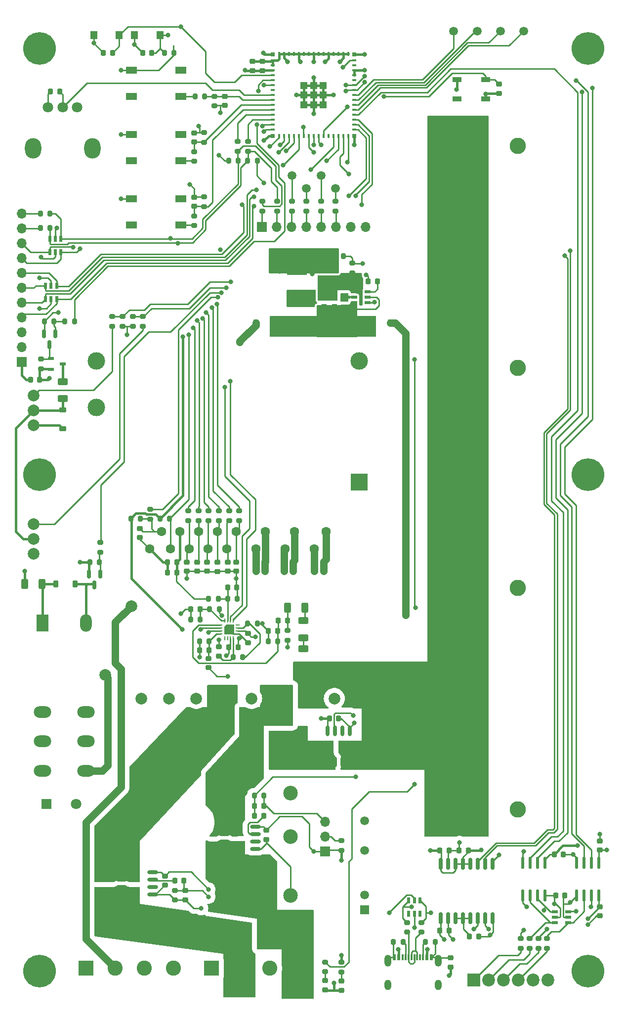
<source format=gbr>
%TF.GenerationSoftware,KiCad,Pcbnew,7.0.8*%
%TF.CreationDate,2023-12-07T19:05:12+01:00*%
%TF.ProjectId,MecProInverter,4d656350-726f-4496-9e76-65727465722e,rev?*%
%TF.SameCoordinates,Original*%
%TF.FileFunction,Copper,L1,Top*%
%TF.FilePolarity,Positive*%
%FSLAX46Y46*%
G04 Gerber Fmt 4.6, Leading zero omitted, Abs format (unit mm)*
G04 Created by KiCad (PCBNEW 7.0.8) date 2023-12-07 19:05:12*
%MOMM*%
%LPD*%
G01*
G04 APERTURE LIST*
G04 Aperture macros list*
%AMRoundRect*
0 Rectangle with rounded corners*
0 $1 Rounding radius*
0 $2 $3 $4 $5 $6 $7 $8 $9 X,Y pos of 4 corners*
0 Add a 4 corners polygon primitive as box body*
4,1,4,$2,$3,$4,$5,$6,$7,$8,$9,$2,$3,0*
0 Add four circle primitives for the rounded corners*
1,1,$1+$1,$2,$3*
1,1,$1+$1,$4,$5*
1,1,$1+$1,$6,$7*
1,1,$1+$1,$8,$9*
0 Add four rect primitives between the rounded corners*
20,1,$1+$1,$2,$3,$4,$5,0*
20,1,$1+$1,$4,$5,$6,$7,0*
20,1,$1+$1,$6,$7,$8,$9,0*
20,1,$1+$1,$8,$9,$2,$3,0*%
%AMFreePoly0*
4,1,6,0.850038,-0.850038,-0.849987,-0.850038,-0.849987,0.499975,-0.499975,0.849987,0.850038,0.849987,0.850038,-0.850038,0.850038,-0.850038,$1*%
G04 Aperture macros list end*
%TA.AperFunction,SMDPad,CuDef*%
%ADD10RoundRect,0.218750X0.256250X-0.218750X0.256250X0.218750X-0.256250X0.218750X-0.256250X-0.218750X0*%
%TD*%
%TA.AperFunction,SMDPad,CuDef*%
%ADD11RoundRect,0.225000X-0.250000X0.225000X-0.250000X-0.225000X0.250000X-0.225000X0.250000X0.225000X0*%
%TD*%
%TA.AperFunction,SMDPad,CuDef*%
%ADD12C,1.500000*%
%TD*%
%TA.AperFunction,SMDPad,CuDef*%
%ADD13RoundRect,0.225000X0.250000X-0.225000X0.250000X0.225000X-0.250000X0.225000X-0.250000X-0.225000X0*%
%TD*%
%TA.AperFunction,SMDPad,CuDef*%
%ADD14RoundRect,0.200000X0.200000X0.275000X-0.200000X0.275000X-0.200000X-0.275000X0.200000X-0.275000X0*%
%TD*%
%TA.AperFunction,SMDPad,CuDef*%
%ADD15RoundRect,0.218750X-0.256250X0.218750X-0.256250X-0.218750X0.256250X-0.218750X0.256250X0.218750X0*%
%TD*%
%TA.AperFunction,SMDPad,CuDef*%
%ADD16RoundRect,0.225000X-0.225000X-0.250000X0.225000X-0.250000X0.225000X0.250000X-0.225000X0.250000X0*%
%TD*%
%TA.AperFunction,SMDPad,CuDef*%
%ADD17RoundRect,0.200000X0.275000X-0.200000X0.275000X0.200000X-0.275000X0.200000X-0.275000X-0.200000X0*%
%TD*%
%TA.AperFunction,SMDPad,CuDef*%
%ADD18RoundRect,0.218750X-0.218750X-0.256250X0.218750X-0.256250X0.218750X0.256250X-0.218750X0.256250X0*%
%TD*%
%TA.AperFunction,SMDPad,CuDef*%
%ADD19RoundRect,0.225000X0.225000X0.250000X-0.225000X0.250000X-0.225000X-0.250000X0.225000X-0.250000X0*%
%TD*%
%TA.AperFunction,ComponentPad*%
%ADD20C,2.000000*%
%TD*%
%TA.AperFunction,ComponentPad*%
%ADD21R,1.500000X1.500000*%
%TD*%
%TA.AperFunction,ComponentPad*%
%ADD22C,1.500000*%
%TD*%
%TA.AperFunction,SMDPad,CuDef*%
%ADD23RoundRect,0.200000X-0.275000X0.200000X-0.275000X-0.200000X0.275000X-0.200000X0.275000X0.200000X0*%
%TD*%
%TA.AperFunction,SMDPad,CuDef*%
%ADD24R,0.532004X1.072009*%
%TD*%
%TA.AperFunction,SMDPad,CuDef*%
%ADD25R,1.900000X1.300000*%
%TD*%
%TA.AperFunction,SMDPad,CuDef*%
%ADD26RoundRect,0.250000X0.312500X0.625000X-0.312500X0.625000X-0.312500X-0.625000X0.312500X-0.625000X0*%
%TD*%
%TA.AperFunction,ComponentPad*%
%ADD27R,1.700000X1.700000*%
%TD*%
%TA.AperFunction,ComponentPad*%
%ADD28O,1.700000X1.700000*%
%TD*%
%TA.AperFunction,SMDPad,CuDef*%
%ADD29RoundRect,0.250000X0.625000X-0.312500X0.625000X0.312500X-0.625000X0.312500X-0.625000X-0.312500X0*%
%TD*%
%TA.AperFunction,SMDPad,CuDef*%
%ADD30RoundRect,0.150000X-0.150000X0.587500X-0.150000X-0.587500X0.150000X-0.587500X0.150000X0.587500X0*%
%TD*%
%TA.AperFunction,ComponentPad*%
%ADD31C,3.600000*%
%TD*%
%TA.AperFunction,ConnectorPad*%
%ADD32C,5.600000*%
%TD*%
%TA.AperFunction,SMDPad,CuDef*%
%ADD33R,1.500000X0.900000*%
%TD*%
%TA.AperFunction,SMDPad,CuDef*%
%ADD34RoundRect,0.250000X-0.625000X0.312500X-0.625000X-0.312500X0.625000X-0.312500X0.625000X0.312500X0*%
%TD*%
%TA.AperFunction,ComponentPad*%
%ADD35O,3.000000X2.000000*%
%TD*%
%TA.AperFunction,ComponentPad*%
%ADD36R,2.000000X3.000000*%
%TD*%
%TA.AperFunction,ComponentPad*%
%ADD37O,2.000000X3.000000*%
%TD*%
%TA.AperFunction,SMDPad,CuDef*%
%ADD38R,1.070003X0.532004*%
%TD*%
%TA.AperFunction,SMDPad,CuDef*%
%ADD39RoundRect,0.225000X0.225000X0.375000X-0.225000X0.375000X-0.225000X-0.375000X0.225000X-0.375000X0*%
%TD*%
%TA.AperFunction,SMDPad,CuDef*%
%ADD40RoundRect,0.200000X-0.200000X-0.275000X0.200000X-0.275000X0.200000X0.275000X-0.200000X0.275000X0*%
%TD*%
%TA.AperFunction,ComponentPad*%
%ADD41R,2.600000X2.600000*%
%TD*%
%TA.AperFunction,ComponentPad*%
%ADD42C,2.600000*%
%TD*%
%TA.AperFunction,SMDPad,CuDef*%
%ADD43RoundRect,0.225000X-0.225000X-0.375000X0.225000X-0.375000X0.225000X0.375000X-0.225000X0.375000X0*%
%TD*%
%TA.AperFunction,SMDPad,CuDef*%
%ADD44R,1.229997X1.359995*%
%TD*%
%TA.AperFunction,SMDPad,CuDef*%
%ADD45R,1.072009X0.532004*%
%TD*%
%TA.AperFunction,SMDPad,CuDef*%
%ADD46RoundRect,0.218750X0.218750X0.256250X-0.218750X0.256250X-0.218750X-0.256250X0.218750X-0.256250X0*%
%TD*%
%TA.AperFunction,ComponentPad*%
%ADD47R,2.200000X2.200000*%
%TD*%
%TA.AperFunction,ComponentPad*%
%ADD48C,2.200000*%
%TD*%
%TA.AperFunction,SMDPad,CuDef*%
%ADD49R,0.600000X1.100000*%
%TD*%
%TA.AperFunction,SMDPad,CuDef*%
%ADD50R,0.300000X1.100000*%
%TD*%
%TA.AperFunction,ComponentPad*%
%ADD51O,1.200000X2.000000*%
%TD*%
%TA.AperFunction,ComponentPad*%
%ADD52O,1.200000X1.800000*%
%TD*%
%TA.AperFunction,SMDPad,CuDef*%
%ADD53RoundRect,0.150000X0.150000X-0.875000X0.150000X0.875000X-0.150000X0.875000X-0.150000X-0.875000X0*%
%TD*%
%TA.AperFunction,SMDPad,CuDef*%
%ADD54O,0.588011X2.045009*%
%TD*%
%TA.AperFunction,SMDPad,CuDef*%
%ADD55O,1.864999X0.629997*%
%TD*%
%TA.AperFunction,SMDPad,CuDef*%
%ADD56R,0.800000X0.280010*%
%TD*%
%TA.AperFunction,SMDPad,CuDef*%
%ADD57R,0.280010X0.800000*%
%TD*%
%TA.AperFunction,SMDPad,CuDef*%
%ADD58FreePoly0,0.000000*%
%TD*%
%TA.AperFunction,ComponentPad*%
%ADD59C,1.800000*%
%TD*%
%TA.AperFunction,ComponentPad*%
%ADD60O,2.800000X3.500000*%
%TD*%
%TA.AperFunction,SMDPad,CuDef*%
%ADD61R,3.500000X2.950000*%
%TD*%
%TA.AperFunction,SMDPad,CuDef*%
%ADD62O,0.629997X1.864999*%
%TD*%
%TA.AperFunction,SMDPad,CuDef*%
%ADD63R,0.800000X0.400000*%
%TD*%
%TA.AperFunction,SMDPad,CuDef*%
%ADD64R,0.400000X0.800000*%
%TD*%
%TA.AperFunction,SMDPad,CuDef*%
%ADD65R,0.800000X0.800000*%
%TD*%
%TA.AperFunction,SMDPad,CuDef*%
%ADD66R,1.200000X1.200000*%
%TD*%
%TA.AperFunction,SMDPad,CuDef*%
%ADD67RoundRect,0.225000X-0.375000X0.225000X-0.375000X-0.225000X0.375000X-0.225000X0.375000X0.225000X0*%
%TD*%
%TA.AperFunction,ComponentPad*%
%ADD68C,3.000000*%
%TD*%
%TA.AperFunction,ComponentPad*%
%ADD69R,3.000000X3.000000*%
%TD*%
%TA.AperFunction,ComponentPad*%
%ADD70R,1.800000X1.800000*%
%TD*%
%TA.AperFunction,ComponentPad*%
%ADD71R,2.794000X2.794000*%
%TD*%
%TA.AperFunction,ComponentPad*%
%ADD72C,2.794000*%
%TD*%
%TA.AperFunction,ComponentPad*%
%ADD73C,1.600000*%
%TD*%
%TA.AperFunction,ComponentPad*%
%ADD74C,2.500000*%
%TD*%
%TA.AperFunction,ViaPad*%
%ADD75C,0.800000*%
%TD*%
%TA.AperFunction,ViaPad*%
%ADD76C,0.450000*%
%TD*%
%TA.AperFunction,ViaPad*%
%ADD77C,2.000000*%
%TD*%
%TA.AperFunction,Conductor*%
%ADD78C,0.250000*%
%TD*%
%TA.AperFunction,Conductor*%
%ADD79C,0.400000*%
%TD*%
%TA.AperFunction,Conductor*%
%ADD80C,1.250000*%
%TD*%
G04 APERTURE END LIST*
D10*
%TO.P,D15V1,1,K*%
%TO.N,GND*%
X148000000Y-219187500D03*
%TO.P,D15V1,2,A*%
%TO.N,Net-(D15V1-A)*%
X148000000Y-217612500D03*
%TD*%
%TO.P,D3V3,1,K*%
%TO.N,GND*%
X150800000Y-219287500D03*
%TO.P,D3V3,2,A*%
%TO.N,Net-(D3V3-A)*%
X150800000Y-217712500D03*
%TD*%
D11*
%TO.P,C49,1*%
%TO.N,VSS*%
X195000000Y-204975000D03*
%TO.P,C49,2*%
%TO.N,GNDS*%
X195000000Y-206525000D03*
%TD*%
D12*
%TO.P,TP1,1,1*%
%TO.N,Net-(R53-Pad2)*%
X142250000Y-79750000D03*
%TD*%
D13*
%TO.P,C23,1*%
%TO.N,+3.3V*%
X137250000Y-61775000D03*
%TO.P,C23,2*%
%TO.N,GND*%
X137250000Y-60225000D03*
%TD*%
D14*
%TO.P,R19,1*%
%TO.N,Net-(Q2-G)*%
X101500000Y-104750000D03*
%TO.P,R19,2*%
%TO.N,GND*%
X99850000Y-104750000D03*
%TD*%
D15*
%TO.P,D8,1,K*%
%TO.N,/Power/CURRENT_AC*%
X128000000Y-162462500D03*
%TO.P,D8,2,A*%
%TO.N,Net-(D8-A)*%
X128000000Y-164037500D03*
%TD*%
D16*
%TO.P,C35,1*%
%TO.N,+3.3V*%
X167627000Y-195326000D03*
%TO.P,C35,2*%
%TO.N,GND*%
X169177000Y-195326000D03*
%TD*%
D11*
%TO.P,C25,1*%
%TO.N,+3.3V*%
X147700000Y-95825000D03*
%TO.P,C25,2*%
%TO.N,GND*%
X147700000Y-97375000D03*
%TD*%
D13*
%TO.P,C22,1*%
%TO.N,VS*%
X149600000Y-102175000D03*
%TO.P,C22,2*%
%TO.N,GND*%
X149600000Y-100625000D03*
%TD*%
D17*
%TO.P,R57,1*%
%TO.N,+15V*%
X99250000Y-112825000D03*
%TO.P,R57,2*%
%TO.N,Net-(Q2-D)*%
X99250000Y-111175000D03*
%TD*%
D18*
%TO.P,D9,1,K*%
%TO.N,Net-(D9-K)*%
X135864500Y-189428000D03*
%TO.P,D9,2,A*%
%TO.N,Net-(D9-A)*%
X137439500Y-189428000D03*
%TD*%
D19*
%TO.P,C18,1*%
%TO.N,Net-(U13-VS(W))*%
X137675000Y-147500000D03*
%TO.P,C18,2*%
%TO.N,Net-(U13-VB(W))*%
X136125000Y-147500000D03*
%TD*%
D17*
%TO.P,R29,1*%
%TO.N,Net-(Fan1-Pad3)*%
X111500000Y-105575000D03*
%TO.P,R29,2*%
%TO.N,/Control/FAN1_PWM_FB*%
X111500000Y-103925000D03*
%TD*%
D20*
%TO.P,Fan1,1*%
%TO.N,GND*%
X98000000Y-122540005D03*
%TO.P,Fan1,2*%
%TO.N,Net-(D5-K)*%
X98000000Y-120000000D03*
%TO.P,Fan1,3*%
%TO.N,Net-(Fan1-Pad3)*%
X98000000Y-117459995D03*
%TD*%
D21*
%TO.P,U12,1,+Vin*%
%TO.N,+5VD*%
X154750000Y-205500000D03*
D22*
%TO.P,U12,2,-Vin*%
%TO.N,GNDD*%
X154750000Y-202960000D03*
%TO.P,U12,5,-Vout*%
%TO.N,GND*%
X154750000Y-195340000D03*
%TO.P,U12,7,+Vout*%
%TO.N,+5V*%
X154750000Y-190260000D03*
%TD*%
D23*
%TO.P,R26,1*%
%TO.N,I2C_SDA*%
X137250000Y-84175000D03*
%TO.P,R26,2*%
%TO.N,Net-(J5-Pin_1)*%
X137250000Y-85825000D03*
%TD*%
D24*
%TO.P,U20,1,1*%
%TO.N,/Control/SPI_CLK*%
X100050038Y-100899098D03*
%TO.P,U20,2,2*%
%TO.N,GND*%
X101000000Y-100899098D03*
%TO.P,U20,3,3*%
%TO.N,/Control/SPI_CS*%
X101949962Y-100899098D03*
%TO.P,U20,4,4*%
%TO.N,/Control/SPI_MISO*%
X101949962Y-98600902D03*
%TO.P,U20,5,5*%
%TO.N,+3.3V*%
X101000000Y-98600902D03*
%TO.P,U20,6,6*%
%TO.N,/Control/SPI_MOSI*%
X100050038Y-98600902D03*
%TD*%
D11*
%TO.P,C11,1*%
%TO.N,Net-(U13-HIN(W))*%
X129500000Y-146000000D03*
%TO.P,C11,2*%
%TO.N,GND*%
X129500000Y-147550000D03*
%TD*%
%TO.P,C5,1*%
%TO.N,/Control/RGBLED*%
X177800000Y-64125000D03*
%TO.P,C5,2*%
%TO.N,GND*%
X177800000Y-65675000D03*
%TD*%
D14*
%TO.P,R23,1*%
%TO.N,+3.3V*%
X122075000Y-58750000D03*
%TO.P,R23,2*%
%TO.N,Net-(U1-EN)*%
X120425000Y-58750000D03*
%TD*%
D25*
%TO.P,SW2,1,1*%
%TO.N,+3.3V*%
X114799924Y-72749987D03*
%TO.P,SW2,2,2*%
%TO.N,unconnected-(SW2-Pad2)*%
X123199975Y-72749987D03*
%TO.P,SW2,3,3*%
%TO.N,unconnected-(SW2-Pad3)*%
X114799924Y-77249860D03*
%TO.P,SW2,4,4*%
%TO.N,Net-(R21-Pad1)*%
X123199975Y-77249860D03*
%TD*%
D26*
%TO.P,R64,1*%
%TO.N,Net-(R46-Pad2)*%
X144462500Y-153750000D03*
%TO.P,R64,2*%
%TO.N,Net-(D11-A)*%
X141537500Y-153750000D03*
%TD*%
D24*
%TO.P,U14,1,1*%
%TO.N,unconnected-(U14-Pad1)*%
X162300038Y-206149098D03*
%TO.P,U14,2,2*%
%TO.N,GNDD*%
X163250000Y-206149098D03*
%TO.P,U14,3,3*%
%TO.N,unconnected-(U14-Pad3)*%
X164199962Y-206149098D03*
%TO.P,U14,4,4*%
%TO.N,Net-(U2-UD+)*%
X164199962Y-203850902D03*
%TO.P,U14,5,5*%
%TO.N,+5VD*%
X163250000Y-203850902D03*
%TO.P,U14,6,6*%
%TO.N,Net-(U2-UD-)*%
X162300038Y-203850902D03*
%TD*%
D12*
%TO.P,TP2,1,1*%
%TO.N,Net-(R54-Pad2)*%
X144750000Y-82000000D03*
%TD*%
D17*
%TO.P,R54,1*%
%TO.N,Net-(J5-Pin_4)*%
X144750000Y-85825000D03*
%TO.P,R54,2*%
%TO.N,Net-(R54-Pad2)*%
X144750000Y-84175000D03*
%TD*%
%TO.P,R4,1*%
%TO.N,I2C_SDA*%
X133000000Y-75575000D03*
%TO.P,R4,2*%
%TO.N,Net-(U1-IO8)*%
X133000000Y-73925000D03*
%TD*%
D27*
%TO.P,J7,1,Pin_1*%
%TO.N,GND*%
X96000000Y-111700000D03*
D28*
%TO.P,J7,2,Pin_2*%
%TO.N,+15V*%
X96000000Y-109160000D03*
%TO.P,J7,3,Pin_3*%
%TO.N,+3.3V*%
X96000000Y-106620000D03*
%TO.P,J7,4,Pin_4*%
%TO.N,/Control/SPI_CS*%
X96000000Y-104080000D03*
%TO.P,J7,5,Pin_5*%
%TO.N,/Control/SPI_CLK*%
X96000000Y-101540000D03*
%TO.P,J7,6,Pin_6*%
%TO.N,/Control/SPI_MOSI*%
X96000000Y-99000000D03*
%TO.P,J7,7,Pin_7*%
%TO.N,/Control/SPI_MISO*%
X96000000Y-96460000D03*
%TO.P,J7,8,Pin_8*%
%TO.N,/Control/UART_TX*%
X96000000Y-93920000D03*
%TO.P,J7,9,Pin_9*%
%TO.N,/Control/UART_RX*%
X96000000Y-91380000D03*
%TO.P,J7,10,Pin_10*%
%TO.N,Net-(J7-Pin_10)*%
X96000000Y-88840000D03*
%TO.P,J7,11,Pin_11*%
%TO.N,Net-(J7-Pin_11)*%
X96000000Y-86300000D03*
%TD*%
D16*
%TO.P,C54,1*%
%TO.N,Net-(U8-AIN0{slash}GPIO0)*%
X131300000Y-150250000D03*
%TO.P,C54,2*%
%TO.N,GND*%
X132850000Y-150250000D03*
%TD*%
D29*
%TO.P,R63,1*%
%TO.N,Net-(J8-Pin_1)*%
X144250000Y-163675000D03*
%TO.P,R63,2*%
%TO.N,Net-(R46-Pad1)*%
X144250000Y-160750000D03*
%TD*%
D13*
%TO.P,C45,1*%
%TO.N,GND*%
X120500000Y-201275000D03*
%TO.P,C45,2*%
%TO.N,+3.3V*%
X120500000Y-199725000D03*
%TD*%
D30*
%TO.P,Q1,1,G*%
%TO.N,Net-(Q1-G)*%
X109400000Y-148000000D03*
%TO.P,Q1,2,S*%
%TO.N,GND*%
X107500000Y-148000000D03*
%TO.P,Q1,3,D*%
%TO.N,Net-(D4-A)*%
X108450000Y-149875000D03*
%TD*%
D13*
%TO.P,C30,1*%
%TO.N,/Control/SW3OUT*%
X125500000Y-85025000D03*
%TO.P,C30,2*%
%TO.N,GND*%
X125500000Y-83475000D03*
%TD*%
D14*
%TO.P,R62,1*%
%TO.N,Net-(U8-AIN1{slash}GPIO1)*%
X126575000Y-155750000D03*
%TO.P,R62,2*%
%TO.N,GND*%
X124925000Y-155750000D03*
%TD*%
D31*
%TO.P,H1,1,1*%
%TO.N,Earth*%
X99000000Y-216000000D03*
D32*
X99000000Y-216000000D03*
%TD*%
D16*
%TO.P,C56,1*%
%TO.N,GND*%
X126475000Y-161000000D03*
%TO.P,C56,2*%
%TO.N,/Power/CURRENT_AC*%
X128025000Y-161000000D03*
%TD*%
D33*
%TO.P,D3,1,VDD*%
%TO.N,+3.3V*%
X170550000Y-63350000D03*
%TO.P,D3,2,DOUT*%
%TO.N,unconnected-(D3-DOUT-Pad2)*%
X170550000Y-66650000D03*
%TO.P,D3,3,VSS*%
%TO.N,GND*%
X175450000Y-66650000D03*
%TO.P,D3,4,DIN*%
%TO.N,/Control/RGBLED*%
X175450000Y-63350000D03*
%TD*%
D17*
%TO.P,R49,1*%
%TO.N,Net-(J3-Pin_1)*%
X181500000Y-212075000D03*
%TO.P,R49,2*%
%TO.N,Net-(U15-VIA)*%
X181500000Y-210425000D03*
%TD*%
D23*
%TO.P,R50,1*%
%TO.N,Net-(U15-VOB)*%
X183000000Y-210425000D03*
%TO.P,R50,2*%
%TO.N,Net-(J3-Pin_2)*%
X183000000Y-212075000D03*
%TD*%
D34*
%TO.P,R31,1*%
%TO.N,Net-(U18-D)*%
X103000000Y-115037500D03*
%TO.P,R31,2*%
%TO.N,Net-(D5-K)*%
X103000000Y-117962500D03*
%TD*%
D12*
%TO.P,TP3,1,1*%
%TO.N,Net-(R55-Pad2)*%
X147250000Y-79750000D03*
%TD*%
D35*
%TO.P,K2,11*%
%TO.N,Net-(U4-~Phase)*%
X107000000Y-176650000D03*
X99500000Y-176650000D03*
%TO.P,K2,12*%
%TO.N,unconnected-(K2-Pad12)*%
X107000000Y-171610000D03*
X99500000Y-171610000D03*
%TO.P,K2,14*%
%TO.N,/Power/AC_L*%
X107000000Y-181690000D03*
X99500000Y-181690000D03*
D36*
%TO.P,K2,A1*%
%TO.N,Net-(D4-K)*%
X99500000Y-156350000D03*
D37*
%TO.P,K2,A2*%
%TO.N,Net-(D4-A)*%
X107000000Y-156350000D03*
%TD*%
D20*
%TO.P,Fan2,3*%
%TO.N,Net-(Fan2-Pad3)*%
X98000000Y-139459995D03*
%TO.P,Fan2,2*%
%TO.N,Net-(D5-K)*%
X98000000Y-142000000D03*
%TO.P,Fan2,1*%
%TO.N,GND*%
X98000000Y-144540005D03*
%TD*%
D23*
%TO.P,R14,1*%
%TO.N,+15V*%
X148000000Y-214425000D03*
%TO.P,R14,2*%
%TO.N,Net-(D15V1-A)*%
X148000000Y-216075000D03*
%TD*%
D38*
%TO.P,U18,1,G*%
%TO.N,Net-(Q2-D)*%
X101009779Y-111050038D03*
%TO.P,U18,2,S*%
%TO.N,+15V*%
X101009779Y-112949962D03*
%TO.P,U18,3,D*%
%TO.N,Net-(U18-D)*%
X102990221Y-112000000D03*
%TD*%
D39*
%TO.P,D6,1,K*%
%TO.N,VS*%
X139400000Y-105000000D03*
%TO.P,D6,2,A*%
%TO.N,+15V*%
X136100000Y-105000000D03*
%TD*%
D40*
%TO.P,R66,1*%
%TO.N,Net-(U3-CC2)*%
X165175000Y-211000000D03*
%TO.P,R66,2*%
%TO.N,GNDD*%
X166825000Y-211000000D03*
%TD*%
D25*
%TO.P,SW1,1,1*%
%TO.N,+3.3V*%
X114799924Y-61749987D03*
%TO.P,SW1,2,2*%
%TO.N,unconnected-(SW1-Pad2)*%
X123199975Y-61749987D03*
%TO.P,SW1,3,3*%
%TO.N,unconnected-(SW1-Pad3)*%
X114799924Y-66249860D03*
%TO.P,SW1,4,4*%
%TO.N,Net-(R20-Pad1)*%
X123199975Y-66249860D03*
%TD*%
D17*
%TO.P,R8,1*%
%TO.N,Net-(U13-LIN(U))*%
X128000000Y-138825000D03*
%TO.P,R8,2*%
%TO.N,LINU*%
X128000000Y-137175000D03*
%TD*%
D41*
%TO.P,J4,1,Pin_1*%
%TO.N,GND*%
X128500000Y-215500000D03*
D42*
%TO.P,J4,2,Pin_2*%
%TO.N,/Power/W*%
X133500000Y-215500000D03*
%TO.P,J4,3,Pin_3*%
%TO.N,/Power/V*%
X138500000Y-215500000D03*
%TO.P,J4,4,Pin_4*%
%TO.N,/Power/U*%
X143500000Y-215500000D03*
%TD*%
D14*
%TO.P,R11,1*%
%TO.N,Net-(U5-VFB)*%
X151125000Y-93600000D03*
%TO.P,R11,2*%
%TO.N,+3.3V*%
X149475000Y-93600000D03*
%TD*%
D19*
%TO.P,C41,1*%
%TO.N,GND*%
X137427000Y-187678000D03*
%TO.P,C41,2*%
%TO.N,Net-(D9-K)*%
X135877000Y-187678000D03*
%TD*%
D43*
%TO.P,D4,1,K*%
%TO.N,Net-(D4-K)*%
X101800000Y-149687500D03*
%TO.P,D4,2,A*%
%TO.N,Net-(D4-A)*%
X105100000Y-149687500D03*
%TD*%
D23*
%TO.P,R51,1*%
%TO.N,Net-(U16-VIA)*%
X184500000Y-210425000D03*
%TO.P,R51,2*%
%TO.N,Net-(J3-Pin_3)*%
X184500000Y-212075000D03*
%TD*%
D31*
%TO.P,H6,1,1*%
%TO.N,Earth*%
X193000000Y-58000000D03*
D32*
X193000000Y-58000000D03*
%TD*%
D13*
%TO.P,C38,1*%
%TO.N,GND*%
X134750000Y-159750000D03*
%TO.P,C38,2*%
%TO.N,+3.3V*%
X134750000Y-158200000D03*
%TD*%
D40*
%TO.P,R35,1*%
%TO.N,Net-(U8-DECAP)*%
X132175000Y-162250000D03*
%TO.P,R35,2*%
%TO.N,Net-(U8-ADDR)*%
X133825000Y-162250000D03*
%TD*%
D13*
%TO.P,C43,1*%
%TO.N,GND*%
X137850000Y-193430004D03*
%TO.P,C43,2*%
%TO.N,+3.3V*%
X137850000Y-191880004D03*
%TD*%
D40*
%TO.P,R41,1*%
%TO.N,+3.3V*%
X114675000Y-138500000D03*
%TO.P,R41,2*%
%TO.N,Net-(U13-ITRIP)*%
X116325000Y-138500000D03*
%TD*%
D16*
%TO.P,C24,1*%
%TO.N,+3.3V*%
X155350000Y-97900000D03*
%TO.P,C24,2*%
%TO.N,Net-(U5-VBST)*%
X156900000Y-97900000D03*
%TD*%
D19*
%TO.P,C55,1*%
%TO.N,Net-(D11-K)*%
X139800000Y-157750000D03*
%TO.P,C55,2*%
%TO.N,GND*%
X138250000Y-157750000D03*
%TD*%
D44*
%TO.P,Reset,1,1*%
%TO.N,GND*%
X115315088Y-55750000D03*
%TO.P,Reset,2,2*%
%TO.N,Net-(U1-EN)*%
X119684912Y-55750000D03*
%TD*%
D45*
%TO.P,U5,1,GND*%
%TO.N,GND*%
X152950902Y-99650038D03*
%TO.P,U5,2,SW*%
%TO.N,Net-(U5-SW)*%
X152950902Y-100600000D03*
%TO.P,U5,3,VIN*%
%TO.N,VS*%
X152950902Y-101549962D03*
%TO.P,U5,4,VFB*%
%TO.N,Net-(U5-VFB)*%
X155249098Y-101549962D03*
%TO.P,U5,5,EN*%
%TO.N,VS*%
X155249098Y-100600000D03*
%TO.P,U5,6,VBST*%
%TO.N,Net-(U5-VBST)*%
X155249098Y-99650038D03*
%TD*%
D23*
%TO.P,R17,1*%
%TO.N,GND*%
X127250000Y-83425000D03*
%TO.P,R17,2*%
%TO.N,/Control/SW3OUT*%
X127250000Y-85075000D03*
%TD*%
D19*
%TO.P,C31,1*%
%TO.N,Net-(U1-IO0)*%
X111525000Y-58750000D03*
%TO.P,C31,2*%
%TO.N,GND*%
X109975000Y-58750000D03*
%TD*%
D17*
%TO.P,R10,1*%
%TO.N,Net-(U13-LIN(W))*%
X124500000Y-138825000D03*
%TO.P,R10,2*%
%TO.N,LINW*%
X124500000Y-137175000D03*
%TD*%
D40*
%TO.P,R40,1*%
%TO.N,+3.3V*%
X119675000Y-138500000D03*
%TO.P,R40,2*%
%TO.N,VFO*%
X121325000Y-138500000D03*
%TD*%
D17*
%TO.P,R58,1*%
%TO.N,+3.3V*%
X113250000Y-105575000D03*
%TO.P,R58,2*%
%TO.N,/Control/FAN1_PWM_FB*%
X113250000Y-103925000D03*
%TD*%
D40*
%TO.P,R2,1*%
%TO.N,Net-(J7-Pin_11)*%
X99175000Y-86250000D03*
%TO.P,R2,2*%
%TO.N,I2C_SDA*%
X100825000Y-86250000D03*
%TD*%
D46*
%TO.P,D10,1,K*%
%TO.N,Net-(D10-K)*%
X123787500Y-200500000D03*
%TO.P,D10,2,A*%
%TO.N,Net-(D10-A)*%
X122212500Y-200500000D03*
%TD*%
D23*
%TO.P,R27,1*%
%TO.N,I2C_SCL*%
X139750000Y-84175000D03*
%TO.P,R27,2*%
%TO.N,Net-(J5-Pin_2)*%
X139750000Y-85825000D03*
%TD*%
D47*
%TO.P,J3,1,Pin_1*%
%TO.N,Net-(J3-Pin_1)*%
X173460000Y-217500000D03*
D48*
%TO.P,J3,2,Pin_2*%
%TO.N,Net-(J3-Pin_2)*%
X176000000Y-217500000D03*
%TO.P,J3,3,Pin_3*%
%TO.N,Net-(J3-Pin_3)*%
X178540000Y-217500000D03*
%TO.P,J3,4,Pin_4*%
%TO.N,Net-(J3-Pin_4)*%
X181080000Y-217500000D03*
%TO.P,J3,5,Pin_5*%
%TO.N,VSS*%
X183620000Y-217500000D03*
%TO.P,J3,6,Pin_6*%
%TO.N,GNDS*%
X186160000Y-217500000D03*
%TD*%
D13*
%TO.P,C37,1*%
%TO.N,+5VD*%
X169500000Y-215275000D03*
%TO.P,C37,2*%
%TO.N,GNDD*%
X169500000Y-213725000D03*
%TD*%
D31*
%TO.P,H5,1,1*%
%TO.N,Earth*%
X99000000Y-58000000D03*
D32*
X99000000Y-58000000D03*
%TD*%
D49*
%TO.P,U3,1,GND*%
%TO.N,GNDD*%
X159799975Y-213624968D03*
%TO.P,U3,2,VBUS*%
%TO.N,+5VD*%
X160600076Y-213624968D03*
D50*
%TO.P,U3,3,SBU2*%
%TO.N,unconnected-(U3-SBU2-Pad3)*%
X161250064Y-213624968D03*
%TO.P,U3,4,CC1*%
%TO.N,Net-(U3-CC1)*%
X161750191Y-213624968D03*
%TO.P,U3,5,DN2*%
%TO.N,Net-(U3-DN1)*%
X162250064Y-213624968D03*
%TO.P,U3,6,DP1*%
%TO.N,Net-(U3-DP1)*%
X162749936Y-213624968D03*
%TO.P,U3,7,DN1*%
%TO.N,Net-(U3-DN1)*%
X163250064Y-213624968D03*
%TO.P,U3,8,DP2*%
%TO.N,Net-(U3-DP1)*%
X163749936Y-213624968D03*
%TO.P,U3,9,SBU1*%
%TO.N,unconnected-(U3-SBU1-Pad9)*%
X164250064Y-213624968D03*
%TO.P,U3,10,CC2*%
%TO.N,Net-(U3-CC2)*%
X164750191Y-213624968D03*
D49*
%TO.P,U3,11,VBUS*%
%TO.N,+5VD*%
X165400178Y-213624968D03*
%TO.P,U3,12,GND*%
%TO.N,GNDD*%
X166200025Y-213624968D03*
D51*
%TO.P,U3,13,SHELL*%
X158675006Y-214174879D03*
D52*
X158675006Y-218375032D03*
D51*
%TO.P,U3,14,SHELL*%
X167324994Y-214174879D03*
D52*
X167324994Y-218375032D03*
%TD*%
D19*
%TO.P,C32,1*%
%TO.N,+15V*%
X99025000Y-114750000D03*
%TO.P,C32,2*%
%TO.N,GND*%
X97475000Y-114750000D03*
%TD*%
D53*
%TO.P,U2,1,VBUS1*%
%TO.N,+5VD*%
X167805000Y-206900000D03*
%TO.P,U2,2,GND1*%
%TO.N,GNDD*%
X169075000Y-206900000D03*
%TO.P,U2,3,VDD1*%
%TO.N,Net-(U2-PDEN)*%
X170345000Y-206900000D03*
%TO.P,U2,4,PDEN*%
X171615000Y-206900000D03*
%TO.P,U2,5,SPU*%
X172885000Y-206900000D03*
%TO.P,U2,6,UD-*%
%TO.N,Net-(U2-UD-)*%
X174155000Y-206900000D03*
%TO.P,U2,7,UD+*%
%TO.N,Net-(U2-UD+)*%
X175425000Y-206900000D03*
%TO.P,U2,8,GND1*%
%TO.N,GNDD*%
X176695000Y-206900000D03*
%TO.P,U2,9,GND2*%
%TO.N,GND*%
X176695000Y-197600000D03*
%TO.P,U2,10,DD+*%
%TO.N,/Control/USB_P*%
X175425000Y-197600000D03*
%TO.P,U2,11,DD-*%
%TO.N,/Control/USB_N*%
X174155000Y-197600000D03*
%TO.P,U2,12,PIN*%
%TO.N,+3.3V*%
X172885000Y-197600000D03*
%TO.P,U2,13,SPD*%
X171615000Y-197600000D03*
%TO.P,U2,14,VDD2*%
X170345000Y-197600000D03*
%TO.P,U2,15,GND2*%
%TO.N,GND*%
X169075000Y-197600000D03*
%TO.P,U2,16,VBUS2*%
%TO.N,+3.3V*%
X167805000Y-197600000D03*
%TD*%
D23*
%TO.P,R37,1*%
%TO.N,Net-(U2-UD-)*%
X162000000Y-207675000D03*
%TO.P,R37,2*%
%TO.N,Net-(U3-DN1)*%
X162000000Y-209325000D03*
%TD*%
%TO.P,R36,1*%
%TO.N,Net-(U2-UD+)*%
X164500000Y-207675000D03*
%TO.P,R36,2*%
%TO.N,Net-(U3-DP1)*%
X164500000Y-209325000D03*
%TD*%
D54*
%TO.P,U15,1,VDD1*%
%TO.N,+3.3V*%
X185655004Y-197477584D03*
%TO.P,U15,2,VOA*%
%TO.N,/Control/ISO_GPIO_1*%
X184385001Y-197477584D03*
%TO.P,U15,3,VIB*%
%TO.N,/Control/ISO_GPIO_2*%
X183114999Y-197477584D03*
%TO.P,U15,4,GND1*%
%TO.N,GND*%
X181844996Y-197477584D03*
%TO.P,U15,5,GND2*%
%TO.N,GNDS*%
X181844996Y-203022416D03*
%TO.P,U15,6,VOB*%
%TO.N,Net-(U15-VOB)*%
X183114999Y-203022416D03*
%TO.P,U15,7,VIA*%
%TO.N,Net-(U15-VIA)*%
X184385001Y-203022416D03*
%TO.P,U15,8,VDD2*%
%TO.N,VSS*%
X185655004Y-203022416D03*
%TD*%
D17*
%TO.P,R55,1*%
%TO.N,Net-(J5-Pin_5)*%
X147250000Y-85825000D03*
%TO.P,R55,2*%
%TO.N,Net-(R55-Pad2)*%
X147250000Y-84175000D03*
%TD*%
D19*
%TO.P,C20,1*%
%TO.N,+15V*%
X122525000Y-147750000D03*
%TO.P,C20,2*%
%TO.N,GND*%
X120975000Y-147750000D03*
%TD*%
D16*
%TO.P,C39,1*%
%TO.N,+3.3V*%
X131475000Y-160500000D03*
%TO.P,C39,2*%
%TO.N,GND*%
X133025000Y-160500000D03*
%TD*%
D17*
%TO.P,R15,1*%
%TO.N,GND*%
X129000000Y-67825000D03*
%TO.P,R15,2*%
%TO.N,/Control/SW1OUT*%
X129000000Y-66175000D03*
%TD*%
D54*
%TO.P,U16,1,VDD1*%
%TO.N,+3.3V*%
X194905004Y-197477584D03*
%TO.P,U16,2,VOA*%
%TO.N,/Control/UART_RX*%
X193635001Y-197477584D03*
%TO.P,U16,3,VIB*%
%TO.N,/Control/UART_TX*%
X192364999Y-197477584D03*
%TO.P,U16,4,GND1*%
%TO.N,GND*%
X191094996Y-197477584D03*
%TO.P,U16,5,GND2*%
%TO.N,GNDS*%
X191094996Y-203022416D03*
%TO.P,U16,6,VOB*%
%TO.N,Net-(U16-VOB)*%
X192364999Y-203022416D03*
%TO.P,U16,7,VIA*%
%TO.N,Net-(U16-VIA)*%
X193635001Y-203022416D03*
%TO.P,U16,8,VDD2*%
%TO.N,VSS*%
X194905004Y-203022416D03*
%TD*%
D17*
%TO.P,R53,1*%
%TO.N,Net-(J5-Pin_3)*%
X142250000Y-85825000D03*
%TO.P,R53,2*%
%TO.N,Net-(R53-Pad2)*%
X142250000Y-84175000D03*
%TD*%
D31*
%TO.P,H4,1,1*%
%TO.N,Earth*%
X99000000Y-131000000D03*
D32*
X99000000Y-131000000D03*
%TD*%
D26*
%TO.P,R18,1*%
%TO.N,Net-(D4-K)*%
X99412500Y-149687500D03*
%TO.P,R18,2*%
%TO.N,+15V*%
X96487500Y-149687500D03*
%TD*%
D23*
%TO.P,R44,1*%
%TO.N,Net-(D10-K)*%
X122250000Y-202175000D03*
%TO.P,R44,2*%
%TO.N,GND*%
X122250000Y-203825000D03*
%TD*%
D19*
%TO.P,C7,1*%
%TO.N,Net-(U1-EN)*%
X118275000Y-58750000D03*
%TO.P,C7,2*%
%TO.N,GND*%
X116725000Y-58750000D03*
%TD*%
D23*
%TO.P,R30,1*%
%TO.N,/Control/FAN2_PWM_FB*%
X116750000Y-103925000D03*
%TO.P,R30,2*%
%TO.N,Net-(Fan2-Pad3)*%
X116750000Y-105575000D03*
%TD*%
D17*
%TO.P,R48,1*%
%TO.N,Net-(Q1-G)*%
X109450000Y-144262500D03*
%TO.P,R48,2*%
%TO.N,RELAY*%
X109450000Y-142612500D03*
%TD*%
D25*
%TO.P,SW3,1,1*%
%TO.N,+3.3V*%
X114799924Y-83749987D03*
%TO.P,SW3,2,2*%
%TO.N,unconnected-(SW3-Pad2)*%
X123199975Y-83749987D03*
%TO.P,SW3,3,3*%
%TO.N,unconnected-(SW3-Pad3)*%
X114799924Y-88249860D03*
%TO.P,SW3,4,4*%
%TO.N,Net-(R22-Pad1)*%
X123199975Y-88249860D03*
%TD*%
D27*
%TO.P,J8,1,Pin_1*%
%TO.N,Net-(J8-Pin_1)*%
X155500000Y-165250000D03*
%TD*%
D40*
%TO.P,R33,1*%
%TO.N,Net-(U8-AIN0{slash}GPIO0)*%
X131250000Y-152250000D03*
%TO.P,R33,2*%
%TO.N,GND*%
X132900000Y-152250000D03*
%TD*%
D24*
%TO.P,U19,1,1*%
%TO.N,/Control/UART_RX*%
X100800038Y-92899098D03*
%TO.P,U19,2,2*%
%TO.N,GND*%
X101750000Y-92899098D03*
%TO.P,U19,3,3*%
%TO.N,/Control/UART_TX*%
X102699962Y-92899098D03*
%TO.P,U19,4,4*%
%TO.N,I2C_SDA*%
X102699962Y-90600902D03*
%TO.P,U19,5,5*%
%TO.N,+3.3V*%
X101750000Y-90600902D03*
%TO.P,U19,6,6*%
%TO.N,I2C_SCL*%
X100800038Y-90600902D03*
%TD*%
D13*
%TO.P,C29,1*%
%TO.N,/Control/SW2OUT*%
X125500000Y-74025000D03*
%TO.P,C29,2*%
%TO.N,GND*%
X125500000Y-72475000D03*
%TD*%
D29*
%TO.P,R46,1*%
%TO.N,Net-(R46-Pad1)*%
X144250000Y-158925000D03*
%TO.P,R46,2*%
%TO.N,Net-(R46-Pad2)*%
X144250000Y-156000000D03*
%TD*%
D13*
%TO.P,C42,1*%
%TO.N,GND*%
X124000000Y-203775000D03*
%TO.P,C42,2*%
%TO.N,Net-(D10-K)*%
X124000000Y-202225000D03*
%TD*%
D12*
%TO.P,TP5,1,1*%
%TO.N,Net-(U1-IO39)*%
X182000000Y-55000000D03*
%TD*%
D23*
%TO.P,R16,1*%
%TO.N,GND*%
X127250000Y-72425000D03*
%TO.P,R16,2*%
%TO.N,/Control/SW2OUT*%
X127250000Y-74075000D03*
%TD*%
D14*
%TO.P,R24,1*%
%TO.N,+3.3V*%
X136325000Y-77250000D03*
%TO.P,R24,2*%
%TO.N,I2C_SCL*%
X134675000Y-77250000D03*
%TD*%
D18*
%TO.P,D11,1,K*%
%TO.N,Net-(D11-K)*%
X139962500Y-156000000D03*
%TO.P,D11,2,A*%
%TO.N,Net-(D11-A)*%
X141537500Y-156000000D03*
%TD*%
D12*
%TO.P,TP8,1,1*%
%TO.N,Net-(U1-IO41)*%
X174000000Y-55000000D03*
%TD*%
D17*
%TO.P,R6,1*%
%TO.N,Net-(U13-HIN(V))*%
X131500000Y-138825000D03*
%TO.P,R6,2*%
%TO.N,HINV*%
X131500000Y-137175000D03*
%TD*%
D16*
%TO.P,C47,1*%
%TO.N,+3.3V*%
X187225000Y-196000000D03*
%TO.P,C47,2*%
%TO.N,GND*%
X188775000Y-196000000D03*
%TD*%
%TO.P,C15,1*%
%TO.N,Net-(U13-VB(V))*%
X140925000Y-145900000D03*
%TO.P,C15,2*%
%TO.N,Net-(U13-VS(V))*%
X142475000Y-145900000D03*
%TD*%
D55*
%TO.P,U10,1,IP+*%
%TO.N,Net-(U13-U)*%
X130667501Y-191250000D03*
%TO.P,U10,2,IP+*%
X130667501Y-192520003D03*
%TO.P,U10,3,IP-*%
%TO.N,/Power/U*%
X130667501Y-193790005D03*
%TO.P,U10,4,IP-*%
X130667501Y-195060008D03*
%TO.P,U10,5,GND*%
%TO.N,GND*%
X136032499Y-195060008D03*
%TO.P,U10,6,NC*%
%TO.N,unconnected-(U10-NC-Pad6)*%
X136032499Y-193790005D03*
%TO.P,U10,7,OUT*%
%TO.N,Net-(D9-A)*%
X136032499Y-192520003D03*
%TO.P,U10,8,VCC*%
%TO.N,+3.3V*%
X136032499Y-191250000D03*
%TD*%
D31*
%TO.P,H2,1,1*%
%TO.N,Earth*%
X193000000Y-131000000D03*
D32*
X193000000Y-131000000D03*
%TD*%
D17*
%TO.P,R42,1*%
%TO.N,+3.3V*%
X150750000Y-195325000D03*
%TO.P,R42,2*%
%TO.N,/Control/TEMP_HEATSINK*%
X150750000Y-193675000D03*
%TD*%
D55*
%TO.P,U11,1,IP+*%
%TO.N,Net-(U13-W)*%
X113067501Y-199094996D03*
%TO.P,U11,2,IP+*%
X113067501Y-200364999D03*
%TO.P,U11,3,IP-*%
%TO.N,/Power/W*%
X113067501Y-201635001D03*
%TO.P,U11,4,IP-*%
X113067501Y-202905004D03*
%TO.P,U11,5,GND*%
%TO.N,GND*%
X118432499Y-202905004D03*
%TO.P,U11,6,NC*%
%TO.N,unconnected-(U11-NC-Pad6)*%
X118432499Y-201635001D03*
%TO.P,U11,7,OUT*%
%TO.N,Net-(D10-A)*%
X118432499Y-200364999D03*
%TO.P,U11,8,VCC*%
%TO.N,+3.3V*%
X118432499Y-199094996D03*
%TD*%
D16*
%TO.P,C46,1*%
%TO.N,VSS*%
X187475000Y-203000000D03*
%TO.P,C46,2*%
%TO.N,GNDS*%
X189025000Y-203000000D03*
%TD*%
D13*
%TO.P,C48,1*%
%TO.N,+3.3V*%
X195000000Y-195275000D03*
%TO.P,C48,2*%
%TO.N,GND*%
X195000000Y-193725000D03*
%TD*%
D11*
%TO.P,C51,1*%
%TO.N,Net-(U13-ITRIP)*%
X116250000Y-140225000D03*
%TO.P,C51,2*%
%TO.N,GND*%
X116250000Y-141775000D03*
%TD*%
D27*
%TO.P,J5,1,Pin_1*%
%TO.N,Net-(J5-Pin_1)*%
X137110000Y-88600000D03*
D28*
%TO.P,J5,2,Pin_2*%
%TO.N,Net-(J5-Pin_2)*%
X139650000Y-88600000D03*
%TO.P,J5,3,Pin_3*%
%TO.N,Net-(J5-Pin_3)*%
X142190000Y-88600000D03*
%TO.P,J5,4,Pin_4*%
%TO.N,Net-(J5-Pin_4)*%
X144730000Y-88600000D03*
%TO.P,J5,5,Pin_5*%
%TO.N,Net-(J5-Pin_5)*%
X147270000Y-88600000D03*
%TO.P,J5,6,Pin_6*%
%TO.N,Net-(J5-Pin_6)*%
X149810000Y-88600000D03*
%TO.P,J5,7,Pin_7*%
%TO.N,+3.3V*%
X152350000Y-88600000D03*
%TO.P,J5,8,Pin_8*%
%TO.N,GND*%
X154890000Y-88600000D03*
%TD*%
D19*
%TO.P,C6,1*%
%TO.N,+15V*%
X122525000Y-146000000D03*
%TO.P,C6,2*%
%TO.N,GND*%
X120975000Y-146000000D03*
%TD*%
D27*
%TO.P,J9,1,Pin_1*%
%TO.N,VS*%
X150000000Y-105250000D03*
%TD*%
D11*
%TO.P,C8,1*%
%TO.N,Net-(U13-LIN(W))*%
X124250000Y-145975000D03*
%TO.P,C8,2*%
%TO.N,GND*%
X124250000Y-147525000D03*
%TD*%
D56*
%TO.P,U8,1,AIN2/GPIO2*%
%TO.N,Net-(D11-K)*%
X130000000Y-156750064D03*
%TO.P,U8,2,AIN3/GPIO3*%
%TO.N,Net-(D9-K)*%
X130000000Y-157249936D03*
%TO.P,U8,3,AIN4/GPIO4*%
%TO.N,Net-(D10-K)*%
X130000000Y-157750064D03*
%TO.P,U8,4,AIN5/GPIO5*%
%TO.N,/Power/CURRENT_AC*%
X130000000Y-158249936D03*
D57*
%TO.P,U8,5,AIN6/GPIO6*%
%TO.N,unconnected-(U8-AIN6{slash}GPIO6-Pad5)*%
X130750064Y-159000000D03*
%TO.P,U8,6,AIN7/GPIO7*%
%TO.N,unconnected-(U8-AIN7{slash}GPIO7-Pad6)*%
X131249936Y-159000000D03*
%TO.P,U8,7,AVDD*%
%TO.N,+3.3V*%
X131750064Y-159000000D03*
%TO.P,U8,8,DECAP*%
%TO.N,Net-(U8-DECAP)*%
X132249936Y-159000000D03*
D56*
%TO.P,U8,9,GND*%
%TO.N,GND*%
X133000000Y-158249936D03*
%TO.P,U8,10,DVDD*%
%TO.N,+3.3V*%
X133000000Y-157750064D03*
%TO.P,U8,11,ADDR*%
%TO.N,Net-(U8-ADDR)*%
X133000000Y-157249936D03*
%TO.P,U8,12,NC*%
%TO.N,unconnected-(U8-NC-Pad12)*%
X133000000Y-156750064D03*
D57*
%TO.P,U8,13,SCL*%
%TO.N,I2C_SCL*%
X132249936Y-156000000D03*
%TO.P,U8,14,SDA*%
%TO.N,I2C_SDA*%
X131750064Y-156000000D03*
%TO.P,U8,15,AIN0/GPIO0*%
%TO.N,Net-(U8-AIN0{slash}GPIO0)*%
X131249936Y-156000000D03*
%TO.P,U8,16,AIN1/GPIO1*%
%TO.N,Net-(U8-AIN1{slash}GPIO1)*%
X130750064Y-156000000D03*
D58*
%TO.P,U8,17,GND*%
%TO.N,GND*%
X131500127Y-157500127D03*
%TD*%
D17*
%TO.P,R9,1*%
%TO.N,Net-(U13-LIN(V))*%
X126250000Y-138825000D03*
%TO.P,R9,2*%
%TO.N,LINV*%
X126250000Y-137175000D03*
%TD*%
D11*
%TO.P,C28,1*%
%TO.N,/Control/SW1OUT*%
X130750000Y-66225000D03*
%TO.P,C28,2*%
%TO.N,GND*%
X130750000Y-67775000D03*
%TD*%
D17*
%TO.P,R56,1*%
%TO.N,Net-(J5-Pin_6)*%
X149750000Y-85825000D03*
%TO.P,R56,2*%
%TO.N,Net-(R56-Pad2)*%
X149750000Y-84175000D03*
%TD*%
D31*
%TO.P,H3,1,1*%
%TO.N,Earth*%
X193000000Y-216000000D03*
D32*
X193000000Y-216000000D03*
%TD*%
D11*
%TO.P,C9,1*%
%TO.N,Net-(U13-LIN(V))*%
X126000000Y-145975000D03*
%TO.P,C9,2*%
%TO.N,GND*%
X126000000Y-147525000D03*
%TD*%
D23*
%TO.P,R13,1*%
%TO.N,+3.3V*%
X150750000Y-214500000D03*
%TO.P,R13,2*%
%TO.N,Net-(D3V3-A)*%
X150750000Y-216150000D03*
%TD*%
D14*
%TO.P,R38,1*%
%TO.N,/Control/FAN_CONTROL*%
X105000000Y-104750000D03*
%TO.P,R38,2*%
%TO.N,Net-(Q2-G)*%
X103350000Y-104750000D03*
%TD*%
%TO.P,R28,1*%
%TO.N,Net-(Q1-G)*%
X109275000Y-145937500D03*
%TO.P,R28,2*%
%TO.N,GND*%
X107625000Y-145937500D03*
%TD*%
D23*
%TO.P,R52,1*%
%TO.N,Net-(U16-VOB)*%
X186000000Y-210425000D03*
%TO.P,R52,2*%
%TO.N,Net-(J3-Pin_4)*%
X186000000Y-212075000D03*
%TD*%
D17*
%TO.P,R59,1*%
%TO.N,+3.3V*%
X115000000Y-105575000D03*
%TO.P,R59,2*%
%TO.N,/Control/FAN2_PWM_FB*%
X115000000Y-103925000D03*
%TD*%
D16*
%TO.P,C19,1*%
%TO.N,Net-(U13-VB(W))*%
X136125000Y-145900000D03*
%TO.P,C19,2*%
%TO.N,Net-(U13-VS(W))*%
X137675000Y-145900000D03*
%TD*%
D19*
%TO.P,C26,1*%
%TO.N,GND*%
X150275000Y-172750000D03*
%TO.P,C26,2*%
%TO.N,+3.3V*%
X148725000Y-172750000D03*
%TD*%
D16*
%TO.P,C33,1*%
%TO.N,+5VD*%
X167627000Y-209042000D03*
%TO.P,C33,2*%
%TO.N,GNDD*%
X169177000Y-209042000D03*
%TD*%
D40*
%TO.P,R39,1*%
%TO.N,Net-(U8-ADDR)*%
X134675000Y-156500000D03*
%TO.P,R39,2*%
%TO.N,GND*%
X136325000Y-156500000D03*
%TD*%
D19*
%TO.P,C53,1*%
%TO.N,Net-(U8-AIN1{slash}GPIO1)*%
X126525000Y-154000000D03*
%TO.P,C53,2*%
%TO.N,GND*%
X124975000Y-154000000D03*
%TD*%
%TO.P,C50,1*%
%TO.N,/Control/POT1OUT*%
X102475000Y-65400000D03*
%TO.P,C50,2*%
%TO.N,GND*%
X100925000Y-65400000D03*
%TD*%
D16*
%TO.P,C34,1*%
%TO.N,Net-(U2-PDEN)*%
X172707000Y-210058000D03*
%TO.P,C34,2*%
%TO.N,GNDD*%
X174257000Y-210058000D03*
%TD*%
D23*
%TO.P,R60,1*%
%TO.N,ITRIP*%
X118000000Y-136925000D03*
%TO.P,R60,2*%
%TO.N,Net-(U13-ITRIP)*%
X118000000Y-138575000D03*
%TD*%
D40*
%TO.P,R20,1*%
%TO.N,Net-(R20-Pad1)*%
X125675000Y-66250000D03*
%TO.P,R20,2*%
%TO.N,/Control/SW1OUT*%
X127325000Y-66250000D03*
%TD*%
D59*
%TO.P,U21,1,1*%
%TO.N,+3.3V*%
X105500127Y-68064478D03*
%TO.P,U21,2,2*%
%TO.N,/Control/POT1OUT*%
X103000000Y-68064478D03*
%TO.P,U21,3,3*%
%TO.N,GND*%
X100500127Y-68064478D03*
D60*
%TO.P,U21,4,4*%
X108080010Y-75064478D03*
%TO.P,U21,5,5*%
X97919990Y-75064478D03*
%TD*%
D61*
%TO.P,L1,1,1*%
%TO.N,Net-(U5-SW)*%
X143100000Y-100800000D03*
%TO.P,L1,2,2*%
%TO.N,+3.3V*%
X143100000Y-95350000D03*
%TD*%
D40*
%TO.P,R43,1*%
%TO.N,Net-(D9-K)*%
X135827000Y-185928000D03*
%TO.P,R43,2*%
%TO.N,GND*%
X137477000Y-185928000D03*
%TD*%
D41*
%TO.P,J10,1,Pin_1*%
%TO.N,/Power/AC_L*%
X107000000Y-215500000D03*
D42*
%TO.P,J10,2,Pin_2*%
%TO.N,/Power/AC_N*%
X112000000Y-215500000D03*
%TO.P,J10,3,Pin_3*%
%TO.N,Earth*%
X117000000Y-215500000D03*
%TO.P,J10,4,Pin_4*%
X122000000Y-215500000D03*
%TD*%
D23*
%TO.P,R47,1*%
%TO.N,Net-(D11-A)*%
X141500000Y-157675000D03*
%TO.P,R47,2*%
%TO.N,GND*%
X141500000Y-159325000D03*
%TD*%
D17*
%TO.P,R21,1*%
%TO.N,Net-(R21-Pad1)*%
X125500000Y-77325000D03*
%TO.P,R21,2*%
%TO.N,/Control/SW2OUT*%
X125500000Y-75675000D03*
%TD*%
D11*
%TO.P,C13,1*%
%TO.N,Net-(U13-HIN(U))*%
X132750000Y-145975000D03*
%TO.P,C13,2*%
%TO.N,GND*%
X132750000Y-147525000D03*
%TD*%
D17*
%TO.P,R22,1*%
%TO.N,Net-(R22-Pad1)*%
X125500000Y-88325000D03*
%TO.P,R22,2*%
%TO.N,/Control/SW3OUT*%
X125500000Y-86675000D03*
%TD*%
D13*
%TO.P,C21,1*%
%TO.N,VS*%
X147800000Y-102175000D03*
%TO.P,C21,2*%
%TO.N,GND*%
X147800000Y-100625000D03*
%TD*%
D14*
%TO.P,R67,1*%
%TO.N,Net-(U3-CC1)*%
X161325000Y-211000000D03*
%TO.P,R67,2*%
%TO.N,GNDD*%
X159675000Y-211000000D03*
%TD*%
D12*
%TO.P,TP6,1,1*%
%TO.N,Net-(U1-IO40)*%
X178000000Y-55000000D03*
%TD*%
D17*
%TO.P,R5,1*%
%TO.N,Net-(U13-HIN(U))*%
X133250000Y-138825000D03*
%TO.P,R5,2*%
%TO.N,HINU*%
X133250000Y-137175000D03*
%TD*%
D62*
%TO.P,U9,1,IP+*%
%TO.N,Net-(U4-VDD)*%
X148344996Y-180182499D03*
%TO.P,U9,2,IP+*%
X149614999Y-180182499D03*
%TO.P,U9,3,IP-*%
%TO.N,Net-(J8-Pin_1)*%
X150885001Y-180182499D03*
%TO.P,U9,4,IP-*%
X152155004Y-180182499D03*
%TO.P,U9,5,GND*%
%TO.N,GND*%
X152155004Y-174817501D03*
%TO.P,U9,6,NC*%
%TO.N,unconnected-(U9-NC-Pad6)*%
X150885001Y-174817501D03*
%TO.P,U9,7,OUT*%
%TO.N,Net-(D8-A)*%
X149614999Y-174817501D03*
%TO.P,U9,8,VCC*%
%TO.N,+3.3V*%
X148344996Y-174817501D03*
%TD*%
D17*
%TO.P,R32,1*%
%TO.N,I2C_SCL*%
X134750000Y-75575000D03*
%TO.P,R32,2*%
%TO.N,Net-(U1-IO9)*%
X134750000Y-73925000D03*
%TD*%
D12*
%TO.P,TP7,1,1*%
%TO.N,Net-(U1-IO42)*%
X170000000Y-55000000D03*
%TD*%
D17*
%TO.P,R7,1*%
%TO.N,Net-(U13-HIN(W))*%
X129750000Y-138825000D03*
%TO.P,R7,2*%
%TO.N,HINW*%
X129750000Y-137175000D03*
%TD*%
D14*
%TO.P,R61,1*%
%TO.N,+3.3V*%
X129825000Y-154000000D03*
%TO.P,R61,2*%
%TO.N,Net-(U8-AIN1{slash}GPIO1)*%
X128175000Y-154000000D03*
%TD*%
D12*
%TO.P,TP4,1,1*%
%TO.N,Net-(R56-Pad2)*%
X149750000Y-82000000D03*
%TD*%
D14*
%TO.P,R65,1*%
%TO.N,/Power/CURRENT_AC*%
X128075000Y-159500000D03*
%TO.P,R65,2*%
%TO.N,GND*%
X126425000Y-159500000D03*
%TD*%
%TO.P,R45,1*%
%TO.N,Net-(D11-K)*%
X139850000Y-159500000D03*
%TO.P,R45,2*%
%TO.N,GND*%
X138200000Y-159500000D03*
%TD*%
%TO.P,R25,1*%
%TO.N,I2C_SDA*%
X133075000Y-77250000D03*
%TO.P,R25,2*%
%TO.N,+3.3V*%
X131425000Y-77250000D03*
%TD*%
D19*
%TO.P,C14,1*%
%TO.N,Net-(U13-VS(V))*%
X142475000Y-147500000D03*
%TO.P,C14,2*%
%TO.N,Net-(U13-VB(V))*%
X140925000Y-147500000D03*
%TD*%
%TO.P,C36,1*%
%TO.N,+3.3V*%
X172479000Y-195326000D03*
%TO.P,C36,2*%
%TO.N,GND*%
X170929000Y-195326000D03*
%TD*%
D23*
%TO.P,R12,1*%
%TO.N,Net-(U5-VFB)*%
X152600000Y-94775000D03*
%TO.P,R12,2*%
%TO.N,GND*%
X152600000Y-96425000D03*
%TD*%
D11*
%TO.P,C10,1*%
%TO.N,Net-(U13-LIN(U))*%
X127750000Y-145975000D03*
%TO.P,C10,2*%
%TO.N,GND*%
X127750000Y-147525000D03*
%TD*%
%TO.P,C12,1*%
%TO.N,Net-(U13-HIN(V))*%
X131250000Y-145975000D03*
%TO.P,C12,2*%
%TO.N,GND*%
X131250000Y-147525000D03*
%TD*%
D63*
%TO.P,U1,1,GND*%
%TO.N,GND*%
X139024892Y-60024892D03*
%TO.P,U1,2,GND*%
X139024892Y-60874778D03*
%TO.P,U1,3,3V3*%
%TO.N,+3.3V*%
X139024892Y-61724917D03*
%TO.P,U1,4,IO0*%
%TO.N,Net-(U1-IO0)*%
X139024892Y-62574803D03*
%TO.P,U1,5,IO1*%
%TO.N,/Control/FAN_CONTROL*%
X139024892Y-63424943D03*
%TO.P,U1,6,IO2*%
%TO.N,VFO*%
X139024892Y-64274829D03*
%TO.P,U1,7,IO3*%
%TO.N,unconnected-(U1-IO3-Pad7)*%
X139024892Y-65124968D03*
%TO.P,U1,8,IO4*%
%TO.N,/Control/POT1OUT*%
X139024892Y-65974854D03*
%TO.P,U1,9,IO5*%
%TO.N,/Control/SW1OUT*%
X139024892Y-66824740D03*
%TO.P,U1,10,IO6*%
%TO.N,/Control/SW2OUT*%
X139024892Y-67674879D03*
%TO.P,U1,11,IO7*%
%TO.N,/Control/SW3OUT*%
X139024892Y-68524765D03*
%TO.P,U1,12,IO8*%
%TO.N,Net-(U1-IO8)*%
X139024892Y-69374905D03*
%TO.P,U1,13,IO9*%
%TO.N,Net-(U1-IO9)*%
X139024892Y-70224790D03*
%TO.P,U1,14,IO10*%
%TO.N,LINW*%
X139024892Y-71074930D03*
%TO.P,U1,15,IO11*%
%TO.N,LINV*%
X139024892Y-71924816D03*
D64*
%TO.P,U1,16,IO12*%
%TO.N,LINU*%
X140050038Y-73000000D03*
%TO.P,U1,17,IO13*%
%TO.N,HINW*%
X140899924Y-73000000D03*
%TO.P,U1,18,IO14*%
%TO.N,HINV*%
X141750064Y-73000000D03*
%TO.P,U1,19,IO15*%
%TO.N,HINU*%
X142599949Y-73000000D03*
%TO.P,U1,20,IO16*%
%TO.N,RELAY*%
X143450089Y-73000000D03*
%TO.P,U1,21,IO17*%
%TO.N,/Control/RGBLED*%
X144299975Y-73000000D03*
%TO.P,U1,22,IO18*%
%TO.N,/Control/TEMP_HEATSINK*%
X145150114Y-73000000D03*
%TO.P,U1,23,IO19*%
%TO.N,/Control/USB_N*%
X146000000Y-73000000D03*
%TO.P,U1,24,IO20*%
%TO.N,/Control/USB_P*%
X146849886Y-73000000D03*
%TO.P,U1,25,IO21*%
%TO.N,/Control/ISO_GPIO_1*%
X147700025Y-73000000D03*
%TO.P,U1,26,IO26*%
%TO.N,unconnected-(U1-IO26-Pad26)*%
X148549911Y-73000000D03*
%TO.P,U1,27,IO47*%
%TO.N,/Control/FAN2_PWM_FB*%
X149400051Y-73000000D03*
%TO.P,U1,28,IO33*%
%TO.N,ITRIP*%
X150249936Y-73000000D03*
%TO.P,U1,29,IO34*%
%TO.N,/Control/SPI_CS*%
X151100076Y-73000000D03*
%TO.P,U1,30,IO48*%
%TO.N,/Control/FAN1_PWM_FB*%
X151949962Y-73000000D03*
D63*
%TO.P,U1,31,IO35*%
%TO.N,/Control/SPI_MOSI*%
X152975108Y-71924816D03*
%TO.P,U1,32,IO36*%
%TO.N,/Control/SPI_CLK*%
X152975108Y-71074930D03*
%TO.P,U1,33,IO37*%
%TO.N,/Control/SPI_MISO*%
X152975108Y-70224790D03*
%TO.P,U1,34,IO38*%
%TO.N,/Control/ISO_GPIO_2*%
X152975108Y-69374905D03*
%TO.P,U1,35,IO39*%
%TO.N,Net-(U1-IO39)*%
X152975108Y-68524765D03*
%TO.P,U1,36,IO40*%
%TO.N,Net-(U1-IO40)*%
X152975108Y-67674879D03*
%TO.P,U1,37,IO41*%
%TO.N,Net-(U1-IO41)*%
X152975108Y-66824740D03*
%TO.P,U1,38,IO42*%
%TO.N,Net-(U1-IO42)*%
X152975108Y-65974854D03*
%TO.P,U1,39,TXD0*%
%TO.N,/Control/UART_TX*%
X152975108Y-65124968D03*
%TO.P,U1,40,RXD0*%
%TO.N,/Control/UART_RX*%
X152975108Y-64274829D03*
%TO.P,U1,41,IO45*%
%TO.N,unconnected-(U1-IO45-Pad41)*%
X152975108Y-63424943D03*
%TO.P,U1,42,GND*%
%TO.N,GND*%
X152975108Y-62574803D03*
%TO.P,U1,43,GND*%
X152975108Y-61724917D03*
%TO.P,U1,44,IO46*%
%TO.N,unconnected-(U1-IO46-Pad44)*%
X152975108Y-60874778D03*
%TO.P,U1,45,EN*%
%TO.N,Net-(U1-EN)*%
X152975108Y-60024892D03*
D64*
%TO.P,U1,46,GND*%
%TO.N,GND*%
X151949962Y-58949962D03*
%TO.P,U1,47,GND*%
X151100076Y-58949962D03*
%TO.P,U1,48,GND*%
X150249936Y-58949962D03*
%TO.P,U1,49,GND*%
X149400051Y-58949962D03*
%TO.P,U1,50,GND*%
X148549911Y-58949962D03*
%TO.P,U1,51,GND*%
X147700025Y-58949962D03*
%TO.P,U1,52,GND*%
X146849886Y-58949962D03*
%TO.P,U1,53,GND*%
X146000000Y-58949962D03*
%TO.P,U1,54,GND*%
X145150114Y-58949962D03*
%TO.P,U1,55,GND*%
X144299975Y-58949962D03*
%TO.P,U1,56,GND*%
X143450089Y-58949962D03*
%TO.P,U1,57,GND*%
X142599949Y-58949962D03*
%TO.P,U1,58,GND*%
X141750064Y-58949962D03*
%TO.P,U1,59,GND*%
X140899924Y-58949962D03*
%TO.P,U1,60,GND*%
X140050038Y-58949962D03*
D65*
%TO.P,U1,GND*%
%TO.N,N/C*%
X139000000Y-58974854D03*
X139000000Y-72974854D03*
D66*
X144350013Y-64324867D03*
X144350013Y-65974854D03*
X144350013Y-67624841D03*
X146000000Y-64324867D03*
X146000000Y-65974854D03*
X146000000Y-67624841D03*
X147649987Y-64324867D03*
X147649987Y-65974854D03*
X147649987Y-67624841D03*
D65*
X153000000Y-58974854D03*
X153000000Y-72974854D03*
%TD*%
D19*
%TO.P,C17,1*%
%TO.N,Net-(U13-VS(U))*%
X147675000Y-147500000D03*
%TO.P,C17,2*%
%TO.N,Net-(U13-VB(U))*%
X146125000Y-147500000D03*
%TD*%
D44*
%TO.P,Boot,1,1*%
%TO.N,GND*%
X108315088Y-55750000D03*
%TO.P,Boot,2,2*%
%TO.N,Net-(U1-IO0)*%
X112684912Y-55750000D03*
%TD*%
D45*
%TO.P,U17,1,1*%
%TO.N,Net-(U16-VOB)*%
X189649098Y-207699962D03*
%TO.P,U17,2,2*%
%TO.N,GNDS*%
X189649098Y-206750000D03*
%TO.P,U17,3,3*%
%TO.N,Net-(U16-VIA)*%
X189649098Y-205800038D03*
%TO.P,U17,4,4*%
%TO.N,Net-(U15-VIA)*%
X187350902Y-205800038D03*
%TO.P,U17,5,5*%
%TO.N,VSS*%
X187350902Y-206750000D03*
%TO.P,U17,6,6*%
%TO.N,Net-(U15-VOB)*%
X187350902Y-207699962D03*
%TD*%
D67*
%TO.P,D5,1,K*%
%TO.N,Net-(D5-K)*%
X103000000Y-119850000D03*
%TO.P,D5,2,A*%
%TO.N,GND*%
X103000000Y-123150000D03*
%TD*%
D13*
%TO.P,C27,1*%
%TO.N,+3.3V*%
X135500000Y-61775000D03*
%TO.P,C27,2*%
%TO.N,GND*%
X135500000Y-60225000D03*
%TD*%
D27*
%TO.P,J6,1,Pin_1*%
%TO.N,+3.3V*%
X148000000Y-195525000D03*
D28*
%TO.P,J6,2,Pin_2*%
%TO.N,/Control/TEMP_HEATSINK*%
X148000000Y-192985000D03*
%TO.P,J6,3,Pin_3*%
%TO.N,GND*%
X148000000Y-190445000D03*
%TD*%
D16*
%TO.P,C16,1*%
%TO.N,Net-(U13-VB(U))*%
X146125000Y-145900000D03*
%TO.P,C16,2*%
%TO.N,Net-(U13-VS(U))*%
X147675000Y-145900000D03*
%TD*%
D40*
%TO.P,R34,1*%
%TO.N,+15V*%
X128000000Y-152250000D03*
%TO.P,R34,2*%
%TO.N,Net-(U8-AIN0{slash}GPIO0)*%
X129650000Y-152250000D03*
%TD*%
D13*
%TO.P,C52,1*%
%TO.N,Net-(U8-DECAP)*%
X129750000Y-162025000D03*
%TO.P,C52,2*%
%TO.N,GND*%
X129750000Y-160475000D03*
%TD*%
D30*
%TO.P,Q2,1,G*%
%TO.N,Net-(Q2-G)*%
X101700000Y-106875000D03*
%TO.P,Q2,2,S*%
%TO.N,GND*%
X99800000Y-106875000D03*
%TO.P,Q2,3,D*%
%TO.N,Net-(Q2-D)*%
X100750000Y-108750000D03*
%TD*%
D40*
%TO.P,R3,1*%
%TO.N,Net-(J7-Pin_10)*%
X99175000Y-88750000D03*
%TO.P,R3,2*%
%TO.N,I2C_SCL*%
X100825000Y-88750000D03*
%TD*%
D11*
%TO.P,C40,1*%
%TO.N,+3.3V*%
X149300000Y-95825000D03*
%TO.P,C40,2*%
%TO.N,GND*%
X149300000Y-97375000D03*
%TD*%
D43*
%TO.P,D7,1,K*%
%TO.N,VS*%
X155850000Y-105000000D03*
%TO.P,D7,2,A*%
%TO.N,+5V*%
X159150000Y-105000000D03*
%TD*%
D68*
%TO.P,PS1,4,+Vo*%
%TO.N,+15V*%
X108800000Y-119482500D03*
%TO.P,PS1,3,-Vo*%
%TO.N,GND*%
X108800000Y-111482500D03*
%TO.P,PS1,2,AC/N*%
%TO.N,/Power/AC_N*%
X153800000Y-111482500D03*
D69*
%TO.P,PS1,1,AC/L*%
%TO.N,/Power/AC_L*%
X153800000Y-132282500D03*
%TD*%
D70*
%TO.P,R1,1*%
%TO.N,/Power/AC_L*%
X100250000Y-187375000D03*
D59*
%TO.P,R1,2*%
%TO.N,Net-(U4-~Phase)*%
X105330000Y-187375000D03*
%TD*%
D71*
%TO.P,C2,1*%
%TO.N,Net-(J8-Pin_1)*%
X171000000Y-112666750D03*
D72*
%TO.P,C2,2*%
%TO.N,GND*%
X181000000Y-112666750D03*
%TD*%
D71*
%TO.P,C1,1*%
%TO.N,Net-(J8-Pin_1)*%
X171000000Y-74666750D03*
D72*
%TO.P,C1,2*%
%TO.N,GND*%
X181000000Y-74666750D03*
%TD*%
D71*
%TO.P,C4,1*%
%TO.N,Net-(J8-Pin_1)*%
X171000000Y-188333500D03*
D72*
%TO.P,C4,2*%
%TO.N,GND*%
X181000000Y-188333500D03*
%TD*%
D71*
%TO.P,C3,1*%
%TO.N,Net-(J8-Pin_1)*%
X171000000Y-150333500D03*
D72*
%TO.P,C3,2*%
%TO.N,GND*%
X181000000Y-150333500D03*
%TD*%
D73*
%TO.P,U13,1,VS(U)*%
%TO.N,Net-(U13-VS(U))*%
X148100203Y-140700025D03*
%TO.P,U13,2,VB(U)*%
%TO.N,Net-(U13-VB(U))*%
X146099949Y-143700025D03*
%TO.P,U13,3,VS(V)*%
%TO.N,Net-(U13-VS(V))*%
X142700152Y-140700025D03*
%TO.P,U13,4,VB(V)*%
%TO.N,Net-(U13-VB(V))*%
X141099949Y-143700025D03*
%TO.P,U13,5,VS(W)*%
%TO.N,Net-(U13-VS(W))*%
X137699898Y-140700025D03*
%TO.P,U13,6,VB(W)*%
%TO.N,Net-(U13-VB(W))*%
X136099949Y-143700025D03*
%TO.P,U13,7,HIN(U)*%
%TO.N,Net-(U13-HIN(U))*%
X132699898Y-140700025D03*
%TO.P,U13,8,HIN(V)*%
%TO.N,Net-(U13-HIN(V))*%
X131099949Y-143700025D03*
%TO.P,U13,9,HIN(W)*%
%TO.N,Net-(U13-HIN(W))*%
X129500000Y-140700025D03*
%TO.P,U13,10,LIN(U)*%
%TO.N,Net-(U13-LIN(U))*%
X127900051Y-143700025D03*
%TO.P,U13,11,LIN(V)*%
%TO.N,Net-(U13-LIN(V))*%
X126300102Y-140700025D03*
%TO.P,U13,12,LIN(W)*%
%TO.N,Net-(U13-LIN(W))*%
X124699898Y-143700025D03*
%TO.P,U13,13,VDD*%
%TO.N,+15V*%
X123099949Y-140700025D03*
%TO.P,U13,14,VFO*%
%TO.N,VFO*%
X121500000Y-143700025D03*
%TO.P,U13,15,ITRIP*%
%TO.N,Net-(U13-ITRIP)*%
X119900051Y-140700025D03*
%TO.P,U13,16,VSS*%
%TO.N,GND*%
X117900051Y-143700025D03*
D20*
%TO.P,U13,17,NW*%
X116444882Y-169299975D03*
%TO.P,U13,18,NV*%
X121175133Y-169299975D03*
%TO.P,U13,19,NU*%
X125905131Y-169299975D03*
%TO.P,U13,20,W*%
%TO.N,Net-(U13-W)*%
X130635128Y-169299975D03*
%TO.P,U13,21,V*%
%TO.N,/Power/V*%
X135365126Y-169299975D03*
%TO.P,U13,22,U*%
%TO.N,Net-(U13-U)*%
X140095123Y-169299975D03*
%TO.P,U13,23,P*%
%TO.N,Net-(J8-Pin_1)*%
X144825121Y-169299975D03*
%TO.P,U13,24,NC*%
%TO.N,unconnected-(U13-NC-Pad24)*%
X149555118Y-169299975D03*
%TD*%
D74*
%TO.P,U4,1,VDD*%
%TO.N,Net-(U4-VDD)*%
X142000000Y-178000000D03*
%TO.P,U4,2,~Phase*%
%TO.N,Net-(U4-~Phase)*%
X142000000Y-185500000D03*
%TO.P,U4,3,~Neutral*%
%TO.N,/Power/AC_N*%
X142000000Y-193000000D03*
%TO.P,U4,4,GND*%
%TO.N,GND*%
X142000000Y-203000000D03*
%TD*%
D75*
%TO.N,GND*%
X129974951Y-92500451D03*
%TO.N,Net-(U5-VFB)*%
X154400000Y-94800000D03*
%TO.N,+3.3V*%
X155000000Y-96800000D03*
%TO.N,Net-(U5-VFB)*%
X156400000Y-101400000D03*
%TO.N,+3.3V*%
X145800000Y-96600000D03*
X145800000Y-94000000D03*
X145800000Y-95400000D03*
X144600000Y-92800000D03*
X141800000Y-92800000D03*
X143200000Y-92800000D03*
X140200000Y-95000000D03*
X140200000Y-96200000D03*
X140200000Y-93800000D03*
%TO.N,GND*%
X150800000Y-99000000D03*
X149600000Y-99000000D03*
X148400000Y-99000000D03*
X147200000Y-99000000D03*
X154000000Y-97800000D03*
X153000000Y-97800000D03*
%TO.N,*%
X137400000Y-58800000D03*
X143025146Y-65974854D03*
X146000000Y-63000000D03*
X149400000Y-66000000D03*
X146000000Y-69200000D03*
%TO.N,+3.3V*%
X196250000Y-195250000D03*
%TO.N,*%
X154750000Y-59000000D03*
X153000000Y-74500000D03*
X137500000Y-73750000D03*
%TO.N,+15V*%
X163250000Y-184000000D03*
X96500000Y-147500000D03*
X163500000Y-153750000D03*
X163250000Y-111250000D03*
X133350000Y-108250000D03*
X100750000Y-114500000D03*
D76*
%TO.N,GND*%
X154100000Y-100800000D03*
X154060000Y-100000000D03*
D75*
X124750000Y-81250000D03*
X131500127Y-157500127D03*
X130000000Y-69000000D03*
X133250000Y-159000000D03*
X171000000Y-194000000D03*
X123250000Y-154750000D03*
X149500000Y-218000000D03*
X132750000Y-148750000D03*
D76*
X154100000Y-99200000D03*
D75*
X146000000Y-60250000D03*
X129750000Y-159250000D03*
X175450000Y-65750000D03*
X195000000Y-192500000D03*
X126500000Y-162250000D03*
X141500000Y-160500000D03*
D76*
X154100000Y-101600000D03*
D75*
X99000000Y-102500000D03*
X182000000Y-195500000D03*
X141500000Y-60250000D03*
X148000000Y-60250000D03*
X143750000Y-60250000D03*
X115315088Y-57340088D03*
X105950000Y-145937500D03*
X126750000Y-205250000D03*
X102250000Y-103250000D03*
X124250000Y-148750000D03*
X150500000Y-60250000D03*
X154700000Y-61700000D03*
X99250000Y-93750000D03*
X190500000Y-196000000D03*
X108315088Y-57090088D03*
X177800000Y-196088000D03*
X137250000Y-156500000D03*
X151900000Y-97800000D03*
X153000000Y-173500000D03*
X126250000Y-71250000D03*
%TO.N,+3.3V*%
X99000000Y-97250000D03*
X131000000Y-162000000D03*
X130280959Y-155081361D03*
X113000000Y-61749987D03*
X136000000Y-158750000D03*
X191250000Y-194500000D03*
X166000000Y-195326000D03*
X170500000Y-65000000D03*
X129750000Y-76250000D03*
X150750000Y-213250000D03*
X147250000Y-172750000D03*
X137500000Y-81000000D03*
X134250000Y-61750000D03*
X101975462Y-88750000D03*
X123500000Y-157500000D03*
X128000000Y-202000000D03*
X113000000Y-72750000D03*
X114000000Y-107000000D03*
X113000000Y-83750000D03*
X146025000Y-195525000D03*
X150750000Y-197000000D03*
X174750000Y-195250000D03*
X123600000Y-107400000D03*
X113000000Y-61749987D03*
%TO.N,/Control/RGBLED*%
X158000000Y-66250000D03*
X144250000Y-71500000D03*
D77*
%TO.N,/Power/AC_L*%
X110250000Y-165250000D03*
D75*
%TO.N,Net-(U1-IO0)*%
X123250000Y-54250000D03*
%TO.N,/Control/FAN_CONTROL*%
X136250000Y-71000000D03*
X136500000Y-65250000D03*
%TO.N,/Control/FAN2_PWM_FB*%
X131000000Y-99000000D03*
X145474500Y-78750000D03*
%TO.N,/Control/FAN1_PWM_FB*%
X131800000Y-98000000D03*
X151750000Y-77500000D03*
%TO.N,LINW*%
X125400000Y-105800000D03*
X137250000Y-71250000D03*
%TO.N,LINV*%
X137500000Y-72250000D03*
X126000000Y-104600000D03*
%TO.N,LINU*%
X138500000Y-74750000D03*
X127000000Y-104200000D03*
%TO.N,HINW*%
X140250000Y-74500000D03*
X127600000Y-103201034D03*
%TO.N,HINV*%
X140012299Y-75762299D03*
X128605447Y-102406375D03*
%TO.N,HINU*%
X141274952Y-75524952D03*
X129400000Y-101800000D03*
%TO.N,RELAY*%
X130200000Y-99800000D03*
X140750000Y-78000000D03*
%TO.N,/Control/TEMP_HEATSINK*%
X146000000Y-75750000D03*
%TO.N,/Control/USB_N*%
X146000000Y-74500000D03*
X189000000Y-93500000D03*
%TO.N,/Control/USB_P*%
X147250000Y-74500000D03*
X189994685Y-92606367D03*
%TO.N,/Control/SPI_MISO*%
X133750000Y-84750000D03*
X154250000Y-84750000D03*
%TO.N,/Control/SPI_MOSI*%
X136200000Y-82200000D03*
X152000000Y-83250000D03*
%TO.N,/Control/SPI_CLK*%
X153250000Y-83250000D03*
X135800000Y-83400000D03*
%TO.N,/Control/SPI_CS*%
X152000000Y-79500000D03*
X135750000Y-85000000D03*
%TO.N,/Control/UART_TX*%
X154776915Y-63798448D03*
X151500000Y-65250000D03*
X106000000Y-92250000D03*
X191014452Y-63500000D03*
%TO.N,/Control/UART_RX*%
X193750000Y-64750000D03*
X104762299Y-92012299D03*
X154750000Y-62750000D03*
X151500000Y-64250000D03*
%TO.N,Net-(U1-EN)*%
X151000000Y-61250000D03*
X121000000Y-55750000D03*
%TO.N,Net-(U2-UD-)*%
X173482000Y-208788000D03*
X162750000Y-205000000D03*
%TO.N,Net-(U2-UD+)*%
X176022000Y-208788000D03*
X166116000Y-205994000D03*
D76*
%TO.N,Net-(U5-SW)*%
X145500000Y-100275000D03*
X150930000Y-100230000D03*
X151640000Y-101040000D03*
X145500000Y-100875000D03*
X146100000Y-100875000D03*
X151640000Y-100230000D03*
X146100000Y-100275000D03*
X150920000Y-101040000D03*
D75*
%TO.N,I2C_SDA*%
X130750000Y-116000000D03*
X121500000Y-90525500D03*
%TO.N,I2C_SCL*%
X131750000Y-115000000D03*
X122750000Y-91325402D03*
D77*
%TO.N,/Power/AC_N*%
X114750000Y-153500000D03*
D75*
%TO.N,VFO*%
X137500000Y-64250000D03*
X124600000Y-107000000D03*
%TO.N,ITRIP*%
X148250000Y-77250000D03*
X129600000Y-100600000D03*
%TO.N,+5VD*%
X160500000Y-212250000D03*
X168402000Y-210566000D03*
X165500000Y-212250000D03*
X169250000Y-216750000D03*
X159000000Y-206000000D03*
%TO.N,GNDD*%
X169926000Y-210566000D03*
X163250000Y-208500000D03*
X176276000Y-209804000D03*
%TO.N,/Control/ISO_GPIO_1*%
X191974284Y-65482278D03*
X151750000Y-68000000D03*
%TO.N,VSS*%
X192987701Y-206987701D03*
X187250000Y-204500000D03*
%TO.N,Net-(U15-VIA)*%
X182000000Y-209000000D03*
X185444767Y-205555233D03*
%TO.N,GNDS*%
X182500000Y-205000000D03*
X193000000Y-208000000D03*
X190000000Y-204250000D03*
%TO.N,+5V*%
X161750000Y-155000000D03*
%TO.N,Net-(U16-VIA)*%
X193500000Y-205000000D03*
X191000000Y-205750000D03*
X186000000Y-208750000D03*
%TO.N,Net-(D9-K)*%
X126637299Y-157474564D03*
X153250000Y-182750000D03*
%TO.N,Net-(D10-K)*%
X128000000Y-203250000D03*
X128000000Y-158000000D03*
%TO.N,Net-(D8-A)*%
X152750000Y-172250000D03*
X131250000Y-165500000D03*
%TD*%
D78*
%TO.N,/Control/ISO_GPIO_2*%
X183114999Y-196635001D02*
X183114999Y-197477584D01*
X186750000Y-193000000D02*
X183114999Y-196635001D01*
X187750000Y-193000000D02*
X186750000Y-193000000D01*
X188750000Y-192000000D02*
X187750000Y-193000000D01*
X188750000Y-137442000D02*
X188750000Y-192000000D01*
X186750000Y-135442000D02*
X188750000Y-137442000D01*
X186750000Y-124500000D02*
X186750000Y-135442000D01*
X191250000Y-65500000D02*
X191250000Y-120000000D01*
X169500000Y-61500000D02*
X187250000Y-61500000D01*
X165500000Y-65500000D02*
X169500000Y-61500000D01*
X187250000Y-61500000D02*
X191250000Y-65500000D01*
X157500000Y-65500000D02*
X165500000Y-65500000D01*
X153625095Y-69374905D02*
X157500000Y-65500000D01*
X152975108Y-69374905D02*
X153625095Y-69374905D01*
X191250000Y-120000000D02*
X186750000Y-124500000D01*
%TO.N,/Control/UART_RX*%
X193635001Y-195223300D02*
X193635001Y-197477584D01*
X191000000Y-136250000D02*
X191000000Y-192588299D01*
X191000000Y-192588299D02*
X193635001Y-195223300D01*
X189000000Y-134250000D02*
X191000000Y-136250000D01*
X189000000Y-126250000D02*
X189000000Y-134250000D01*
X193750000Y-64750000D02*
X193750000Y-121500000D01*
X193750000Y-121500000D02*
X189000000Y-126250000D01*
%TO.N,/Control/UART_TX*%
X192364999Y-194589694D02*
X192364999Y-197477584D01*
X190250000Y-136500000D02*
X190250000Y-192474695D01*
X190250000Y-192474695D02*
X192364999Y-194589694D01*
X193000000Y-121000000D02*
X188250000Y-125750000D01*
X193000000Y-65482689D02*
X193000000Y-121000000D01*
X191017311Y-63500000D02*
X193000000Y-65482689D01*
X188250000Y-134500000D02*
X190250000Y-136500000D01*
X191014452Y-63500000D02*
X191017311Y-63500000D01*
X188250000Y-125750000D02*
X188250000Y-134500000D01*
%TO.N,/Control/ISO_GPIO_1*%
X184385001Y-196614999D02*
X184385001Y-197477584D01*
X187250000Y-193750000D02*
X184385001Y-196614999D01*
X188000000Y-193750000D02*
X187250000Y-193750000D01*
X189500000Y-192250000D02*
X188000000Y-193750000D01*
X187500000Y-125000000D02*
X187500000Y-135000000D01*
X187500000Y-135000000D02*
X189500000Y-137000000D01*
X192000000Y-120500000D02*
X187500000Y-125000000D01*
X192000000Y-65456562D02*
X192000000Y-120500000D01*
X189500000Y-137000000D02*
X189500000Y-192250000D01*
X191974284Y-65482278D02*
X192000000Y-65456562D01*
%TO.N,/Control/USB_P*%
X189950000Y-92651052D02*
X189994685Y-92606367D01*
X189950000Y-92944695D02*
X189950000Y-92651052D01*
X189955000Y-119925000D02*
X189955000Y-92949695D01*
X185928000Y-123952000D02*
X189955000Y-119925000D01*
X185928000Y-135890000D02*
X185928000Y-123952000D01*
X187750000Y-137712000D02*
X185928000Y-135890000D01*
X189955000Y-92949695D02*
X189950000Y-92944695D01*
X187186396Y-192250000D02*
X187750000Y-191686396D01*
X186250000Y-192250000D02*
X187186396Y-192250000D01*
X184000000Y-194500000D02*
X186250000Y-192250000D01*
X187750000Y-191686396D02*
X187750000Y-137712000D01*
X177464645Y-194500000D02*
X184000000Y-194500000D01*
X175425000Y-197600000D02*
X175425000Y-196539645D01*
X175425000Y-196539645D02*
X177464645Y-194500000D01*
%TO.N,/Control/USB_N*%
X189500000Y-94000000D02*
X189000000Y-93500000D01*
X189500000Y-119743604D02*
X189500000Y-94000000D01*
X185478000Y-136076396D02*
X185478000Y-123765604D01*
X187250000Y-191550000D02*
X187250000Y-137848396D01*
X187000000Y-191800000D02*
X187250000Y-191550000D01*
X187250000Y-137848396D02*
X185478000Y-136076396D01*
X186063604Y-191800000D02*
X187000000Y-191800000D01*
X177278249Y-194050000D02*
X183813604Y-194050000D01*
X183813604Y-194050000D02*
X186063604Y-191800000D01*
X185478000Y-123765604D02*
X189500000Y-119743604D01*
X174155000Y-197173249D02*
X177278249Y-194050000D01*
X174155000Y-197600000D02*
X174155000Y-197173249D01*
%TO.N,Net-(Fan1-Pad3)*%
X111500000Y-113250000D02*
X111500000Y-105575000D01*
X108250000Y-116500000D02*
X111500000Y-113250000D01*
X98000000Y-117459995D02*
X98959995Y-116500000D01*
X98959995Y-116500000D02*
X108250000Y-116500000D01*
%TO.N,Net-(D9-K)*%
X153250000Y-182750000D02*
X139005000Y-182750000D01*
X139005000Y-182750000D02*
X135827000Y-185928000D01*
%TO.N,Net-(D8-A)*%
X149500000Y-174702502D02*
X149614999Y-174817501D01*
X149500000Y-172000000D02*
X149500000Y-174702502D01*
X149750000Y-171750000D02*
X149500000Y-172000000D01*
X152750000Y-172250000D02*
X152250000Y-171750000D01*
X152250000Y-171750000D02*
X149750000Y-171750000D01*
%TO.N,GND*%
X152155004Y-174344996D02*
X152155004Y-174817501D01*
X153000000Y-173500000D02*
X152155004Y-174344996D01*
%TO.N,Net-(D8-A)*%
X131250000Y-165500000D02*
X129462500Y-165500000D01*
X129462500Y-165500000D02*
X128000000Y-164037500D01*
%TO.N,Net-(U1-IO0)*%
X123250000Y-54250000D02*
X127500000Y-58500000D01*
X127500000Y-58500000D02*
X127500000Y-62250000D01*
X132500000Y-63750000D02*
X133675197Y-62574803D01*
X129000000Y-63750000D02*
X132500000Y-63750000D01*
X127500000Y-62250000D02*
X129000000Y-63750000D01*
X133675197Y-62574803D02*
X139024892Y-62574803D01*
X123250000Y-54250000D02*
X114184912Y-54250000D01*
X114184912Y-54250000D02*
X112684912Y-55750000D01*
%TO.N,/Control/SW3OUT*%
X133875235Y-68524765D02*
X139024892Y-68524765D01*
X128700000Y-73700000D02*
X133875235Y-68524765D01*
X128700000Y-84300000D02*
X128700000Y-73700000D01*
X127925000Y-85075000D02*
X128700000Y-84300000D01*
X127250000Y-85075000D02*
X127925000Y-85075000D01*
%TO.N,/Control/FAN_CONTROL*%
X105000000Y-101000000D02*
X105000000Y-104750000D01*
X131500000Y-95250000D02*
X110750000Y-95250000D01*
X135750000Y-91000000D02*
X131500000Y-95250000D01*
X141000000Y-89250000D02*
X139250000Y-91000000D01*
X110750000Y-95250000D02*
X105000000Y-101000000D01*
X136250000Y-74250000D02*
X140000000Y-78000000D01*
X140000000Y-78000000D02*
X140000000Y-80000000D01*
X140000000Y-80000000D02*
X141000000Y-81000000D01*
X141000000Y-81000000D02*
X141000000Y-89250000D01*
X136250000Y-71000000D02*
X136250000Y-74250000D01*
X139250000Y-91000000D02*
X135750000Y-91000000D01*
%TO.N,GND*%
X139178000Y-188976000D02*
X137880000Y-187678000D01*
X146531000Y-188976000D02*
X139178000Y-188976000D01*
X137880000Y-187678000D02*
X137427000Y-187678000D01*
X148000000Y-190445000D02*
X146531000Y-188976000D01*
%TO.N,Net-(D9-A)*%
X136367500Y-190500000D02*
X137439500Y-189428000D01*
X135128000Y-190500000D02*
X136367500Y-190500000D01*
X134779786Y-190848214D02*
X135128000Y-190500000D01*
X134779786Y-192195003D02*
X134779786Y-190848214D01*
X135104786Y-192520003D02*
X134779786Y-192195003D01*
X136032499Y-192520003D02*
X135104786Y-192520003D01*
%TO.N,GND*%
X142000000Y-198134000D02*
X142000000Y-203000000D01*
X137850000Y-193984000D02*
X142000000Y-198134000D01*
X137850000Y-193430004D02*
X137850000Y-193984000D01*
%TO.N,+3.3V*%
X137850000Y-191842000D02*
X137850000Y-191880004D01*
X140208000Y-189484000D02*
X137850000Y-191842000D01*
X145250000Y-190716000D02*
X144018000Y-189484000D01*
X145250000Y-194750000D02*
X145250000Y-190716000D01*
X144018000Y-189484000D02*
X140208000Y-189484000D01*
X146025000Y-195525000D02*
X145250000Y-194750000D01*
X137402000Y-191250000D02*
X136032499Y-191250000D01*
X137850000Y-191880004D02*
X137850000Y-191698000D01*
X137850000Y-191698000D02*
X137402000Y-191250000D01*
%TO.N,GND*%
X137850000Y-194170220D02*
X137850000Y-193430004D01*
X136032499Y-195060008D02*
X136960212Y-195060008D01*
X136960212Y-195060008D02*
X137850000Y-194170220D01*
%TO.N,+3.3V*%
X155000000Y-96700000D02*
X155100000Y-96800000D01*
X155000000Y-96800000D02*
X155000000Y-96700000D01*
X155100000Y-96800000D02*
X155000000Y-96800000D01*
%TO.N,Net-(U5-VFB)*%
X156250038Y-101549962D02*
X156400000Y-101400000D01*
X155249098Y-101549962D02*
X156250038Y-101549962D01*
%TO.N,VS*%
X156800000Y-100600000D02*
X155249098Y-100600000D01*
X157200000Y-101000000D02*
X156800000Y-100600000D01*
X153200000Y-102600000D02*
X156600000Y-102600000D01*
X152950902Y-102350902D02*
X153200000Y-102600000D01*
X157200000Y-102000000D02*
X157200000Y-101000000D01*
X152950902Y-101549962D02*
X152950902Y-102350902D01*
X156600000Y-102600000D02*
X157200000Y-102000000D01*
D79*
%TO.N,*%
X137574854Y-58974854D02*
X137400000Y-58800000D01*
X139000000Y-58974854D02*
X137574854Y-58974854D01*
X143000000Y-66000000D02*
X143025146Y-65974854D01*
X149374854Y-65974854D02*
X149400000Y-66000000D01*
X149224854Y-65974854D02*
X149374854Y-65974854D01*
X146000000Y-69250000D02*
X146000000Y-69200000D01*
D78*
%TO.N,/Control/SPI_CLK*%
X100050038Y-100113094D02*
X100050038Y-100899098D01*
X104250000Y-100000000D02*
X100163132Y-100000000D01*
X110000000Y-94250000D02*
X104250000Y-100000000D01*
X100163132Y-100000000D02*
X100050038Y-100113094D01*
X130886396Y-94250000D02*
X110000000Y-94250000D01*
X135000000Y-90136396D02*
X130886396Y-94250000D01*
X135000000Y-83800000D02*
X135000000Y-90136396D01*
X135400000Y-83400000D02*
X135000000Y-83800000D01*
X135800000Y-83400000D02*
X135400000Y-83400000D01*
%TO.N,/Control/SPI_MOSI*%
X100050038Y-99386906D02*
X100050038Y-98600902D01*
X100125038Y-99461906D02*
X100050038Y-99386906D01*
X104038094Y-99461906D02*
X100125038Y-99461906D01*
X109750000Y-93750000D02*
X104038094Y-99461906D01*
X130750000Y-93750000D02*
X109750000Y-93750000D01*
X134550000Y-83050000D02*
X134550000Y-89950000D01*
X135400000Y-82200000D02*
X134550000Y-83050000D01*
X136200000Y-82200000D02*
X135400000Y-82200000D01*
X134550000Y-89950000D02*
X130750000Y-93750000D01*
%TO.N,HINW*%
X128000000Y-103601034D02*
X128000000Y-134750000D01*
X128000000Y-134750000D02*
X129750000Y-136500000D01*
X129750000Y-136500000D02*
X129750000Y-137175000D01*
X127600000Y-103201034D02*
X128000000Y-103601034D01*
%TO.N,LINU*%
X128000000Y-136500000D02*
X128000000Y-137175000D01*
X127200000Y-104400000D02*
X127200000Y-135700000D01*
X127000000Y-104200000D02*
X127200000Y-104400000D01*
X127200000Y-135700000D02*
X128000000Y-136500000D01*
%TO.N,LINV*%
X126250000Y-136500000D02*
X126250000Y-137175000D01*
X126000000Y-104600000D02*
X126400000Y-105000000D01*
X126400000Y-136350000D02*
X126250000Y-136500000D01*
X126400000Y-105000000D02*
X126400000Y-136350000D01*
%TO.N,LINW*%
X124500000Y-136500000D02*
X124500000Y-137175000D01*
X125600000Y-106000000D02*
X125600000Y-135400000D01*
X125600000Y-135400000D02*
X124500000Y-136500000D01*
X125400000Y-105800000D02*
X125600000Y-106000000D01*
%TO.N,VFO*%
X124600000Y-135225000D02*
X121325000Y-138500000D01*
X124600000Y-107000000D02*
X124600000Y-135225000D01*
D79*
%TO.N,+3.3V*%
X123600000Y-134575000D02*
X119675000Y-138500000D01*
X123600000Y-107400000D02*
X123600000Y-134575000D01*
D78*
%TO.N,ITRIP*%
X120075000Y-136925000D02*
X118000000Y-136925000D01*
X122800000Y-134200000D02*
X120075000Y-136925000D01*
X122800000Y-106200000D02*
X122800000Y-134200000D01*
X128400000Y-100600000D02*
X122800000Y-106200000D01*
X129600000Y-100600000D02*
X128400000Y-100600000D01*
%TO.N,RELAY*%
X109500000Y-142562500D02*
X109450000Y-142612500D01*
X109500000Y-132750000D02*
X109500000Y-142562500D01*
X113500000Y-128750000D02*
X109500000Y-132750000D01*
X121500000Y-106500000D02*
X117750000Y-106500000D01*
X117750000Y-106500000D02*
X113500000Y-110750000D01*
X128200000Y-99800000D02*
X121500000Y-106500000D01*
X130200000Y-99800000D02*
X128200000Y-99800000D01*
X113500000Y-110750000D02*
X113500000Y-128750000D01*
%TO.N,/Control/FAN2_PWM_FB*%
X124700000Y-102500000D02*
X118250000Y-102500000D01*
X118250000Y-102500000D02*
X116825000Y-103925000D01*
X116825000Y-103925000D02*
X116750000Y-103925000D01*
X128200000Y-99000000D02*
X124700000Y-102500000D01*
X131000000Y-99000000D02*
X128200000Y-99000000D01*
%TO.N,/Control/FAN1_PWM_FB*%
X114425000Y-102750000D02*
X113250000Y-103925000D01*
X118000000Y-101750000D02*
X117000000Y-102750000D01*
X128200000Y-98000000D02*
X124450000Y-101750000D01*
X124450000Y-101750000D02*
X118000000Y-101750000D01*
X117000000Y-102750000D02*
X114425000Y-102750000D01*
X131800000Y-98000000D02*
X128200000Y-98000000D01*
%TO.N,HINV*%
X131500000Y-136500000D02*
X131500000Y-137175000D01*
X128750000Y-133750000D02*
X131500000Y-136500000D01*
X128750000Y-102550928D02*
X128750000Y-133750000D01*
X128605447Y-102406375D02*
X128750000Y-102550928D01*
%TO.N,HINU*%
X133250000Y-136500000D02*
X133250000Y-137175000D01*
X129500000Y-132750000D02*
X133250000Y-136500000D01*
X129500000Y-101900000D02*
X129500000Y-132750000D01*
X129400000Y-101800000D02*
X129500000Y-101900000D01*
%TO.N,+3.3V*%
X196225000Y-195275000D02*
X196250000Y-195250000D01*
X195000000Y-195275000D02*
X196225000Y-195275000D01*
X194905004Y-195369996D02*
X195000000Y-195275000D01*
X194905004Y-197477584D02*
X194905004Y-195369996D01*
D79*
X150750000Y-197000000D02*
X150750000Y-195325000D01*
D78*
%TO.N,+5VD*%
X161899416Y-202989897D02*
X159000000Y-205889313D01*
X159000000Y-205889313D02*
X159000000Y-206000000D01*
X162700660Y-202989897D02*
X161899416Y-202989897D01*
X163250000Y-203850902D02*
X163250000Y-203539237D01*
X163250000Y-203539237D02*
X162700660Y-202989897D01*
%TO.N,+3.3V*%
X119446244Y-61749987D02*
X113000000Y-61749987D01*
X122000000Y-57500000D02*
X122000000Y-59196231D01*
X122000000Y-59196231D02*
X119446244Y-61749987D01*
X119075013Y-61749987D02*
X113000000Y-61749987D01*
D79*
%TO.N,*%
X146000000Y-64324867D02*
X146000000Y-65974854D01*
X144350013Y-64324867D02*
X144350013Y-65974854D01*
X147649987Y-67624841D02*
X147649987Y-65974854D01*
X146000000Y-65974854D02*
X147649987Y-65974854D01*
X144350013Y-67624841D02*
X146000000Y-67624841D01*
X137500000Y-73750000D02*
X138275146Y-72974854D01*
X146000000Y-67624841D02*
X146000000Y-65974854D01*
X144350013Y-64324867D02*
X146000000Y-64324867D01*
X154724854Y-58974854D02*
X153000000Y-58974854D01*
X146000000Y-67624841D02*
X146000000Y-69250000D01*
X146000000Y-67624841D02*
X147649987Y-67624841D01*
X144350013Y-65974854D02*
X144350013Y-67624841D01*
X146000000Y-64324867D02*
X146000000Y-63000000D01*
X147649987Y-64324867D02*
X146000000Y-64324867D01*
X147649987Y-65974854D02*
X147649987Y-64324867D01*
X154750000Y-59000000D02*
X154724854Y-58974854D01*
X144350013Y-65974854D02*
X146000000Y-65974854D01*
X144350013Y-65974854D02*
X143025146Y-65974854D01*
X138275146Y-72974854D02*
X139000000Y-72974854D01*
X147649987Y-65974854D02*
X149224854Y-65974854D01*
X153000000Y-74500000D02*
X153000000Y-72974854D01*
D78*
%TO.N,+15V*%
X122500000Y-147775000D02*
X122525000Y-147750000D01*
D79*
X99025000Y-114750000D02*
X99025000Y-113050000D01*
D78*
X163500000Y-153750000D02*
X163250000Y-153500000D01*
D79*
X123099949Y-145425051D02*
X122525000Y-146000000D01*
D78*
X152000000Y-214467462D02*
X151217462Y-215250000D01*
X151217462Y-215250000D02*
X148825000Y-215250000D01*
D80*
X136100000Y-105400000D02*
X136100000Y-105000000D01*
D78*
X163250000Y-153500000D02*
X163250000Y-111250000D01*
D80*
X133350000Y-108150000D02*
X136100000Y-105400000D01*
D78*
X152525000Y-196717462D02*
X152000000Y-197242462D01*
D80*
X133350000Y-108250000D02*
X133350000Y-108150000D01*
D78*
X148825000Y-215250000D02*
X148000000Y-214425000D01*
X152000000Y-197242462D02*
X152000000Y-214467462D01*
D79*
X122525000Y-147750000D02*
X122525000Y-146000000D01*
X96487500Y-149687500D02*
X96487500Y-147512500D01*
D78*
X122500000Y-149250000D02*
X122500000Y-147775000D01*
X155500000Y-185250000D02*
X152525000Y-188225000D01*
X128000000Y-152250000D02*
X125500000Y-152250000D01*
D79*
X99025000Y-114750000D02*
X100500000Y-114750000D01*
D78*
X152525000Y-188225000D02*
X152525000Y-196717462D01*
D79*
X99025000Y-113050000D02*
X99250000Y-112825000D01*
X99250000Y-112825000D02*
X100884817Y-112825000D01*
D78*
X162000000Y-185250000D02*
X155500000Y-185250000D01*
D79*
X123099949Y-140700025D02*
X123099949Y-145425051D01*
X96487500Y-147512500D02*
X96500000Y-147500000D01*
D78*
X163250000Y-184000000D02*
X162000000Y-185250000D01*
D79*
X100500000Y-114750000D02*
X100750000Y-114500000D01*
D78*
X125500000Y-152250000D02*
X122500000Y-149250000D01*
D79*
X100884817Y-112825000D02*
X101009779Y-112949962D01*
%TO.N,GND*%
X107500000Y-146062500D02*
X107625000Y-145937500D01*
D78*
X195000000Y-193725000D02*
X195000000Y-192500000D01*
X101750000Y-92899098D02*
X101750000Y-93685102D01*
X133750000Y-158750000D02*
X134750000Y-159750000D01*
D79*
X151100076Y-58949962D02*
X150249936Y-58949962D01*
X103000000Y-123150000D02*
X102390005Y-122540005D01*
D78*
X132900000Y-152250000D02*
X132900000Y-150300000D01*
X170929000Y-194071000D02*
X170929000Y-195326000D01*
X181844996Y-195655004D02*
X182000000Y-195500000D01*
X126500000Y-71500000D02*
X126250000Y-71250000D01*
D79*
X120200026Y-146000000D02*
X117900051Y-143700025D01*
X154675083Y-61724917D02*
X154700000Y-61700000D01*
X102390005Y-122540005D02*
X98000000Y-122540005D01*
D78*
X124250000Y-147525000D02*
X124250000Y-148750000D01*
D79*
X146000000Y-58949962D02*
X146849886Y-58949962D01*
D78*
X132900000Y-150300000D02*
X132850000Y-150250000D01*
X116250000Y-142049974D02*
X117900051Y-143700025D01*
X127750000Y-147525000D02*
X126000000Y-147525000D01*
X125500000Y-82000000D02*
X124750000Y-81250000D01*
X99000000Y-102500000D02*
X100185102Y-102500000D01*
X169075000Y-197600000D02*
X169075000Y-195428000D01*
D79*
X139824892Y-60024892D02*
X140050038Y-59799746D01*
D78*
X132750000Y-147525000D02*
X132750000Y-148750000D01*
D79*
X139024892Y-60874778D02*
X139024892Y-60024892D01*
D78*
X132750000Y-147525000D02*
X131250000Y-147525000D01*
X130000000Y-67775000D02*
X129050000Y-67775000D01*
X118869996Y-202905004D02*
X118432499Y-202905004D01*
X152155004Y-174200000D02*
X152155004Y-174817501D01*
X190500000Y-196000000D02*
X191094996Y-196594996D01*
X129750000Y-160475000D02*
X129750000Y-159250000D01*
X99850000Y-104750000D02*
X99850000Y-106825000D01*
X120500000Y-201275000D02*
X118869996Y-202905004D01*
X101000000Y-101685102D02*
X101000000Y-100899098D01*
X100185102Y-102500000D02*
X101000000Y-101685102D01*
D79*
X143450089Y-58949962D02*
X143450089Y-59950089D01*
X120975000Y-147750000D02*
X120975000Y-146000000D01*
D78*
X133750000Y-158750000D02*
X133500000Y-159000000D01*
X133249936Y-158249936D02*
X133750000Y-158750000D01*
X100500127Y-65824873D02*
X100500127Y-68064478D01*
X99850000Y-106825000D02*
X99800000Y-106875000D01*
X138200000Y-159500000D02*
X138200000Y-157800000D01*
D79*
X147700025Y-58949962D02*
X148549911Y-58949962D01*
X143450089Y-59950089D02*
X143750000Y-60250000D01*
X175450000Y-65750000D02*
X175525000Y-65675000D01*
D78*
X126425000Y-160950000D02*
X126475000Y-161000000D01*
X132750000Y-150150000D02*
X132850000Y-150250000D01*
X115315088Y-55750000D02*
X115315088Y-57340088D01*
X133500000Y-159000000D02*
X133250000Y-159000000D01*
X133000000Y-158249936D02*
X133249936Y-158249936D01*
D79*
X149500000Y-218000000D02*
X149500000Y-219287500D01*
D78*
X133025000Y-159225000D02*
X133250000Y-159000000D01*
D79*
X107625000Y-145937500D02*
X105950000Y-145937500D01*
D78*
X176695000Y-197193000D02*
X177800000Y-196088000D01*
D79*
X146000000Y-58949962D02*
X146000000Y-60250000D01*
X142599949Y-58949962D02*
X143450089Y-58949962D01*
D78*
X132750000Y-148750000D02*
X132750000Y-150150000D01*
D79*
X152975108Y-61724917D02*
X154675083Y-61724917D01*
X175525000Y-65675000D02*
X177800000Y-65675000D01*
D78*
X170929000Y-195326000D02*
X169177000Y-195326000D01*
X126000000Y-147525000D02*
X124250000Y-147525000D01*
X127250000Y-83425000D02*
X126500000Y-83425000D01*
X129525000Y-147525000D02*
X129500000Y-147550000D01*
X101435102Y-94000000D02*
X99500000Y-94000000D01*
X100925000Y-65400000D02*
X100500127Y-65824873D01*
X191094996Y-196594996D02*
X191094996Y-197477584D01*
X137477000Y-185928000D02*
X137477000Y-187628000D01*
X99850000Y-104750000D02*
X101350000Y-103250000D01*
D79*
X138824784Y-60225000D02*
X139024892Y-60024892D01*
X137250000Y-60225000D02*
X138824784Y-60225000D01*
D78*
X125550000Y-83425000D02*
X125500000Y-83475000D01*
X101350000Y-103250000D02*
X102250000Y-103250000D01*
X126425000Y-159500000D02*
X126425000Y-160950000D01*
X124975000Y-154000000D02*
X124000000Y-154000000D01*
X127775000Y-147550000D02*
X127750000Y-147525000D01*
D79*
X140899924Y-58949962D02*
X141750064Y-58949962D01*
D78*
X124000000Y-154000000D02*
X123250000Y-154750000D01*
X131250000Y-147525000D02*
X129525000Y-147525000D01*
D79*
X96750000Y-114750000D02*
X96000000Y-114000000D01*
X148549911Y-58949962D02*
X149400051Y-58949962D01*
D78*
X126475000Y-161000000D02*
X126475000Y-162225000D01*
X124925000Y-154050000D02*
X124975000Y-154000000D01*
X132249936Y-158249936D02*
X131500127Y-157500127D01*
X133025000Y-160500000D02*
X133025000Y-159225000D01*
X126500000Y-72425000D02*
X126500000Y-71500000D01*
X181844996Y-197477584D02*
X181844996Y-195655004D01*
X129050000Y-67775000D02*
X129000000Y-67825000D01*
D79*
X120975000Y-146000000D02*
X120200026Y-146000000D01*
D78*
X116250000Y-141775000D02*
X116250000Y-142049974D01*
D79*
X148549911Y-58949962D02*
X148549911Y-59700089D01*
D78*
X126750000Y-205250000D02*
X125475000Y-205250000D01*
X101750000Y-93685102D02*
X101435102Y-94000000D01*
X109975000Y-58750000D02*
X108315088Y-57090088D01*
X129500000Y-147550000D02*
X127775000Y-147550000D01*
X126500000Y-72425000D02*
X125550000Y-72425000D01*
D79*
X135500000Y-60225000D02*
X137250000Y-60225000D01*
D78*
X137477000Y-187628000D02*
X137427000Y-187678000D01*
D79*
X140899924Y-59649924D02*
X141500000Y-60250000D01*
D78*
X121330004Y-202905004D02*
X118432499Y-202905004D01*
D79*
X175450000Y-65750000D02*
X175450000Y-66650000D01*
D78*
X127250000Y-72425000D02*
X126500000Y-72425000D01*
X150275000Y-172750000D02*
X150705004Y-172750000D01*
D79*
X144299975Y-58949962D02*
X145150114Y-58949962D01*
X140050038Y-58949962D02*
X140899924Y-58949962D01*
D78*
X130750000Y-67775000D02*
X130000000Y-67775000D01*
D79*
X143450089Y-58949962D02*
X144299975Y-58949962D01*
D78*
X126475000Y-162225000D02*
X126500000Y-162250000D01*
X171000000Y-194000000D02*
X170929000Y-194071000D01*
D79*
X148000000Y-219287500D02*
X150750000Y-219287500D01*
D78*
X125550000Y-72425000D02*
X125500000Y-72475000D01*
X137250000Y-156500000D02*
X136325000Y-156500000D01*
D79*
X151100076Y-58949962D02*
X151100076Y-59649924D01*
D78*
X138200000Y-157800000D02*
X138250000Y-157750000D01*
X125475000Y-205250000D02*
X124000000Y-203775000D01*
X130000000Y-67775000D02*
X130000000Y-69000000D01*
D79*
X97475000Y-114750000D02*
X96750000Y-114750000D01*
D78*
X137250000Y-156500000D02*
X137250000Y-156750000D01*
X169075000Y-195428000D02*
X169177000Y-195326000D01*
X108315088Y-57090088D02*
X108315088Y-55750000D01*
X150705004Y-172750000D02*
X152155004Y-174200000D01*
X125500000Y-83475000D02*
X125500000Y-82000000D01*
X124925000Y-155750000D02*
X124925000Y-154050000D01*
X115315088Y-57340088D02*
X116725000Y-58750000D01*
D79*
X151100076Y-58949962D02*
X151949962Y-58949962D01*
D78*
X141500000Y-159325000D02*
X141500000Y-160500000D01*
D79*
X139024892Y-60024892D02*
X139824892Y-60024892D01*
X146849886Y-58949962D02*
X147700025Y-58949962D01*
X141750064Y-58949962D02*
X142599949Y-58949962D01*
X145150114Y-58949962D02*
X146000000Y-58949962D01*
X107500000Y-148000000D02*
X107500000Y-146062500D01*
X148549911Y-59700089D02*
X148000000Y-60250000D01*
D78*
X188775000Y-196000000D02*
X190500000Y-196000000D01*
D79*
X149400051Y-58949962D02*
X150249936Y-58949962D01*
X96000000Y-114000000D02*
X96000000Y-111700000D01*
X140899924Y-58949962D02*
X140899924Y-59649924D01*
X151100076Y-59649924D02*
X150500000Y-60250000D01*
D78*
X126500000Y-83425000D02*
X125550000Y-83425000D01*
X122300000Y-203775000D02*
X122250000Y-203825000D01*
X122250000Y-203825000D02*
X121330004Y-202905004D01*
X124000000Y-203775000D02*
X122300000Y-203775000D01*
D79*
X140050038Y-59799746D02*
X140050038Y-58949962D01*
X149500000Y-219287500D02*
X150750000Y-219287500D01*
D78*
X137250000Y-156750000D02*
X138250000Y-157750000D01*
X99500000Y-94000000D02*
X99250000Y-93750000D01*
X176695000Y-197600000D02*
X176695000Y-197193000D01*
D79*
X152975108Y-62574803D02*
X152975108Y-61724917D01*
D78*
X133000000Y-158249936D02*
X132249936Y-158249936D01*
D79*
%TO.N,+3.3V*%
X174674000Y-195326000D02*
X172479000Y-195326000D01*
D78*
X148344996Y-174817501D02*
X148344996Y-173130004D01*
X120500000Y-199725000D02*
X121225000Y-199000000D01*
X136325000Y-77250000D02*
X136250000Y-77325000D01*
X124000000Y-199000000D02*
X125000000Y-199000000D01*
D79*
X174750000Y-195250000D02*
X174674000Y-195326000D01*
D78*
X136000000Y-158750000D02*
X135300000Y-158750000D01*
X130750000Y-77250000D02*
X129750000Y-76250000D01*
X113250000Y-105575000D02*
X114000000Y-105575000D01*
X170345000Y-197600000D02*
X170345000Y-198717000D01*
X125000000Y-199000000D02*
X128000000Y-202000000D01*
X167894000Y-195593000D02*
X167894000Y-197511000D01*
X101000000Y-97814898D02*
X100435102Y-97250000D01*
D79*
X114750000Y-146000000D02*
X114750000Y-148750000D01*
D78*
X186500000Y-196000000D02*
X187225000Y-196000000D01*
X155350000Y-97900000D02*
X155350000Y-97050000D01*
X114799924Y-72749987D02*
X113000013Y-72749987D01*
D79*
X135500000Y-61775000D02*
X137250000Y-61775000D01*
D78*
X131475000Y-160500000D02*
X131475000Y-161525000D01*
X171615000Y-196431000D02*
X171615000Y-197600000D01*
X172479000Y-195326000D02*
X172479000Y-195567000D01*
X133000000Y-157750064D02*
X134300064Y-157750064D01*
X114000000Y-105575000D02*
X114000000Y-107000000D01*
X118432499Y-199094996D02*
X119869996Y-199094996D01*
X101000000Y-98600902D02*
X101000000Y-97814898D01*
X136250000Y-79750000D02*
X137500000Y-81000000D01*
X119869996Y-199094996D02*
X120500000Y-199725000D01*
X113000013Y-83749987D02*
X113000000Y-83750000D01*
X167894000Y-197511000D02*
X167805000Y-197600000D01*
D79*
X166000000Y-195326000D02*
X167627000Y-195326000D01*
X134275000Y-61775000D02*
X134250000Y-61750000D01*
X147250000Y-172750000D02*
X148725000Y-172750000D01*
D78*
X134300064Y-157750064D02*
X134750000Y-158200000D01*
D79*
X187225000Y-196000000D02*
X188725000Y-194500000D01*
D78*
X167627000Y-195326000D02*
X167894000Y-195593000D01*
D79*
X188725000Y-194500000D02*
X191250000Y-194500000D01*
D78*
X135300000Y-158750000D02*
X134750000Y-158200000D01*
X114799924Y-83749987D02*
X113000013Y-83749987D01*
X131425000Y-77250000D02*
X130750000Y-77250000D01*
X172479000Y-195567000D02*
X171615000Y-196431000D01*
X146025000Y-195525000D02*
X148000000Y-195525000D01*
X170345000Y-198717000D02*
X169926000Y-199136000D01*
D79*
X114675000Y-138500000D02*
X114750000Y-138575000D01*
X114750000Y-148750000D02*
X123500000Y-157500000D01*
X117175000Y-137625000D02*
X117275000Y-137725000D01*
X114750000Y-138575000D02*
X114750000Y-146000000D01*
D78*
X168148000Y-199136000D02*
X167805000Y-198793000D01*
X171615000Y-197600000D02*
X172885000Y-197600000D01*
X185655004Y-197477584D02*
X185655004Y-196844996D01*
D80*
X143375000Y-95625000D02*
X143100000Y-95350000D01*
D78*
X167805000Y-198793000D02*
X167805000Y-197600000D01*
X148344996Y-173130004D02*
X148725000Y-172750000D01*
X148275000Y-195250000D02*
X150675000Y-195250000D01*
X170345000Y-197600000D02*
X171615000Y-197600000D01*
X113000013Y-72749987D02*
X113000000Y-72750000D01*
X155350000Y-97050000D02*
X155100000Y-96800000D01*
D79*
X139024892Y-61724917D02*
X137300083Y-61724917D01*
D78*
X129825000Y-154625402D02*
X130280959Y-155081361D01*
X129825000Y-154000000D02*
X129825000Y-154625402D01*
X121225000Y-199000000D02*
X124000000Y-199000000D01*
X131750064Y-160224936D02*
X131750064Y-159000000D01*
X101975462Y-88750000D02*
X101750000Y-88975462D01*
X185655004Y-196844996D02*
X186500000Y-196000000D01*
D79*
X118900000Y-137725000D02*
X119675000Y-138500000D01*
D78*
X131475000Y-160500000D02*
X131750064Y-160224936D01*
X101750000Y-88975462D02*
X101750000Y-90600902D01*
X100435102Y-97250000D02*
X99000000Y-97250000D01*
D79*
X170550000Y-63350000D02*
X170550000Y-64950000D01*
D78*
X113000000Y-61749987D02*
X114799924Y-61749987D01*
D79*
X135500000Y-61775000D02*
X134275000Y-61775000D01*
D78*
X114000000Y-105575000D02*
X115000000Y-105575000D01*
D79*
X117275000Y-137725000D02*
X118900000Y-137725000D01*
D78*
X169926000Y-199136000D02*
X168148000Y-199136000D01*
X136250000Y-77325000D02*
X136250000Y-79750000D01*
D79*
X137300083Y-61724917D02*
X137250000Y-61775000D01*
X150750000Y-213250000D02*
X150750000Y-214500000D01*
D78*
X150675000Y-195250000D02*
X150750000Y-195325000D01*
D79*
X170550000Y-64950000D02*
X170500000Y-65000000D01*
X115550000Y-137625000D02*
X117175000Y-137625000D01*
D78*
X131475000Y-161525000D02*
X131000000Y-162000000D01*
D79*
X115475000Y-137700000D02*
X115550000Y-137625000D01*
X114675000Y-138500000D02*
X115475000Y-137700000D01*
D78*
X148000000Y-195525000D02*
X148275000Y-195250000D01*
D79*
%TO.N,Net-(D5-K)*%
X98000000Y-120000000D02*
X95000000Y-123000000D01*
X95000000Y-140750000D02*
X96250000Y-142000000D01*
D78*
X103000000Y-119850000D02*
X102850000Y-120000000D01*
D79*
X102850000Y-120000000D02*
X98000000Y-120000000D01*
X103000000Y-117962500D02*
X103000000Y-119850000D01*
X96250000Y-142000000D02*
X98000000Y-142000000D01*
X95000000Y-123000000D02*
X95000000Y-140750000D01*
D78*
%TO.N,/Control/RGBLED*%
X175450000Y-63350000D02*
X175450000Y-62700000D01*
X144250000Y-71500000D02*
X144250000Y-72950025D01*
X175450000Y-62700000D02*
X175000000Y-62250000D01*
X177800000Y-64125000D02*
X177025000Y-63350000D01*
X144250000Y-72950025D02*
X144299975Y-73000000D01*
X169750000Y-62250000D02*
X165750000Y-66250000D01*
X165750000Y-66250000D02*
X158000000Y-66250000D01*
X175000000Y-62250000D02*
X169750000Y-62250000D01*
X177025000Y-63350000D02*
X175450000Y-63350000D01*
D80*
%TO.N,/Power/AC_L*%
X110250000Y-165250000D02*
X110750000Y-165750000D01*
X110750000Y-165750000D02*
X110750000Y-180750000D01*
X110750000Y-180750000D02*
X109810000Y-181690000D01*
X109810000Y-181690000D02*
X107000000Y-181690000D01*
D78*
%TO.N,Net-(U13-ITRIP)*%
X118700025Y-140700025D02*
X118250000Y-140250000D01*
X119900051Y-140700025D02*
X118700025Y-140700025D01*
X119900051Y-140700025D02*
X116725025Y-140700025D01*
X118250000Y-138825000D02*
X118000000Y-138575000D01*
X116325000Y-138500000D02*
X117925000Y-138500000D01*
X118250000Y-140250000D02*
X118250000Y-138825000D01*
X116725025Y-140700025D02*
X116250000Y-140225000D01*
X117925000Y-138500000D02*
X118000000Y-138575000D01*
D79*
%TO.N,Net-(D4-K)*%
X99412500Y-149687500D02*
X101800000Y-149687500D01*
X99412500Y-149687500D02*
X99700000Y-149975000D01*
X99500000Y-149775000D02*
X99412500Y-149687500D01*
X99500000Y-156350000D02*
X99500000Y-149775000D01*
%TO.N,Net-(D4-A)*%
X108262500Y-149687500D02*
X108450000Y-149875000D01*
X107000000Y-149887500D02*
X107200000Y-149687500D01*
X105100000Y-149687500D02*
X108262500Y-149687500D01*
X107200000Y-149687500D02*
X108262500Y-149687500D01*
X107000000Y-156350000D02*
X107000000Y-149887500D01*
D78*
%TO.N,Net-(Q1-G)*%
X109400000Y-148000000D02*
X109400000Y-146062500D01*
X109400000Y-146062500D02*
X109275000Y-145937500D01*
X109275000Y-144437500D02*
X109450000Y-144262500D01*
X109275000Y-145937500D02*
X109275000Y-144437500D01*
%TO.N,Net-(Q2-G)*%
X101500000Y-105500000D02*
X101750000Y-105750000D01*
X103350000Y-104750000D02*
X101500000Y-104750000D01*
X101500000Y-104750000D02*
X101500000Y-105500000D01*
X101750000Y-105750000D02*
X101750000Y-106825000D01*
X101750000Y-106825000D02*
X101700000Y-106875000D01*
%TO.N,Net-(Fan2-Pad3)*%
X112750000Y-110250000D02*
X116750000Y-106250000D01*
X101540005Y-139459995D02*
X112750000Y-128250000D01*
X112750000Y-128250000D02*
X112750000Y-110250000D01*
X98000000Y-139459995D02*
X101540005Y-139459995D01*
X116750000Y-106250000D02*
X116750000Y-105575000D01*
%TO.N,Net-(R20-Pad1)*%
X123199975Y-66249860D02*
X125674860Y-66249860D01*
X125674860Y-66249860D02*
X125675000Y-66250000D01*
%TO.N,Net-(R21-Pad1)*%
X125424860Y-77249860D02*
X125500000Y-77325000D01*
X123199975Y-77249860D02*
X125424860Y-77249860D01*
%TO.N,Net-(R22-Pad1)*%
X125424860Y-88249860D02*
X125500000Y-88325000D01*
X123199975Y-88249860D02*
X125424860Y-88249860D01*
%TO.N,Net-(U1-IO0)*%
X111525000Y-58750000D02*
X112684912Y-57590088D01*
X112684912Y-57590088D02*
X112684912Y-55750000D01*
%TO.N,Net-(D3V3-A)*%
X150750000Y-217787500D02*
X150750000Y-216150000D01*
%TO.N,Net-(D15V1-A)*%
X148000000Y-216075000D02*
X148000000Y-217787500D01*
%TO.N,/Control/FAN_CONTROL*%
X137299752Y-63424943D02*
X139024892Y-63424943D01*
X136500000Y-65250000D02*
X136500000Y-64224695D01*
X136500000Y-64224695D02*
X137299752Y-63424943D01*
%TO.N,/Control/FAN2_PWM_FB*%
X148224694Y-76000000D02*
X149400051Y-74824643D01*
X145474500Y-78750000D02*
X148224500Y-76000000D01*
X148224500Y-76000000D02*
X148224694Y-76000000D01*
X149400051Y-74824643D02*
X149400051Y-73000000D01*
X115000000Y-103925000D02*
X116750000Y-103925000D01*
%TO.N,/Control/FAN1_PWM_FB*%
X113250000Y-103925000D02*
X111500000Y-103925000D01*
X151750000Y-77500000D02*
X151949962Y-77300038D01*
X151949962Y-77300038D02*
X151949962Y-73000000D01*
%TO.N,/Control/POT1OUT*%
X107164478Y-63900000D02*
X127500000Y-63900000D01*
X103000000Y-68064478D02*
X103000000Y-65925000D01*
X134074854Y-65974854D02*
X139024892Y-65974854D01*
X128700000Y-65100000D02*
X133200000Y-65100000D01*
X103000000Y-68064478D02*
X107164478Y-63900000D01*
X103000000Y-65925000D02*
X102475000Y-65400000D01*
X133200000Y-65100000D02*
X134074854Y-65974854D01*
X127500000Y-63900000D02*
X128700000Y-65100000D01*
%TO.N,LINW*%
X139024892Y-71074930D02*
X137425070Y-71074930D01*
X137425070Y-71074930D02*
X137250000Y-71250000D01*
%TO.N,LINV*%
X137825184Y-71924816D02*
X137500000Y-72250000D01*
X139024892Y-71924816D02*
X137825184Y-71924816D01*
%TO.N,LINU*%
X138500000Y-74750000D02*
X140050038Y-73199962D01*
X140050038Y-73199962D02*
X140050038Y-73000000D01*
%TO.N,HINW*%
X140250000Y-74500000D02*
X140899924Y-73850076D01*
X140899924Y-73850076D02*
X140899924Y-73000000D01*
%TO.N,HINV*%
X140013006Y-75762299D02*
X141750064Y-74025241D01*
X140012299Y-75762299D02*
X140013006Y-75762299D01*
X141750064Y-74025241D02*
X141750064Y-73000000D01*
%TO.N,HINU*%
X142599949Y-74199955D02*
X141274952Y-75524952D01*
X142599949Y-73000000D02*
X142599949Y-74199955D01*
%TO.N,RELAY*%
X140750000Y-78000000D02*
X143450089Y-75299911D01*
X143450089Y-75299911D02*
X143450089Y-73000000D01*
%TO.N,/Control/TEMP_HEATSINK*%
X150750000Y-193675000D02*
X149675000Y-193675000D01*
X145150114Y-73000000D02*
X145150114Y-74900114D01*
X148985000Y-192985000D02*
X148000000Y-192985000D01*
X149675000Y-193675000D02*
X148985000Y-192985000D01*
X145150114Y-74900114D02*
X146000000Y-75750000D01*
%TO.N,Net-(J3-Pin_1)*%
X173460000Y-217500000D02*
X173500000Y-217500000D01*
X181500000Y-212075000D02*
X181500000Y-212750000D01*
X181500000Y-212750000D02*
X181000000Y-213250000D01*
X177710000Y-213250000D02*
X173460000Y-217500000D01*
X181000000Y-213250000D02*
X177710000Y-213250000D01*
%TO.N,Net-(J3-Pin_2)*%
X182000000Y-214000000D02*
X179500000Y-214000000D01*
X179500000Y-214000000D02*
X176000000Y-217500000D01*
X183000000Y-213000000D02*
X182000000Y-214000000D01*
X176000000Y-216500000D02*
X176000000Y-217500000D01*
X183000000Y-212075000D02*
X183000000Y-213000000D01*
%TO.N,/Control/USB_N*%
X146000000Y-73000000D02*
X146000000Y-74500000D01*
%TO.N,/Control/USB_P*%
X146849886Y-73000000D02*
X146849886Y-74099886D01*
X146849886Y-74099886D02*
X147250000Y-74500000D01*
%TO.N,Net-(J3-Pin_3)*%
X184500000Y-212750000D02*
X182500000Y-214750000D01*
X182500000Y-214750000D02*
X181290000Y-214750000D01*
X184500000Y-212075000D02*
X184500000Y-212750000D01*
X181290000Y-214750000D02*
X178540000Y-217500000D01*
%TO.N,/Control/SW1OUT*%
X129000000Y-66175000D02*
X130700000Y-66175000D01*
X133824740Y-66824740D02*
X139024892Y-66824740D01*
X130750000Y-66225000D02*
X133225000Y-66225000D01*
X130700000Y-66175000D02*
X130750000Y-66225000D01*
X127325000Y-66250000D02*
X128925000Y-66250000D01*
X128925000Y-66250000D02*
X129000000Y-66175000D01*
X133225000Y-66225000D02*
X133824740Y-66824740D01*
%TO.N,Net-(J3-Pin_4)*%
X186000000Y-212075000D02*
X186000000Y-212580000D01*
X186000000Y-212580000D02*
X181080000Y-217500000D01*
%TO.N,/Control/SW2OUT*%
X127250000Y-74075000D02*
X127250000Y-74000000D01*
X127200000Y-74025000D02*
X127250000Y-74075000D01*
X125500000Y-74025000D02*
X127200000Y-74025000D01*
X125500000Y-75675000D02*
X125500000Y-74025000D01*
X139000013Y-67650000D02*
X139024892Y-67674879D01*
X127250000Y-74000000D02*
X133600000Y-67650000D01*
X133600000Y-67650000D02*
X139000013Y-67650000D01*
%TO.N,/Control/SW3OUT*%
X125500000Y-86675000D02*
X125500000Y-85025000D01*
X125500000Y-85025000D02*
X127200000Y-85025000D01*
X127200000Y-85025000D02*
X127250000Y-85075000D01*
%TO.N,Net-(R46-Pad1)*%
X144250000Y-160750000D02*
X144250000Y-158925000D01*
%TO.N,/Control/SPI_MISO*%
X134000000Y-85000000D02*
X134000000Y-89500000D01*
X133750000Y-84750000D02*
X134000000Y-85000000D01*
X134000000Y-89500000D02*
X130250000Y-93250000D01*
X154250000Y-83000000D02*
X154250000Y-84750000D01*
X153625108Y-70224790D02*
X156000000Y-72599682D01*
X109500000Y-93250000D02*
X104000000Y-98750000D01*
X152975108Y-70224790D02*
X153625108Y-70224790D01*
X100595064Y-96460000D02*
X101949962Y-97814898D01*
X96000000Y-96460000D02*
X100595064Y-96460000D01*
X130250000Y-93250000D02*
X109500000Y-93250000D01*
X156000000Y-81250000D02*
X154250000Y-83000000D01*
X104000000Y-98750000D02*
X102099060Y-98750000D01*
X156000000Y-72599682D02*
X156000000Y-81250000D01*
X102099060Y-98750000D02*
X101949962Y-98600902D01*
X101949962Y-97814898D02*
X101949962Y-98600902D01*
%TO.N,/Control/SPI_MOSI*%
X98399098Y-98600902D02*
X100050038Y-98600902D01*
X96000000Y-99000000D02*
X98000000Y-99000000D01*
X155000000Y-73299708D02*
X155000000Y-80250000D01*
X153625108Y-71924816D02*
X155000000Y-73299708D01*
X98000000Y-99000000D02*
X98399098Y-98600902D01*
X152975108Y-71924816D02*
X153625108Y-71924816D01*
X155000000Y-80250000D02*
X152000000Y-83250000D01*
%TO.N,/Control/SPI_CLK*%
X155500000Y-79250000D02*
X155500000Y-80775305D01*
X152975108Y-71074930D02*
X153625108Y-71074930D01*
X155500000Y-80775305D02*
X153250000Y-83025305D01*
X155500000Y-72949822D02*
X155500000Y-79250000D01*
X99409136Y-101540000D02*
X100050038Y-100899098D01*
X153625108Y-71074930D02*
X155500000Y-72949822D01*
X153250000Y-83025305D02*
X153250000Y-83250000D01*
X96000000Y-101540000D02*
X99409136Y-101540000D01*
%TO.N,/Control/SPI_CS*%
X101949962Y-101685102D02*
X101949962Y-100899098D01*
X150500000Y-76512653D02*
X151100076Y-75912577D01*
X135500000Y-90500000D02*
X131250000Y-94750000D01*
X135750000Y-85000000D02*
X135500000Y-85250000D01*
X152000000Y-79500000D02*
X150500000Y-78000000D01*
X96000000Y-104080000D02*
X96580000Y-103500000D01*
X96580000Y-103500000D02*
X100135064Y-103500000D01*
X100135064Y-103500000D02*
X101949962Y-101685102D01*
X150500000Y-78000000D02*
X150500000Y-76512653D01*
X131250000Y-94750000D02*
X110500000Y-94750000D01*
X110500000Y-94750000D02*
X104350902Y-100899098D01*
X151100076Y-75912577D02*
X151100076Y-73000000D01*
X104350902Y-100899098D02*
X101949962Y-100899098D01*
X135500000Y-85250000D02*
X135500000Y-90500000D01*
%TO.N,Net-(U1-IO39)*%
X157450000Y-64699873D02*
X153625108Y-68524765D01*
X172500000Y-57500000D02*
X165300127Y-64699873D01*
X182000000Y-55000000D02*
X179500000Y-57500000D01*
X153625108Y-68524765D02*
X152975108Y-68524765D01*
X165300127Y-64699873D02*
X157450000Y-64699873D01*
X179500000Y-57500000D02*
X172500000Y-57500000D01*
%TO.N,Net-(U1-IO40)*%
X172363604Y-57000000D02*
X176000000Y-57000000D01*
X165113731Y-64249873D02*
X172363604Y-57000000D01*
X153625108Y-67674879D02*
X157050114Y-64249873D01*
X157050114Y-64249873D02*
X165113731Y-64249873D01*
X176000000Y-57000000D02*
X178000000Y-55000000D01*
X152975108Y-67674879D02*
X153625108Y-67674879D01*
%TO.N,Net-(U1-IO42)*%
X170000000Y-58000000D02*
X170000000Y-55000000D01*
X152975108Y-65974854D02*
X153625108Y-65974854D01*
X156250089Y-63349873D02*
X164650127Y-63349873D01*
X164650127Y-63349873D02*
X170000000Y-58000000D01*
X153625108Y-65974854D02*
X156250089Y-63349873D01*
%TO.N,Net-(U1-IO41)*%
X153625108Y-66824740D02*
X156649975Y-63799873D01*
X164927335Y-63799873D02*
X173727208Y-55000000D01*
X156649975Y-63799873D02*
X164927335Y-63799873D01*
X152975108Y-66824740D02*
X153625108Y-66824740D01*
X173727208Y-55000000D02*
X174000000Y-55000000D01*
%TO.N,/Control/UART_TX*%
X96830000Y-94750000D02*
X102000000Y-94750000D01*
X96000000Y-93920000D02*
X96830000Y-94750000D01*
X105350902Y-92899098D02*
X102699962Y-92899098D01*
X153450395Y-65124968D02*
X154776915Y-63798448D01*
X106000000Y-92250000D02*
X105350902Y-92899098D01*
X102699962Y-94050038D02*
X102699962Y-92899098D01*
X152975108Y-65124968D02*
X153450395Y-65124968D01*
X102000000Y-94750000D02*
X102699962Y-94050038D01*
X151625032Y-65124968D02*
X151500000Y-65250000D01*
X152975108Y-65124968D02*
X151625032Y-65124968D01*
%TO.N,/Control/UART_RX*%
X100963132Y-91950000D02*
X100800038Y-92113094D01*
X153225171Y-64274829D02*
X152975108Y-64274829D01*
X104562299Y-92012299D02*
X104500000Y-91950000D01*
X152975108Y-64274829D02*
X151524829Y-64274829D01*
X104762299Y-92012299D02*
X104562299Y-92012299D01*
X104500000Y-91950000D02*
X100963132Y-91950000D01*
X96000000Y-91380000D02*
X97519098Y-92899098D01*
X100800038Y-92113094D02*
X100800038Y-92899098D01*
X97519098Y-92899098D02*
X100800038Y-92899098D01*
X154750000Y-62750000D02*
X153225171Y-64274829D01*
X151524829Y-64274829D02*
X151500000Y-64250000D01*
%TO.N,Net-(U1-EN)*%
X151000000Y-61250000D02*
X152225108Y-60024892D01*
X118944824Y-58750000D02*
X119684912Y-58009912D01*
X118275000Y-58750000D02*
X118944824Y-58750000D01*
X121000000Y-55750000D02*
X119684912Y-55750000D01*
X119684912Y-55750000D02*
X119684912Y-58009912D01*
X152225108Y-60024892D02*
X152975108Y-60024892D01*
X119684912Y-58009912D02*
X120425000Y-58750000D01*
%TO.N,Net-(U2-PDEN)*%
X172707000Y-210058000D02*
X172707000Y-209791000D01*
X172707000Y-209791000D02*
X171704000Y-208788000D01*
X171615000Y-206900000D02*
X172885000Y-206900000D01*
X170345000Y-206900000D02*
X171615000Y-206900000D01*
X171704000Y-206989000D02*
X171615000Y-206900000D01*
X171704000Y-208788000D02*
X171704000Y-206989000D01*
%TO.N,Net-(U2-UD-)*%
X161250000Y-205000000D02*
X162750000Y-205000000D01*
X161250000Y-206925000D02*
X162000000Y-207675000D01*
X173482000Y-208788000D02*
X174155000Y-208115000D01*
X161250000Y-205000000D02*
X161250000Y-206925000D01*
X162300038Y-203949962D02*
X161250000Y-205000000D01*
X162300038Y-203850902D02*
X162300038Y-203949962D01*
X174155000Y-208115000D02*
X174155000Y-206900000D01*
%TO.N,Net-(U2-UD+)*%
X164199962Y-203850902D02*
X165250000Y-204900940D01*
X165250000Y-205994000D02*
X165250000Y-206925000D01*
X165250000Y-204900940D02*
X165250000Y-205994000D01*
X166116000Y-205994000D02*
X165250000Y-205994000D01*
X175425000Y-208191000D02*
X175425000Y-206900000D01*
X176022000Y-208788000D02*
X175425000Y-208191000D01*
X165250000Y-206925000D02*
X164500000Y-207675000D01*
%TO.N,Net-(U3-CC2)*%
X164750191Y-213624968D02*
X164750191Y-211424809D01*
X164750191Y-211424809D02*
X165175000Y-211000000D01*
%TO.N,Net-(U3-DN1)*%
X163250064Y-214447936D02*
X163250064Y-213624968D01*
X162578400Y-214750000D02*
X162948000Y-214750000D01*
X162948000Y-214750000D02*
X163250064Y-214447936D01*
X162250064Y-209325064D02*
X162250000Y-209325000D01*
X162250064Y-214421664D02*
X162578400Y-214750000D01*
X162250064Y-209575064D02*
X162000000Y-209325000D01*
X162250064Y-213624968D02*
X162250064Y-209575064D01*
X162250064Y-213624968D02*
X162250064Y-214421664D01*
%TO.N,Net-(U3-DP1)*%
X162749936Y-213624968D02*
X162749936Y-212775096D01*
X163749936Y-212774840D02*
X163749936Y-213624968D01*
X162749936Y-212775096D02*
X163025032Y-212500000D01*
X163475096Y-210349904D02*
X163475096Y-212500000D01*
X163025032Y-212500000D02*
X163475096Y-212500000D01*
X164500000Y-209325000D02*
X163475096Y-210349904D01*
X163475096Y-212500000D02*
X163749936Y-212774840D01*
%TO.N,Net-(U3-CC1)*%
X161750191Y-213624968D02*
X161750191Y-211425191D01*
X161750191Y-211425191D02*
X161325000Y-211000000D01*
%TO.N,Net-(U8-AIN1{slash}GPIO1)*%
X126575000Y-155750000D02*
X126575000Y-154050000D01*
X128175000Y-154000000D02*
X130175000Y-156000000D01*
X126525000Y-154000000D02*
X128175000Y-154000000D01*
X126575000Y-154050000D02*
X126525000Y-154000000D01*
X130175000Y-156000000D02*
X130750064Y-156000000D01*
%TO.N,Net-(U5-VFB)*%
X152600000Y-94775000D02*
X152600000Y-93900000D01*
X154300000Y-94800000D02*
X152625000Y-94800000D01*
X152600000Y-93900000D02*
X152300000Y-93600000D01*
X152300000Y-93600000D02*
X151125000Y-93600000D01*
X152625000Y-94800000D02*
X152600000Y-94775000D01*
%TO.N,Net-(U5-VBST)*%
X155249098Y-99650038D02*
X156449962Y-99650038D01*
X156449962Y-99650038D02*
X156900000Y-99200000D01*
X156900000Y-99200000D02*
X156900000Y-97900000D01*
%TO.N,Net-(U8-AIN0{slash}GPIO0)*%
X131300000Y-152200000D02*
X131250000Y-152250000D01*
X129650000Y-152250000D02*
X131250000Y-152250000D01*
X131249936Y-152250064D02*
X131249936Y-156000000D01*
X131250000Y-152250000D02*
X131249936Y-152250064D01*
X131300000Y-150250000D02*
X131300000Y-152200000D01*
%TO.N,I2C_SDA*%
X100825000Y-86250000D02*
X101750000Y-86250000D01*
X140550000Y-84592462D02*
X140550000Y-81550000D01*
X137250000Y-84750000D02*
X137500000Y-85000000D01*
X133000000Y-75575000D02*
X133000000Y-77175000D01*
X139500000Y-78136396D02*
X136013604Y-74650000D01*
X102699962Y-87199962D02*
X102699962Y-90600902D01*
X133750000Y-141500000D02*
X135000000Y-140250000D01*
X136013604Y-74650000D02*
X133925000Y-74650000D01*
X133075000Y-77250000D02*
X133075000Y-81175000D01*
X135000000Y-140250000D02*
X135000000Y-135500000D01*
X137500000Y-85000000D02*
X140142462Y-85000000D01*
X140550000Y-81550000D02*
X139500000Y-80500000D01*
X131750064Y-155309867D02*
X133750000Y-153309931D01*
X131750064Y-156000000D02*
X131750064Y-155309867D01*
X127000000Y-87250000D02*
X127000000Y-88750000D01*
X135000000Y-135500000D02*
X130750000Y-131250000D01*
X101750000Y-86250000D02*
X102699962Y-87199962D01*
X133075000Y-81175000D02*
X127000000Y-87250000D01*
X140142462Y-85000000D02*
X140550000Y-84592462D01*
X133750000Y-153309931D02*
X133750000Y-141500000D01*
X133925000Y-74650000D02*
X133000000Y-75575000D01*
X139500000Y-80500000D02*
X139500000Y-78136396D01*
X125149098Y-90600902D02*
X102699962Y-90600902D01*
X130750000Y-131250000D02*
X130750000Y-116000000D01*
X127000000Y-88750000D02*
X125149098Y-90600902D01*
X133000000Y-77175000D02*
X133075000Y-77250000D01*
X137250000Y-84175000D02*
X137250000Y-84750000D01*
%TO.N,I2C_SCL*%
X125250000Y-91250000D02*
X109250000Y-91250000D01*
X122674598Y-91250000D02*
X122750000Y-91325402D01*
X100913132Y-91500000D02*
X100800038Y-91386906D01*
X138750000Y-80750000D02*
X139750000Y-81750000D01*
X134750000Y-75575000D02*
X134750000Y-77175000D01*
X138750000Y-78457538D02*
X138750000Y-80750000D01*
X134500000Y-153499968D02*
X132249936Y-155750032D01*
X133525000Y-78400000D02*
X133525000Y-81475000D01*
X127500000Y-87500000D02*
X127500000Y-89000000D01*
X127500000Y-89000000D02*
X125250000Y-91250000D01*
X134750000Y-75575000D02*
X135867462Y-75575000D01*
X104000000Y-91250000D02*
X103750000Y-91500000D01*
X139750000Y-81750000D02*
X139750000Y-84175000D01*
X103750000Y-91500000D02*
X100913132Y-91500000D01*
X109250000Y-91250000D02*
X104000000Y-91250000D01*
X100800038Y-90600902D02*
X100800038Y-88774962D01*
X133525000Y-81475000D02*
X127500000Y-87500000D01*
X100800038Y-88774962D02*
X100825000Y-88750000D01*
X109250000Y-91250000D02*
X122674598Y-91250000D01*
X134675000Y-77250000D02*
X133525000Y-78400000D01*
X135867462Y-75575000D02*
X138750000Y-78457538D01*
X132249936Y-155750032D02*
X132249936Y-156000000D01*
X136000000Y-135250000D02*
X136000000Y-140500000D01*
X131750000Y-131000000D02*
X136000000Y-135250000D01*
X136000000Y-140500000D02*
X134500000Y-142000000D01*
X134500000Y-142000000D02*
X134500000Y-153499968D01*
X100800038Y-91386906D02*
X100800038Y-90600902D01*
X131750000Y-115000000D02*
X131750000Y-131000000D01*
%TO.N,Net-(U8-ADDR)*%
X135000000Y-156500000D02*
X134675000Y-156500000D01*
X136750000Y-158250000D02*
X135000000Y-156500000D01*
X136750000Y-159750000D02*
X136750000Y-158250000D01*
X133825000Y-162250000D02*
X134250000Y-162250000D01*
X134675000Y-156500000D02*
X133925064Y-157249936D01*
X134250000Y-162250000D02*
X136750000Y-159750000D01*
X133925064Y-157249936D02*
X133000000Y-157249936D01*
%TO.N,Net-(U8-DECAP)*%
X129750000Y-162025000D02*
X130475000Y-162750000D01*
X132249936Y-159000000D02*
X132249936Y-162175064D01*
X130475000Y-162750000D02*
X131675000Y-162750000D01*
X132249936Y-162175064D02*
X132175000Y-162250000D01*
X131675000Y-162750000D02*
X132175000Y-162250000D01*
%TO.N,Net-(U1-IO8)*%
X133000000Y-70750000D02*
X133000000Y-73925000D01*
X139024892Y-69374905D02*
X134375095Y-69374905D01*
X134375095Y-69374905D02*
X133000000Y-70750000D01*
%TO.N,/Power/CURRENT_AC*%
X128075000Y-160950000D02*
X128025000Y-161000000D01*
X129325064Y-158249936D02*
X130000000Y-158249936D01*
X128075000Y-159500000D02*
X128075000Y-160950000D01*
X128000000Y-162462500D02*
X128000000Y-161025000D01*
X128075000Y-159500000D02*
X129325064Y-158249936D01*
X128000000Y-161025000D02*
X128025000Y-161000000D01*
D80*
%TO.N,Net-(U13-VS(U))*%
X147675000Y-145900000D02*
X148100203Y-145474797D01*
X147675000Y-147500000D02*
X147675000Y-145900000D01*
X148100203Y-145474797D02*
X148100203Y-140700025D01*
%TO.N,Net-(U13-VB(U))*%
X146125000Y-145900000D02*
X146125000Y-143725076D01*
X146125000Y-143725076D02*
X146099949Y-143700025D01*
X146125000Y-147500000D02*
X146125000Y-145900000D01*
%TO.N,Net-(U13-VS(V))*%
X142724949Y-140724822D02*
X142700152Y-140700025D01*
X142475000Y-145900000D02*
X142724949Y-145650051D01*
X142475000Y-147500000D02*
X142475000Y-145900000D01*
X142724949Y-145650051D02*
X142724949Y-140724822D01*
%TO.N,Net-(U13-VB(V))*%
X140925000Y-143874974D02*
X141099949Y-143700025D01*
X140925000Y-145900000D02*
X140925000Y-143874974D01*
X140925000Y-147500000D02*
X140925000Y-145900000D01*
%TO.N,Net-(U13-VS(W))*%
X137724949Y-145850051D02*
X137724949Y-140725076D01*
X137675000Y-145900000D02*
X137724949Y-145850051D01*
X137724949Y-140725076D02*
X137699898Y-140700025D01*
X137675000Y-147500000D02*
X137675000Y-145900000D01*
%TO.N,Net-(U13-VB(W))*%
X136125000Y-145900000D02*
X136125000Y-143725076D01*
X136125000Y-147500000D02*
X136125000Y-145900000D01*
X136125000Y-143725076D02*
X136099949Y-143700025D01*
D78*
%TO.N,Net-(U13-HIN(U))*%
X133250000Y-138825000D02*
X133250000Y-140149923D01*
X133250000Y-140149923D02*
X132699898Y-140700025D01*
X132750000Y-145975000D02*
X132699898Y-145924898D01*
X132699898Y-145924898D02*
X132699898Y-140700025D01*
%TO.N,Net-(U13-HIN(V))*%
X131099949Y-143700025D02*
X131099949Y-139225051D01*
X131250000Y-143850076D02*
X131099949Y-143700025D01*
X131099949Y-139225051D02*
X131500000Y-138825000D01*
X131250000Y-145975000D02*
X131250000Y-143850076D01*
%TO.N,Net-(U13-HIN(W))*%
X129500000Y-146000000D02*
X129500000Y-140700025D01*
X129750000Y-140450025D02*
X129500000Y-140700025D01*
X129750000Y-138825000D02*
X129750000Y-140450025D01*
%TO.N,Net-(U13-LIN(U))*%
X127900051Y-138924949D02*
X128000000Y-138825000D01*
X127750000Y-143850076D02*
X127900051Y-143700025D01*
X127750000Y-145975000D02*
X127750000Y-143850076D01*
X127900051Y-143700025D02*
X127900051Y-138924949D01*
%TO.N,Net-(U13-LIN(V))*%
X126000000Y-145975000D02*
X126300102Y-145674898D01*
X126300102Y-145674898D02*
X126300102Y-140700025D01*
X126300102Y-140700025D02*
X126300102Y-138875102D01*
X126300102Y-138875102D02*
X126250000Y-138825000D01*
%TO.N,Net-(U13-LIN(W))*%
X124250000Y-144149923D02*
X124699898Y-143700025D01*
X124250000Y-145975000D02*
X124250000Y-144149923D01*
X124500000Y-138825000D02*
X124699898Y-139024898D01*
X124699898Y-139024898D02*
X124699898Y-143700025D01*
%TO.N,Net-(U1-IO9)*%
X135525210Y-70224790D02*
X134750000Y-71000000D01*
X134750000Y-71000000D02*
X134750000Y-73925000D01*
X139024892Y-70224790D02*
X135525210Y-70224790D01*
%TO.N,Net-(J5-Pin_1)*%
X137110000Y-85965000D02*
X137250000Y-85825000D01*
X137110000Y-88600000D02*
X137110000Y-85965000D01*
%TO.N,Net-(J5-Pin_2)*%
X139650000Y-85925000D02*
X139750000Y-85825000D01*
X139650000Y-88600000D02*
X139650000Y-85925000D01*
D80*
%TO.N,/Power/AC_N*%
X153982500Y-111482500D02*
X153800000Y-111482500D01*
X113000000Y-184500000D02*
X107000000Y-190500000D01*
X112000000Y-163250000D02*
X113000000Y-164250000D01*
X114750000Y-153500000D02*
X112000000Y-156250000D01*
X113000000Y-164250000D02*
X113000000Y-184500000D01*
X112000000Y-156250000D02*
X112000000Y-163250000D01*
X107000000Y-210500000D02*
X112000000Y-215500000D01*
X107000000Y-190500000D02*
X107000000Y-210500000D01*
D78*
%TO.N,Net-(J5-Pin_3)*%
X142190000Y-85885000D02*
X142250000Y-85825000D01*
X142190000Y-88600000D02*
X142190000Y-85885000D01*
%TO.N,Net-(J5-Pin_4)*%
X144730000Y-88600000D02*
X144730000Y-85845000D01*
X144730000Y-85845000D02*
X144750000Y-85825000D01*
%TO.N,Net-(J5-Pin_5)*%
X147270000Y-88600000D02*
X147270000Y-85845000D01*
X147270000Y-85845000D02*
X147250000Y-85825000D01*
%TO.N,VFO*%
X137524829Y-64274829D02*
X137500000Y-64250000D01*
X139024892Y-64274829D02*
X137524829Y-64274829D01*
X121500000Y-143700025D02*
X121500000Y-138675000D01*
X121500000Y-138675000D02*
X121325000Y-138500000D01*
%TO.N,ITRIP*%
X150249936Y-75250064D02*
X150249936Y-73000000D01*
X148250000Y-77250000D02*
X150249936Y-75250064D01*
%TO.N,Net-(J7-Pin_10)*%
X96000000Y-88840000D02*
X99085000Y-88840000D01*
X99085000Y-88840000D02*
X99175000Y-88750000D01*
%TO.N,Net-(J7-Pin_11)*%
X99125000Y-86300000D02*
X99175000Y-86250000D01*
X96000000Y-86300000D02*
X99125000Y-86300000D01*
%TO.N,Net-(J5-Pin_6)*%
X149810000Y-88600000D02*
X149810000Y-85885000D01*
X149810000Y-85885000D02*
X149750000Y-85825000D01*
%TO.N,Net-(Q2-D)*%
X99250000Y-111175000D02*
X100884817Y-111175000D01*
X100884817Y-111175000D02*
X101009779Y-111050038D01*
X100750000Y-110790259D02*
X101009779Y-111050038D01*
X100750000Y-108750000D02*
X100750000Y-110790259D01*
%TO.N,Net-(R53-Pad2)*%
X142250000Y-84175000D02*
X142250000Y-79750000D01*
%TO.N,Net-(R54-Pad2)*%
X144750000Y-84175000D02*
X144750000Y-82000000D01*
%TO.N,Net-(R55-Pad2)*%
X147250000Y-84175000D02*
X147250000Y-79750000D01*
%TO.N,Net-(R56-Pad2)*%
X149750000Y-84175000D02*
X149750000Y-82000000D01*
%TO.N,+5VD*%
X167627000Y-209791000D02*
X168402000Y-210566000D01*
D79*
X169500000Y-215275000D02*
X169500000Y-216500000D01*
X160600076Y-213624968D02*
X160600076Y-212350076D01*
D78*
X167627000Y-209042000D02*
X167627000Y-209791000D01*
D79*
X160600076Y-212350076D02*
X160500000Y-212250000D01*
X169500000Y-216500000D02*
X169250000Y-216750000D01*
D78*
X167805000Y-206900000D02*
X167805000Y-208864000D01*
X167805000Y-208864000D02*
X167627000Y-209042000D01*
D79*
X165400178Y-212349822D02*
X165400178Y-213624968D01*
X165500000Y-212250000D02*
X165400178Y-212349822D01*
D78*
%TO.N,GNDD*%
X166200025Y-213624968D02*
X166825000Y-212999993D01*
X169164000Y-209804000D02*
X169164000Y-209055000D01*
X169075000Y-206900000D02*
X169075000Y-208940000D01*
X159799975Y-213624968D02*
X159675000Y-213499993D01*
X166775083Y-213624968D02*
X167324994Y-214174879D01*
X169500000Y-213725000D02*
X167774873Y-213725000D01*
X166200025Y-213624968D02*
X166775083Y-213624968D01*
X169164000Y-209055000D02*
X169177000Y-209042000D01*
X174257000Y-210058000D02*
X176022000Y-210058000D01*
X159675000Y-213499993D02*
X159675000Y-211000000D01*
X176747000Y-206952000D02*
X176695000Y-206900000D01*
X159224917Y-213624968D02*
X158675006Y-214174879D01*
X176022000Y-210058000D02*
X176276000Y-209804000D01*
X159799975Y-213624968D02*
X159224917Y-213624968D01*
X169075000Y-208940000D02*
X169177000Y-209042000D01*
X176276000Y-209804000D02*
X176747000Y-209333000D01*
X163250000Y-206149098D02*
X163250000Y-208500000D01*
X176747000Y-209333000D02*
X176747000Y-206952000D01*
X167774873Y-213725000D02*
X167324994Y-214174879D01*
X169926000Y-210566000D02*
X169164000Y-209804000D01*
X166825000Y-212999993D02*
X166825000Y-211000000D01*
%TO.N,/Control/ISO_GPIO_1*%
X147700025Y-72049975D02*
X147700025Y-73000000D01*
X151750000Y-68000000D02*
X147700025Y-72049975D01*
%TO.N,VSS*%
X187500000Y-204500000D02*
X187250000Y-204500000D01*
X188250000Y-205250000D02*
X187500000Y-204500000D01*
X194905004Y-204880004D02*
X195000000Y-204975000D01*
X187452584Y-203022416D02*
X187475000Y-203000000D01*
X187250000Y-203225000D02*
X187475000Y-203000000D01*
X187250000Y-204500000D02*
X187250000Y-203225000D01*
X187350902Y-206750000D02*
X188136906Y-206750000D01*
X192987701Y-206987299D02*
X195000000Y-204975000D01*
X188136906Y-206750000D02*
X188250000Y-206636906D01*
X192987701Y-206987701D02*
X192987701Y-206987299D01*
X188250000Y-206636906D02*
X188250000Y-205250000D01*
X185655004Y-203022416D02*
X187452584Y-203022416D01*
X194905004Y-203022416D02*
X194905004Y-204880004D01*
%TO.N,Net-(U15-VIA)*%
X185444767Y-205305233D02*
X185757430Y-204992570D01*
X187350902Y-205800038D02*
X186564898Y-205800038D01*
X181500000Y-209500000D02*
X182000000Y-209000000D01*
X186564898Y-205800038D02*
X185757430Y-204992570D01*
X185757430Y-204992570D02*
X184385001Y-203620141D01*
X184385001Y-203620141D02*
X184385001Y-203022416D01*
X181500000Y-210425000D02*
X181500000Y-209500000D01*
X185444767Y-205555233D02*
X185444767Y-205305233D01*
%TO.N,Net-(U15-VOB)*%
X183000000Y-210425000D02*
X185725038Y-207699962D01*
X185725038Y-207699962D02*
X186564898Y-207699962D01*
X187350902Y-207699962D02*
X186564898Y-207699962D01*
X183114999Y-204250063D02*
X183114999Y-203022416D01*
X186564898Y-207699962D02*
X183114999Y-204250063D01*
%TO.N,GNDS*%
X193000000Y-208000000D02*
X194475000Y-206525000D01*
X188788094Y-203236906D02*
X188788094Y-204500000D01*
X188863094Y-206750000D02*
X189649098Y-206750000D01*
X191072580Y-203000000D02*
X191094996Y-203022416D01*
X181844996Y-203022416D02*
X181844996Y-204344996D01*
X191094996Y-203022416D02*
X191094996Y-203155004D01*
X188788094Y-204500000D02*
X188788094Y-206675000D01*
X191094996Y-203155004D02*
X190000000Y-204250000D01*
X189750000Y-204500000D02*
X190000000Y-204250000D01*
X181844996Y-204344996D02*
X182500000Y-205000000D01*
X188788094Y-204500000D02*
X189750000Y-204500000D01*
X189025000Y-203000000D02*
X188788094Y-203236906D01*
X188788094Y-206675000D02*
X188863094Y-206750000D01*
X194475000Y-206525000D02*
X195000000Y-206525000D01*
D80*
%TO.N,+5V*%
X160000000Y-105000000D02*
X159150000Y-105000000D01*
X161750000Y-155000000D02*
X161750000Y-106750000D01*
X161750000Y-106750000D02*
X160000000Y-105000000D01*
D78*
%TO.N,Net-(U16-VIA)*%
X193635001Y-203022416D02*
X193635001Y-204864999D01*
X191000000Y-205750000D02*
X189699136Y-205750000D01*
X193635001Y-204864999D02*
X193500000Y-205000000D01*
X184500000Y-210250000D02*
X186000000Y-208750000D01*
X184500000Y-210425000D02*
X184500000Y-210250000D01*
X189699136Y-205750000D02*
X189649098Y-205800038D01*
%TO.N,Net-(U16-VOB)*%
X192364999Y-205770065D02*
X192364999Y-203022416D01*
X186750000Y-209250000D02*
X188099060Y-209250000D01*
X189649098Y-207699962D02*
X190435102Y-207699962D01*
X186000000Y-210425000D02*
X186000000Y-210000000D01*
X186000000Y-210000000D02*
X186750000Y-209250000D01*
X188099060Y-209250000D02*
X189649098Y-207699962D01*
X190435102Y-207699962D02*
X192364999Y-205770065D01*
D79*
%TO.N,Net-(U18-D)*%
X102990221Y-112000000D02*
X102990221Y-115027721D01*
X102990221Y-115027721D02*
X103000000Y-115037500D01*
D78*
%TO.N,Net-(R46-Pad2)*%
X144462500Y-153750000D02*
X144462500Y-155787500D01*
X144462500Y-155787500D02*
X144250000Y-156000000D01*
%TO.N,Net-(D9-K)*%
X135877000Y-187678000D02*
X135877000Y-185978000D01*
X135864500Y-189428000D02*
X135864500Y-187690500D01*
X126861927Y-157249936D02*
X130000000Y-157249936D01*
X135864500Y-187690500D02*
X135877000Y-187678000D01*
X135877000Y-185978000D02*
X135827000Y-185928000D01*
X126637299Y-157474564D02*
X126861927Y-157249936D01*
%TO.N,Net-(D10-K)*%
X123787500Y-202012500D02*
X124000000Y-202225000D01*
X128000000Y-203250000D02*
X126975000Y-202225000D01*
X130000000Y-157750064D02*
X128249936Y-157750064D01*
X126975000Y-202225000D02*
X124000000Y-202225000D01*
X122250000Y-202175000D02*
X123950000Y-202175000D01*
X123787500Y-200500000D02*
X123787500Y-202012500D01*
X128249936Y-157750064D02*
X128000000Y-158000000D01*
X123950000Y-202175000D02*
X124000000Y-202225000D01*
%TO.N,Net-(D11-K)*%
X139962500Y-156000000D02*
X139962500Y-157587500D01*
X139850000Y-159500000D02*
X139850000Y-161200000D01*
X125250000Y-162250000D02*
X125250000Y-157750000D01*
X125250000Y-157750000D02*
X126249936Y-156750064D01*
X139962500Y-157587500D02*
X139800000Y-157750000D01*
X139800000Y-159450000D02*
X139850000Y-159500000D01*
X137800000Y-163250000D02*
X126250000Y-163250000D01*
X139800000Y-157750000D02*
X139800000Y-159450000D01*
X139850000Y-161200000D02*
X137800000Y-163250000D01*
X126249936Y-156750064D02*
X130000000Y-156750064D01*
X126250000Y-163250000D02*
X125250000Y-162250000D01*
X139787500Y-159250000D02*
X139550000Y-159250000D01*
%TO.N,Net-(D10-A)*%
X118567500Y-200500000D02*
X122212500Y-200500000D01*
X118432499Y-200364999D02*
X118567500Y-200500000D01*
%TO.N,Net-(D11-A)*%
X141537500Y-153750000D02*
X141537500Y-156000000D01*
X141537500Y-156000000D02*
X141537500Y-157637500D01*
X141537500Y-157637500D02*
X141500000Y-157675000D01*
%TD*%
%TA.AperFunction,Conductor*%
%TO.N,+3.3V*%
G36*
X150243039Y-92219685D02*
G01*
X150288794Y-92272489D01*
X150300000Y-92324000D01*
X150300000Y-96376000D01*
X150280315Y-96443039D01*
X150227511Y-96488794D01*
X150176000Y-96500000D01*
X138424000Y-96500000D01*
X138356961Y-96480315D01*
X138311206Y-96427511D01*
X138300000Y-96376000D01*
X138300000Y-92324000D01*
X138319685Y-92256961D01*
X138372489Y-92211206D01*
X138424000Y-92200000D01*
X150176000Y-92200000D01*
X150243039Y-92219685D01*
G37*
%TD.AperFunction*%
%TD*%
%TA.AperFunction,Conductor*%
%TO.N,Net-(U5-SW)*%
G36*
X146307539Y-99294685D02*
G01*
X146353294Y-99347489D01*
X146364500Y-99399000D01*
X146364500Y-101051008D01*
X146372167Y-101122316D01*
X146383375Y-101173832D01*
X146397799Y-101222249D01*
X146457647Y-101322210D01*
X146457650Y-101322214D01*
X146457652Y-101322217D01*
X146457655Y-101322220D01*
X146503405Y-101375019D01*
X146503410Y-101375024D01*
X146560135Y-101427419D01*
X146596026Y-101487366D01*
X146600000Y-101518508D01*
X146600000Y-101536949D01*
X146580315Y-101603988D01*
X146527511Y-101649743D01*
X146502389Y-101658108D01*
X146501183Y-101658371D01*
X146501175Y-101658373D01*
X146501171Y-101658374D01*
X146501168Y-101658375D01*
X146452750Y-101672799D01*
X146352789Y-101732647D01*
X146352779Y-101732655D01*
X146299980Y-101778405D01*
X146299974Y-101778410D01*
X146249517Y-101833038D01*
X146249516Y-101833039D01*
X146197777Y-101937433D01*
X146197775Y-101937439D01*
X146178092Y-102004470D01*
X146164500Y-102099002D01*
X146164500Y-102151000D01*
X146144815Y-102218039D01*
X146092011Y-102263794D01*
X146040500Y-102275000D01*
X141524000Y-102275000D01*
X141456961Y-102255315D01*
X141411206Y-102202511D01*
X141400000Y-102151000D01*
X141400000Y-99399000D01*
X141419685Y-99331961D01*
X141472489Y-99286206D01*
X141524000Y-99275000D01*
X146240500Y-99275000D01*
X146307539Y-99294685D01*
G37*
%TD.AperFunction*%
%TD*%
%TA.AperFunction,Conductor*%
%TO.N,GND*%
G36*
X154232070Y-96494685D02*
G01*
X154277825Y-96547489D01*
X154287769Y-96616647D01*
X154284607Y-96629581D01*
X154284857Y-96629638D01*
X154283307Y-96636423D01*
X154264878Y-96799996D01*
X154264878Y-96800003D01*
X154283307Y-96963574D01*
X154337676Y-97118953D01*
X154337677Y-97118955D01*
X154425258Y-97258341D01*
X154463681Y-97296764D01*
X154497166Y-97358087D01*
X154500000Y-97384445D01*
X154500000Y-99078370D01*
X154480315Y-99145409D01*
X154463681Y-99166051D01*
X154438187Y-99191544D01*
X154388930Y-99297175D01*
X154388929Y-99297176D01*
X154382593Y-99345311D01*
X154382593Y-99954764D01*
X154388929Y-100002899D01*
X154388930Y-100002900D01*
X154421438Y-100072614D01*
X154431930Y-100141692D01*
X154421438Y-100177424D01*
X154388930Y-100247137D01*
X154388929Y-100247138D01*
X154382593Y-100295273D01*
X154382593Y-100904726D01*
X154388929Y-100952861D01*
X154388930Y-100952862D01*
X154421438Y-101022576D01*
X154431930Y-101091654D01*
X154421438Y-101127386D01*
X154388930Y-101197099D01*
X154388929Y-101197100D01*
X154382593Y-101245235D01*
X154382593Y-101854686D01*
X154383268Y-101859813D01*
X154372503Y-101928849D01*
X154326124Y-101981105D01*
X154260329Y-102000000D01*
X153939671Y-102000000D01*
X153872632Y-101980315D01*
X153826877Y-101927511D01*
X153816732Y-101859813D01*
X153817407Y-101854686D01*
X153817407Y-101245235D01*
X153811070Y-101197101D01*
X153800764Y-101175000D01*
X153778560Y-101127384D01*
X153768069Y-101058310D01*
X153778561Y-101022576D01*
X153811070Y-100952861D01*
X153817407Y-100904726D01*
X153817407Y-100295274D01*
X153811070Y-100247139D01*
X153761813Y-100141507D01*
X153736319Y-100116013D01*
X153730672Y-100105672D01*
X153688194Y-100063194D01*
X153679398Y-100059092D01*
X153618385Y-100030641D01*
X153573767Y-100009835D01*
X153573766Y-100009834D01*
X153525632Y-100003498D01*
X153525631Y-100003498D01*
X153427848Y-100003498D01*
X153376338Y-99992292D01*
X153286356Y-99951199D01*
X153238833Y-99937245D01*
X153219322Y-99931516D01*
X153219310Y-99931513D01*
X153076902Y-99911039D01*
X152514991Y-99911039D01*
X152447952Y-99891354D01*
X152402197Y-99838550D01*
X152395411Y-99819850D01*
X152393739Y-99813757D01*
X152393738Y-99813755D01*
X152393737Y-99813754D01*
X152393736Y-99813748D01*
X152366068Y-99737496D01*
X152331793Y-99684164D01*
X152288284Y-99616462D01*
X152288275Y-99616451D01*
X152242531Y-99563659D01*
X152242527Y-99563656D01*
X152242525Y-99563653D01*
X152133791Y-99469433D01*
X152133789Y-99469432D01*
X152133788Y-99469431D01*
X152072487Y-99441435D01*
X152036975Y-99410662D01*
X152036319Y-99411319D01*
X152027139Y-99402139D01*
X152019684Y-99395679D01*
X152019270Y-99394270D01*
X152000000Y-99375000D01*
X151840578Y-99375000D01*
X151822932Y-99373738D01*
X151793456Y-99369500D01*
X151793455Y-99369500D01*
X151014412Y-99369500D01*
X150987981Y-99370885D01*
X150987972Y-99370885D01*
X150987970Y-99370886D01*
X150952055Y-99374660D01*
X150945571Y-99375000D01*
X150100000Y-99375000D01*
X150100000Y-99977377D01*
X150098738Y-99995023D01*
X150094500Y-100024498D01*
X150094500Y-101051000D01*
X150074815Y-101118039D01*
X150022011Y-101163794D01*
X149970500Y-101175000D01*
X146824000Y-101175000D01*
X146756961Y-101155315D01*
X146711206Y-101102511D01*
X146700000Y-101051000D01*
X146700000Y-96959500D01*
X146719685Y-96892461D01*
X146772489Y-96846706D01*
X146824000Y-96835500D01*
X150175991Y-96835500D01*
X150176000Y-96835500D01*
X150247318Y-96827832D01*
X150298829Y-96816626D01*
X150347247Y-96802201D01*
X150350919Y-96800003D01*
X150447210Y-96742352D01*
X150447209Y-96742352D01*
X150447217Y-96742348D01*
X150500021Y-96696593D01*
X150550482Y-96641962D01*
X150563029Y-96616647D01*
X150599066Y-96543935D01*
X150646473Y-96492610D01*
X150710169Y-96475000D01*
X154165031Y-96475000D01*
X154232070Y-96494685D01*
G37*
%TD.AperFunction*%
%TD*%
%TA.AperFunction,Conductor*%
%TO.N,Net-(U5-SW)*%
G36*
X151860494Y-99894685D02*
G01*
X151906249Y-99947489D01*
X151916745Y-99985747D01*
X151920806Y-100023524D01*
X151942765Y-100082401D01*
X151947749Y-100152092D01*
X151942765Y-100169065D01*
X151921301Y-100226614D01*
X151921298Y-100226625D01*
X151914897Y-100286153D01*
X151914897Y-100350000D01*
X152123821Y-100350000D01*
X152167154Y-100357818D01*
X152307414Y-100410131D01*
X152307413Y-100410131D01*
X152314341Y-100410875D01*
X152367024Y-100416540D01*
X153076903Y-100416539D01*
X153143941Y-100436223D01*
X153189696Y-100489027D01*
X153200902Y-100540539D01*
X153200902Y-100659460D01*
X153181217Y-100726499D01*
X153128413Y-100772254D01*
X153076902Y-100783460D01*
X152367026Y-100783460D01*
X152367020Y-100783461D01*
X152307413Y-100789868D01*
X152167154Y-100842182D01*
X152123821Y-100850000D01*
X151914897Y-100850000D01*
X151914897Y-100913846D01*
X151921298Y-100973374D01*
X151921300Y-100973384D01*
X151942765Y-101030934D01*
X151947749Y-101100625D01*
X151942765Y-101117598D01*
X151920806Y-101176474D01*
X151920805Y-101176476D01*
X151914398Y-101236076D01*
X151914397Y-101236095D01*
X151914397Y-101251000D01*
X151894712Y-101318039D01*
X151841908Y-101363794D01*
X151790397Y-101375000D01*
X150724000Y-101375000D01*
X150656961Y-101355315D01*
X150611206Y-101302511D01*
X150600000Y-101251000D01*
X150600000Y-100024500D01*
X150619685Y-99957461D01*
X150672489Y-99911706D01*
X150724000Y-99900500D01*
X150894644Y-99900500D01*
X150894646Y-99900500D01*
X151001865Y-99877709D01*
X151027646Y-99875000D01*
X151793455Y-99875000D01*
X151860494Y-99894685D01*
G37*
%TD.AperFunction*%
%TD*%
%TA.AperFunction,Conductor*%
%TO.N,Net-(U13-W)*%
G36*
X132943039Y-167019685D02*
G01*
X132988794Y-167072489D01*
X133000000Y-167124000D01*
X133000000Y-169946391D01*
X132980315Y-170013430D01*
X132946200Y-170048606D01*
X132795010Y-170152440D01*
X132794994Y-170152453D01*
X132781569Y-170164086D01*
X132742194Y-170198205D01*
X132742193Y-170198206D01*
X132671823Y-170267154D01*
X132566692Y-170413730D01*
X132496814Y-170580020D01*
X132477130Y-170647058D01*
X132464696Y-170694752D01*
X132444500Y-170873995D01*
X132444500Y-175387472D01*
X132424815Y-175454511D01*
X132411755Y-175471427D01*
X126928178Y-181431835D01*
X126905764Y-181458415D01*
X126882088Y-181489084D01*
X126882087Y-181489084D01*
X126816691Y-181588092D01*
X126816688Y-181588097D01*
X126746815Y-181754378D01*
X126746815Y-181754379D01*
X126727130Y-181821420D01*
X126714696Y-181869114D01*
X126694500Y-182048357D01*
X126694500Y-182477288D01*
X126674815Y-182544327D01*
X126661277Y-182561761D01*
X116250000Y-193750000D01*
X116250000Y-200626000D01*
X116230315Y-200693039D01*
X116177511Y-200738794D01*
X116126000Y-200750000D01*
X114407611Y-200750000D01*
X114340572Y-200730315D01*
X114198478Y-200638997D01*
X114000704Y-200559820D01*
X114000702Y-200559819D01*
X113791520Y-200519503D01*
X113791519Y-200519503D01*
X112396862Y-200519503D01*
X112237930Y-200534679D01*
X112237926Y-200534680D01*
X112033528Y-200594696D01*
X111844168Y-200692318D01*
X111804557Y-200723470D01*
X111739693Y-200749438D01*
X111727905Y-200750000D01*
X108549500Y-200750000D01*
X108482461Y-200730315D01*
X108436706Y-200677511D01*
X108425500Y-200626000D01*
X108425500Y-191141823D01*
X108445185Y-191074784D01*
X108461814Y-191054147D01*
X113974511Y-185541449D01*
X113977337Y-185538798D01*
X114032869Y-185489925D01*
X114058121Y-185458651D01*
X114099581Y-185407302D01*
X114168039Y-185326108D01*
X114171071Y-185320939D01*
X114181544Y-185305793D01*
X114185311Y-185301130D01*
X114237113Y-185208399D01*
X114290851Y-185116826D01*
X114292967Y-185111217D01*
X114300728Y-185094522D01*
X114303653Y-185089288D01*
X114339035Y-184989143D01*
X114376527Y-184889799D01*
X114377663Y-184883918D01*
X114382492Y-184866146D01*
X114384491Y-184860493D01*
X114402441Y-184755803D01*
X114422603Y-184651558D01*
X114422730Y-184645562D01*
X114424486Y-184627239D01*
X114425500Y-184621328D01*
X114425500Y-184515115D01*
X114427754Y-184408957D01*
X114426864Y-184403014D01*
X114425500Y-184384670D01*
X114425500Y-181103383D01*
X114445185Y-181036344D01*
X114459748Y-181017824D01*
X124213357Y-170788430D01*
X124273864Y-170753496D01*
X124303099Y-170750000D01*
X124797448Y-170750000D01*
X124864487Y-170769685D01*
X124867299Y-170771546D01*
X124892064Y-170788430D01*
X125002357Y-170863626D01*
X125245490Y-170980713D01*
X125503359Y-171060255D01*
X125503360Y-171060255D01*
X125503363Y-171060256D01*
X125770194Y-171100474D01*
X125770199Y-171100474D01*
X125770202Y-171100475D01*
X125770203Y-171100475D01*
X126040059Y-171100475D01*
X126040060Y-171100475D01*
X126040067Y-171100474D01*
X126306898Y-171060256D01*
X126306899Y-171060255D01*
X126306903Y-171060255D01*
X126564772Y-170980713D01*
X126807906Y-170863626D01*
X126942961Y-170771546D01*
X127009439Y-170750046D01*
X127012812Y-170750000D01*
X127750000Y-170750000D01*
X127750000Y-167124000D01*
X127769685Y-167056961D01*
X127822489Y-167011206D01*
X127874000Y-167000000D01*
X132876000Y-167000000D01*
X132943039Y-167019685D01*
G37*
%TD.AperFunction*%
%TD*%
%TA.AperFunction,Conductor*%
%TO.N,VS*%
G36*
X153448661Y-101271773D02*
G01*
X153479937Y-101334252D01*
X153481907Y-101356270D01*
X153481907Y-101882368D01*
X153482094Y-101882711D01*
X153484923Y-101907957D01*
X153484937Y-101909530D01*
X153484937Y-101909535D01*
X153495082Y-101977234D01*
X153495931Y-101980465D01*
X153500000Y-102011970D01*
X153500000Y-103800000D01*
X156500000Y-103800000D01*
X156576000Y-103800000D01*
X156643039Y-103819685D01*
X156688794Y-103872489D01*
X156700000Y-103924000D01*
X156700000Y-107276000D01*
X156680315Y-107343039D01*
X156627511Y-107388794D01*
X156576000Y-107400000D01*
X153490590Y-107400000D01*
X153449996Y-107422166D01*
X153423638Y-107425000D01*
X146576362Y-107425000D01*
X146509323Y-107405315D01*
X146502727Y-107400000D01*
X146500000Y-107400000D01*
X138624000Y-107400000D01*
X138556961Y-107380315D01*
X138511206Y-107327511D01*
X138500000Y-107276000D01*
X138500000Y-103924000D01*
X138519685Y-103856961D01*
X138572489Y-103811206D01*
X138624000Y-103800000D01*
X146500000Y-103800000D01*
X146500000Y-102099000D01*
X146519685Y-102031961D01*
X146572489Y-101986206D01*
X146624000Y-101975000D01*
X150600000Y-101975000D01*
X150612263Y-101962736D01*
X150619685Y-101937461D01*
X150672489Y-101891706D01*
X150724000Y-101880500D01*
X151790387Y-101880500D01*
X151790397Y-101880500D01*
X151838242Y-101875355D01*
X151844874Y-101875000D01*
X152000000Y-101875000D01*
X152036319Y-101838681D01*
X152037479Y-101839841D01*
X152056957Y-101820363D01*
X152172940Y-101745825D01*
X152225744Y-101700070D01*
X152319964Y-101591336D01*
X152379735Y-101460459D01*
X152399420Y-101393420D01*
X152399421Y-101393416D01*
X152399421Y-101393411D01*
X152400031Y-101390309D01*
X152401317Y-101390561D01*
X152428173Y-101331757D01*
X152486951Y-101293983D01*
X152521886Y-101288960D01*
X153076893Y-101288960D01*
X153076903Y-101288960D01*
X153184358Y-101277407D01*
X153235869Y-101266201D01*
X153318747Y-101238615D01*
X153388572Y-101236122D01*
X153448661Y-101271773D01*
G37*
%TD.AperFunction*%
%TD*%
%TA.AperFunction,Conductor*%
%TO.N,/Power/W*%
G36*
X112200387Y-201452917D02*
G01*
X112343483Y-201480497D01*
X113738133Y-201480497D01*
X113738140Y-201480497D01*
X113897072Y-201465321D01*
X113929193Y-201455888D01*
X113999061Y-201455887D01*
X114012151Y-201460542D01*
X114113630Y-201503185D01*
X114157729Y-201516134D01*
X114180669Y-201522870D01*
X114228363Y-201535303D01*
X114228368Y-201535303D01*
X114228370Y-201535304D01*
X114407606Y-201555499D01*
X114407607Y-201555500D01*
X116126000Y-201555500D01*
X116193039Y-201575185D01*
X116238794Y-201627989D01*
X116250000Y-201679500D01*
X116250000Y-204500000D01*
X124534195Y-205653495D01*
X124597878Y-205682237D01*
X124604774Y-205688629D01*
X124762166Y-205846021D01*
X124774799Y-205860811D01*
X124783431Y-205872692D01*
X124783432Y-205872693D01*
X124836507Y-205920482D01*
X124838862Y-205922717D01*
X124854866Y-205938721D01*
X124854876Y-205938730D01*
X124872469Y-205952977D01*
X124874937Y-205955085D01*
X124896260Y-205974283D01*
X124928008Y-206002870D01*
X124936137Y-206007563D01*
X124940719Y-206010209D01*
X124956752Y-206021228D01*
X124966184Y-206028865D01*
X124968160Y-206030465D01*
X125011494Y-206052545D01*
X125031791Y-206062887D01*
X125034637Y-206064432D01*
X125096492Y-206100144D01*
X125110451Y-206104679D01*
X125128428Y-206112126D01*
X125141500Y-206118787D01*
X125141502Y-206118787D01*
X125141503Y-206118788D01*
X125210500Y-206137276D01*
X125213585Y-206138189D01*
X125281518Y-206160262D01*
X125296116Y-206161795D01*
X125315240Y-206165340D01*
X125329422Y-206169141D01*
X125400783Y-206172880D01*
X125403930Y-206173127D01*
X125426496Y-206175500D01*
X125449134Y-206175500D01*
X125452377Y-206175584D01*
X125523703Y-206179323D01*
X125538200Y-206177026D01*
X125557598Y-206175500D01*
X125935225Y-206175500D01*
X126002264Y-206195185D01*
X126018761Y-206207861D01*
X126023435Y-206212122D01*
X126212595Y-206329245D01*
X126212596Y-206329245D01*
X126212599Y-206329247D01*
X126420060Y-206409618D01*
X126638757Y-206450500D01*
X126638759Y-206450500D01*
X126861241Y-206450500D01*
X126861243Y-206450500D01*
X127079940Y-206409618D01*
X127240478Y-206347424D01*
X127310100Y-206341562D01*
X127371064Y-206373522D01*
X127430303Y-206430290D01*
X127585040Y-206522981D01*
X127648622Y-206551949D01*
X127694083Y-206571003D01*
X127775297Y-206592095D01*
X127868656Y-206616342D01*
X127868666Y-206616344D01*
X135338038Y-207683396D01*
X135401618Y-207712363D01*
X135439446Y-207771107D01*
X135444500Y-207806149D01*
X135444500Y-212126008D01*
X135462909Y-212297226D01*
X135474116Y-212348739D01*
X135483864Y-212388629D01*
X135483865Y-212388632D01*
X135483866Y-212388635D01*
X135550335Y-212556316D01*
X135652450Y-212705002D01*
X135698205Y-212757806D01*
X135767158Y-212828180D01*
X135913730Y-212933308D01*
X135913733Y-212933309D01*
X135913738Y-212933312D01*
X135924032Y-212937637D01*
X135978213Y-212981753D01*
X135999942Y-213048158D01*
X136000000Y-213051956D01*
X136000000Y-220376000D01*
X135980315Y-220443039D01*
X135927511Y-220488794D01*
X135876000Y-220500000D01*
X130624000Y-220500000D01*
X130556961Y-220480315D01*
X130511206Y-220427511D01*
X130500000Y-220376000D01*
X130500000Y-217226288D01*
X130519007Y-217160314D01*
X130525789Y-217149522D01*
X130585368Y-216979255D01*
X130600500Y-216844954D01*
X130600500Y-214155046D01*
X130585368Y-214020745D01*
X130525789Y-213850478D01*
X130519005Y-213839681D01*
X130500000Y-213773710D01*
X130500000Y-213000000D01*
X130499999Y-212999999D01*
X108598910Y-210047043D01*
X108535102Y-210018577D01*
X108527798Y-210011836D01*
X108461819Y-209945857D01*
X108428334Y-209884534D01*
X108425500Y-209858176D01*
X108425500Y-201679500D01*
X108445185Y-201612461D01*
X108497989Y-201566706D01*
X108549500Y-201555500D01*
X111737500Y-201555500D01*
X111756681Y-201555043D01*
X111778052Y-201554024D01*
X111865164Y-201545106D01*
X112039071Y-201497237D01*
X112086248Y-201478349D01*
X112103934Y-201471270D01*
X112117567Y-201465321D01*
X112127388Y-201461035D01*
X112196704Y-201452266D01*
X112200387Y-201452917D01*
G37*
%TD.AperFunction*%
%TD*%
%TA.AperFunction,Conductor*%
%TO.N,/Power/U*%
G36*
X127694827Y-193596115D02*
G01*
X127808184Y-193675001D01*
X127975452Y-193742505D01*
X128042764Y-193761234D01*
X128090615Y-193772984D01*
X128090617Y-193772984D01*
X128090624Y-193772986D01*
X128171963Y-193780981D01*
X128270119Y-193790631D01*
X128270126Y-193790631D01*
X128270134Y-193790632D01*
X128270143Y-193790631D01*
X128270148Y-193790632D01*
X129273210Y-193776373D01*
X129299490Y-193774937D01*
X129299491Y-193774937D01*
X129353819Y-193769183D01*
X129380988Y-193766306D01*
X129554895Y-193718437D01*
X129619759Y-193692469D01*
X129664932Y-193672760D01*
X129735810Y-193628893D01*
X129803173Y-193610352D01*
X129824530Y-193612574D01*
X129838795Y-193615324D01*
X129943482Y-193635501D01*
X129943483Y-193635501D01*
X131338133Y-193635501D01*
X131338140Y-193635501D01*
X131497072Y-193620325D01*
X131514096Y-193615325D01*
X131583964Y-193615324D01*
X131595464Y-193619802D01*
X131595625Y-193619404D01*
X131599834Y-193621102D01*
X131599835Y-193621103D01*
X131767103Y-193688606D01*
X131827404Y-193705384D01*
X131834416Y-193707335D01*
X131882274Y-193719086D01*
X132061768Y-193736731D01*
X132061775Y-193736731D01*
X132061783Y-193736732D01*
X132061792Y-193736731D01*
X132061797Y-193736732D01*
X133917037Y-193710359D01*
X133947175Y-193709366D01*
X134105773Y-193683144D01*
X134175126Y-193691629D01*
X134228881Y-193736262D01*
X134249973Y-193802873D01*
X134250000Y-193805483D01*
X134250000Y-196000000D01*
X134777956Y-196000000D01*
X134844995Y-196019685D01*
X134901517Y-196056009D01*
X134901522Y-196056012D01*
X135099296Y-196135189D01*
X135164168Y-196147692D01*
X135308480Y-196175506D01*
X135308481Y-196175506D01*
X136703131Y-196175506D01*
X136703138Y-196175506D01*
X136862070Y-196160330D01*
X137066475Y-196100311D01*
X137234313Y-196013783D01*
X137291133Y-196000000D01*
X138505783Y-196000000D01*
X138572822Y-196019685D01*
X138593464Y-196036319D01*
X139713681Y-197156536D01*
X139747166Y-197217859D01*
X139750000Y-197244217D01*
X139750000Y-205500000D01*
X145876000Y-205500000D01*
X145943039Y-205519685D01*
X145988794Y-205572489D01*
X146000000Y-205624000D01*
X146000000Y-220621499D01*
X145980315Y-220688538D01*
X145927511Y-220734293D01*
X145876000Y-220745499D01*
X140624000Y-220745499D01*
X140556961Y-220725814D01*
X140511206Y-220673010D01*
X140500000Y-220621499D01*
X140500000Y-216166321D01*
X140507160Y-216124795D01*
X140527334Y-216068032D01*
X140585798Y-215786686D01*
X140605408Y-215500000D01*
X140585798Y-215213314D01*
X140527334Y-214931968D01*
X140507160Y-214875203D01*
X140500000Y-214833678D01*
X140500000Y-212250000D01*
X136374000Y-212250000D01*
X136306961Y-212230315D01*
X136261206Y-212177511D01*
X136250000Y-212126000D01*
X136250000Y-206999999D01*
X127982581Y-205818940D01*
X127918999Y-205789972D01*
X127881171Y-205731228D01*
X127880851Y-205662254D01*
X127935115Y-205471536D01*
X127955643Y-205250000D01*
X127935115Y-205028464D01*
X127874229Y-204814472D01*
X127782259Y-204629772D01*
X127769998Y-204560987D01*
X127796871Y-204496492D01*
X127854347Y-204456764D01*
X127893259Y-204450500D01*
X128111241Y-204450500D01*
X128111243Y-204450500D01*
X128329940Y-204409618D01*
X128537401Y-204329247D01*
X128726562Y-204212124D01*
X128890981Y-204062236D01*
X129025058Y-203884689D01*
X129124229Y-203685528D01*
X129185115Y-203471536D01*
X129205643Y-203250000D01*
X129185115Y-203028464D01*
X129124229Y-202814472D01*
X129057403Y-202680270D01*
X129045143Y-202611487D01*
X129057403Y-202569730D01*
X129124229Y-202435528D01*
X129185115Y-202221536D01*
X129205643Y-202000000D01*
X129185115Y-201778464D01*
X129124229Y-201564472D01*
X129124224Y-201564461D01*
X129025061Y-201365316D01*
X129025056Y-201365308D01*
X128890979Y-201187761D01*
X128726562Y-201037876D01*
X128726560Y-201037874D01*
X128537404Y-200920754D01*
X128537398Y-200920752D01*
X128329940Y-200840382D01*
X128145433Y-200805891D01*
X128083154Y-200774224D01*
X128080539Y-200771684D01*
X127536319Y-200227464D01*
X127502834Y-200166141D01*
X127500000Y-200139783D01*
X127500000Y-193697896D01*
X127519685Y-193630857D01*
X127572489Y-193585102D01*
X127641647Y-193575158D01*
X127694827Y-193596115D01*
G37*
%TD.AperFunction*%
%TD*%
%TA.AperFunction,Conductor*%
%TO.N,Net-(U4-VDD)*%
G36*
X144943039Y-174019685D02*
G01*
X144988794Y-174072489D01*
X145000000Y-174124000D01*
X145000000Y-176500000D01*
X147990654Y-176500000D01*
X148031210Y-176506819D01*
X148080811Y-176523987D01*
X148291677Y-176554305D01*
X148504470Y-176544168D01*
X148672125Y-176503494D01*
X148701359Y-176500000D01*
X149260657Y-176500000D01*
X149301214Y-176506820D01*
X149356396Y-176525919D01*
X149355918Y-176527299D01*
X149410230Y-176558646D01*
X149442256Y-176620743D01*
X149444500Y-176644229D01*
X149444500Y-178582585D01*
X149452700Y-178697228D01*
X149457722Y-178732156D01*
X149457724Y-178732164D01*
X149497476Y-178891294D01*
X149577383Y-179052987D01*
X149577389Y-179052998D01*
X149615163Y-179111776D01*
X149643061Y-179152400D01*
X149643066Y-179152406D01*
X149643069Y-179152410D01*
X149717186Y-179232837D01*
X149748140Y-179295472D01*
X149750000Y-179316866D01*
X149750000Y-181376000D01*
X149730315Y-181443039D01*
X149677511Y-181488794D01*
X149626000Y-181500000D01*
X139500000Y-181500000D01*
X138429500Y-181500000D01*
X138362461Y-181480315D01*
X138316706Y-181427511D01*
X138305500Y-181376000D01*
X138305500Y-174929500D01*
X138325185Y-174862461D01*
X138377989Y-174816706D01*
X138429500Y-174805500D01*
X142375991Y-174805500D01*
X142376000Y-174805500D01*
X142547228Y-174787090D01*
X142598739Y-174775884D01*
X142638635Y-174766134D01*
X142806316Y-174699665D01*
X142955002Y-174597550D01*
X143007806Y-174551795D01*
X143078180Y-174482842D01*
X143183308Y-174336270D01*
X143253185Y-174169981D01*
X143272870Y-174102942D01*
X143275535Y-174092719D01*
X143311495Y-174032813D01*
X143374134Y-174001859D01*
X143395525Y-174000000D01*
X144876000Y-174000000D01*
X144943039Y-174019685D01*
G37*
%TD.AperFunction*%
%TD*%
%TA.AperFunction,Conductor*%
%TO.N,Net-(U13-U)*%
G36*
X142443039Y-167019685D02*
G01*
X142488794Y-167072489D01*
X142500000Y-167124000D01*
X142500000Y-173876000D01*
X142480315Y-173943039D01*
X142427511Y-173988794D01*
X142376000Y-174000000D01*
X137500000Y-174000000D01*
X137500000Y-182894782D01*
X137480315Y-182961821D01*
X137463681Y-182982463D01*
X135829962Y-184616181D01*
X135768639Y-184649666D01*
X135742282Y-184652500D01*
X135568981Y-184652500D01*
X135568964Y-184652501D01*
X135532923Y-184655704D01*
X135449584Y-184663113D01*
X135253954Y-184719089D01*
X135163772Y-184766196D01*
X135073593Y-184813302D01*
X135073591Y-184813303D01*
X135073590Y-184813304D01*
X134915890Y-184941890D01*
X134787304Y-185099590D01*
X134693089Y-185279954D01*
X134637114Y-185475583D01*
X134637113Y-185475586D01*
X134626500Y-185594965D01*
X134626500Y-185649326D01*
X134606815Y-185716365D01*
X134578104Y-185747611D01*
X134250000Y-185999998D01*
X134249999Y-186000000D01*
X134210326Y-190055996D01*
X134189987Y-190122840D01*
X134161906Y-190152284D01*
X134161920Y-190152299D01*
X134161725Y-190152474D01*
X134159226Y-190155095D01*
X134157093Y-190156644D01*
X134157091Y-190156646D01*
X134109311Y-190209711D01*
X134107080Y-190212063D01*
X134091066Y-190228077D01*
X134076820Y-190245668D01*
X134074715Y-190248133D01*
X134026916Y-190301221D01*
X134026913Y-190301225D01*
X134019569Y-190313944D01*
X134008559Y-190329964D01*
X133999325Y-190341367D01*
X133999322Y-190341372D01*
X133966904Y-190404993D01*
X133965358Y-190407840D01*
X133929642Y-190469706D01*
X133925102Y-190483675D01*
X133917664Y-190501632D01*
X133910997Y-190514717D01*
X133899556Y-190557415D01*
X133892509Y-190583712D01*
X133891594Y-190586801D01*
X133869524Y-190654731D01*
X133869523Y-190654737D01*
X133867989Y-190669330D01*
X133864444Y-190688454D01*
X133860646Y-190702626D01*
X133860644Y-190702639D01*
X133856907Y-190773954D01*
X133856653Y-190777189D01*
X133854286Y-190799710D01*
X133854286Y-190822346D01*
X133854201Y-190825591D01*
X133850463Y-190896917D01*
X133852759Y-190911412D01*
X133854286Y-190930812D01*
X133854286Y-192112405D01*
X133852759Y-192131802D01*
X133850463Y-192146300D01*
X133854201Y-192217623D01*
X133854286Y-192220869D01*
X133854286Y-192243506D01*
X133856653Y-192266028D01*
X133856907Y-192269263D01*
X133860644Y-192340579D01*
X133860645Y-192340584D01*
X133864444Y-192354761D01*
X133867989Y-192373887D01*
X133869523Y-192388478D01*
X133869524Y-192388485D01*
X133869526Y-192388491D01*
X133891591Y-192456402D01*
X133892507Y-192459493D01*
X133900596Y-192489682D01*
X133910997Y-192528499D01*
X133917662Y-192541580D01*
X133925103Y-192559545D01*
X133926135Y-192562720D01*
X133929642Y-192573511D01*
X133965356Y-192635370D01*
X133966894Y-192638203D01*
X133999321Y-192701843D01*
X134000191Y-192702917D01*
X134000498Y-192703655D01*
X134002863Y-192707296D01*
X134002197Y-192707728D01*
X134027083Y-192767404D01*
X134014841Y-192836193D01*
X133967353Y-192887443D01*
X133905588Y-192904940D01*
X132050334Y-192931313D01*
X131983021Y-192912584D01*
X131981532Y-192911642D01*
X131798478Y-192794001D01*
X131600702Y-192714823D01*
X131391520Y-192674507D01*
X131391519Y-192674507D01*
X129996862Y-192674507D01*
X129837930Y-192689683D01*
X129837926Y-192689684D01*
X129633528Y-192749700D01*
X129444169Y-192847322D01*
X129320381Y-192944670D01*
X129255517Y-192970638D01*
X129245492Y-192971186D01*
X128258685Y-192985213D01*
X128191373Y-192966484D01*
X128144872Y-192914335D01*
X128133947Y-192845325D01*
X128160556Y-192783192D01*
X128339091Y-192562720D01*
X128339091Y-192562719D01*
X128339095Y-192562715D01*
X128339096Y-192562713D01*
X128529664Y-192269263D01*
X128539151Y-192254655D01*
X128705913Y-191927365D01*
X128837551Y-191584436D01*
X128932622Y-191229626D01*
X128990085Y-190866823D01*
X129009309Y-190500000D01*
X128990085Y-190133177D01*
X128932622Y-189770374D01*
X128837551Y-189415564D01*
X128705913Y-189072635D01*
X128539151Y-188745346D01*
X128339091Y-188437280D01*
X128107925Y-188151814D01*
X127848186Y-187892075D01*
X127562720Y-187660909D01*
X127562714Y-187660905D01*
X127562701Y-187660896D01*
X127556465Y-187656846D01*
X127510962Y-187603825D01*
X127500000Y-187552851D01*
X127500000Y-182048362D01*
X127519685Y-181981323D01*
X127532742Y-181964410D01*
X133250000Y-175750000D01*
X133250000Y-170874000D01*
X133269685Y-170806961D01*
X133322489Y-170761206D01*
X133374000Y-170750000D01*
X134257443Y-170750000D01*
X134324482Y-170769685D01*
X134327294Y-170771546D01*
X134423480Y-170837123D01*
X134462352Y-170863626D01*
X134705485Y-170980713D01*
X134963354Y-171060255D01*
X134963355Y-171060255D01*
X134963358Y-171060256D01*
X135230189Y-171100474D01*
X135230194Y-171100474D01*
X135230197Y-171100475D01*
X135230198Y-171100475D01*
X135500054Y-171100475D01*
X135500055Y-171100475D01*
X135500062Y-171100474D01*
X135766893Y-171060256D01*
X135766894Y-171060255D01*
X135766898Y-171060255D01*
X136024767Y-170980713D01*
X136267901Y-170863626D01*
X136402956Y-170771546D01*
X136469434Y-170750046D01*
X136472807Y-170750000D01*
X136750000Y-170750000D01*
X136750000Y-170494565D01*
X136769685Y-170427526D01*
X136777045Y-170417261D01*
X136856941Y-170317077D01*
X136991869Y-170083373D01*
X137090460Y-169832170D01*
X137150509Y-169569078D01*
X137170675Y-169299975D01*
X137150509Y-169030872D01*
X137090460Y-168767780D01*
X136991869Y-168516577D01*
X136856941Y-168282873D01*
X136856938Y-168282869D01*
X136777053Y-168182695D01*
X136750644Y-168118009D01*
X136750000Y-168105383D01*
X136750000Y-167124000D01*
X136769685Y-167056961D01*
X136822489Y-167011206D01*
X136874000Y-167000000D01*
X142376000Y-167000000D01*
X142443039Y-167019685D01*
G37*
%TD.AperFunction*%
%TD*%
%TA.AperFunction,Conductor*%
%TO.N,Net-(J8-Pin_1)*%
G36*
X175943039Y-69519685D02*
G01*
X175988794Y-69572489D01*
X176000000Y-69624000D01*
X176000000Y-192876000D01*
X175980315Y-192943039D01*
X175927511Y-192988794D01*
X175876000Y-193000000D01*
X171700670Y-193000000D01*
X171635394Y-192981427D01*
X171537401Y-192920753D01*
X171329940Y-192840382D01*
X171111243Y-192799500D01*
X170888757Y-192799500D01*
X170670060Y-192840382D01*
X170582686Y-192874231D01*
X170462601Y-192920752D01*
X170462600Y-192920752D01*
X170451684Y-192927511D01*
X170364605Y-192981427D01*
X170299330Y-193000000D01*
X165124000Y-193000000D01*
X165056961Y-192980315D01*
X165011206Y-192927511D01*
X165000000Y-192876000D01*
X165000000Y-181500000D01*
X150718220Y-181500000D01*
X150651181Y-181480315D01*
X150605426Y-181427511D01*
X150595482Y-181358353D01*
X150609951Y-181319580D01*
X150608296Y-181318727D01*
X150611000Y-181313480D01*
X150611003Y-181313476D01*
X150690180Y-181115702D01*
X150730497Y-180906517D01*
X150730497Y-179511860D01*
X150715321Y-179352928D01*
X150655302Y-179148523D01*
X150557684Y-178959171D01*
X150557682Y-178959169D01*
X150557681Y-178959166D01*
X150425997Y-178791717D01*
X150425993Y-178791713D01*
X150292797Y-178676297D01*
X150255023Y-178617518D01*
X150250000Y-178582584D01*
X150250000Y-176624000D01*
X150269685Y-176556961D01*
X150322489Y-176511206D01*
X150374000Y-176500000D01*
X150530659Y-176500000D01*
X150571215Y-176506819D01*
X150620816Y-176523987D01*
X150831682Y-176554305D01*
X151044475Y-176544168D01*
X151212130Y-176503494D01*
X151241364Y-176500000D01*
X151800662Y-176500000D01*
X151841218Y-176506819D01*
X151890819Y-176523987D01*
X152101685Y-176554305D01*
X152314478Y-176544168D01*
X152482133Y-176503494D01*
X152511367Y-176500000D01*
X154250000Y-176500000D01*
X154250000Y-171000000D01*
X152838372Y-171000000D01*
X152771333Y-170980315D01*
X152760338Y-170972367D01*
X152756849Y-170969542D01*
X152756846Y-170969540D01*
X152756840Y-170969535D01*
X152693200Y-170937108D01*
X152690367Y-170935570D01*
X152628508Y-170899856D01*
X152628504Y-170899854D01*
X152628503Y-170899854D01*
X152614542Y-170895317D01*
X152596577Y-170887876D01*
X152583496Y-170881211D01*
X152544679Y-170870810D01*
X152514490Y-170862721D01*
X152511410Y-170861808D01*
X152443482Y-170839738D01*
X152443477Y-170839737D01*
X152443475Y-170839737D01*
X152428884Y-170838203D01*
X152409758Y-170834658D01*
X152395581Y-170830859D01*
X152395576Y-170830858D01*
X152324260Y-170827121D01*
X152321025Y-170826867D01*
X152310362Y-170825746D01*
X152298504Y-170824500D01*
X152298503Y-170824500D01*
X152275866Y-170824500D01*
X152272622Y-170824415D01*
X152201297Y-170820677D01*
X152201296Y-170820677D01*
X152201295Y-170820677D01*
X152190521Y-170822383D01*
X152186799Y-170822973D01*
X152167402Y-170824500D01*
X150875140Y-170824500D01*
X150808101Y-170804815D01*
X150762346Y-170752011D01*
X150752402Y-170682853D01*
X150781427Y-170619297D01*
X150790799Y-170609601D01*
X150878675Y-170528064D01*
X150878675Y-170528062D01*
X150878679Y-170528060D01*
X151046933Y-170317077D01*
X151181861Y-170083373D01*
X151280452Y-169832170D01*
X151340501Y-169569078D01*
X151347223Y-169479377D01*
X151360667Y-169299979D01*
X151360667Y-169299970D01*
X151340501Y-169030873D01*
X151280453Y-168767786D01*
X151280452Y-168767780D01*
X151181861Y-168516577D01*
X151046933Y-168282873D01*
X150878679Y-168071890D01*
X150878678Y-168071889D01*
X150878675Y-168071885D01*
X150680859Y-167888340D01*
X150457893Y-167736324D01*
X150457887Y-167736321D01*
X150457886Y-167736320D01*
X150457885Y-167736319D01*
X150214761Y-167619238D01*
X150214763Y-167619238D01*
X149956891Y-167539695D01*
X149956885Y-167539693D01*
X149690054Y-167499475D01*
X149690047Y-167499475D01*
X149420189Y-167499475D01*
X149420181Y-167499475D01*
X149153350Y-167539693D01*
X149153344Y-167539695D01*
X148895476Y-167619237D01*
X148652348Y-167736321D01*
X148429376Y-167888340D01*
X148231560Y-168071885D01*
X148063303Y-168282873D01*
X147928376Y-168516574D01*
X147928374Y-168516578D01*
X147829784Y-168767779D01*
X147829782Y-168767786D01*
X147769734Y-169030873D01*
X147749569Y-169299970D01*
X147749569Y-169299979D01*
X147769734Y-169569076D01*
X147807126Y-169732899D01*
X147829784Y-169832170D01*
X147928375Y-170083373D01*
X148063303Y-170317077D01*
X148140382Y-170413730D01*
X148231560Y-170528064D01*
X148319437Y-170609601D01*
X148429377Y-170711610D01*
X148488635Y-170752011D01*
X148520221Y-170773546D01*
X148564523Y-170827575D01*
X148572583Y-170896978D01*
X148541840Y-170959721D01*
X148482056Y-170995883D01*
X148450370Y-171000000D01*
X143429500Y-171000000D01*
X143362461Y-170980315D01*
X143316706Y-170927511D01*
X143305500Y-170876000D01*
X143305500Y-167124008D01*
X143305499Y-167123991D01*
X143287090Y-166952773D01*
X143275884Y-166901261D01*
X143266135Y-166861370D01*
X143266134Y-166861365D01*
X143199665Y-166693684D01*
X143097550Y-166544998D01*
X143051795Y-166492194D01*
X143051794Y-166492193D01*
X142982845Y-166421823D01*
X142982844Y-166421822D01*
X142982842Y-166421820D01*
X142836270Y-166316692D01*
X142669981Y-166246815D01*
X142669982Y-166246815D01*
X142669979Y-166246814D01*
X142602940Y-166227129D01*
X142592719Y-166224465D01*
X142532813Y-166188505D01*
X142501859Y-166125866D01*
X142500000Y-166104475D01*
X142500000Y-163124000D01*
X142519685Y-163056961D01*
X142572489Y-163011206D01*
X142624000Y-163000000D01*
X165500000Y-163000000D01*
X165500000Y-69624000D01*
X165519685Y-69556961D01*
X165572489Y-69511206D01*
X165624000Y-69500000D01*
X175876000Y-69500000D01*
X175943039Y-69519685D01*
G37*
%TD.AperFunction*%
%TD*%
M02*

</source>
